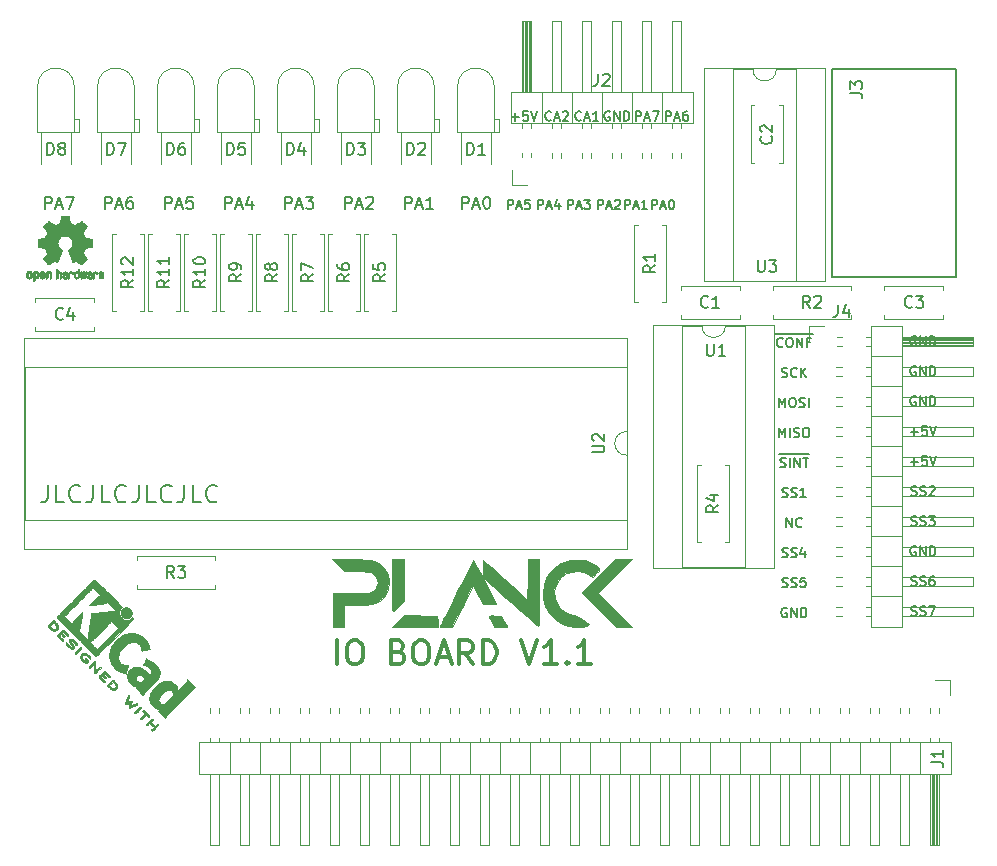
<source format=gbr>
%TF.GenerationSoftware,KiCad,Pcbnew,(5.1.10-1-10_14)*%
%TF.CreationDate,2021-10-31T16:46:36+01:00*%
%TF.ProjectId,io_board,696f5f62-6f61-4726-942e-6b696361645f,rev?*%
%TF.SameCoordinates,Original*%
%TF.FileFunction,Legend,Top*%
%TF.FilePolarity,Positive*%
%FSLAX46Y46*%
G04 Gerber Fmt 4.6, Leading zero omitted, Abs format (unit mm)*
G04 Created by KiCad (PCBNEW (5.1.10-1-10_14)) date 2021-10-31 16:46:36*
%MOMM*%
%LPD*%
G01*
G04 APERTURE LIST*
%ADD10C,0.150000*%
%ADD11C,0.200000*%
%ADD12C,0.300000*%
%ADD13C,0.120000*%
%ADD14C,0.010000*%
G04 APERTURE END LIST*
D10*
X2897333Y47807619D02*
X2897333Y48807619D01*
X3278285Y48807619D01*
X3373523Y48760000D01*
X3421142Y48712380D01*
X3468761Y48617142D01*
X3468761Y48474285D01*
X3421142Y48379047D01*
X3373523Y48331428D01*
X3278285Y48283809D01*
X2897333Y48283809D01*
X3849714Y48093333D02*
X4325904Y48093333D01*
X3754476Y47807619D02*
X4087809Y48807619D01*
X4421142Y47807619D01*
X4659238Y48807619D02*
X5325904Y48807619D01*
X4897333Y47807619D01*
X7977333Y47807619D02*
X7977333Y48807619D01*
X8358285Y48807619D01*
X8453523Y48760000D01*
X8501142Y48712380D01*
X8548761Y48617142D01*
X8548761Y48474285D01*
X8501142Y48379047D01*
X8453523Y48331428D01*
X8358285Y48283809D01*
X7977333Y48283809D01*
X8929714Y48093333D02*
X9405904Y48093333D01*
X8834476Y47807619D02*
X9167809Y48807619D01*
X9501142Y47807619D01*
X10263047Y48807619D02*
X10072571Y48807619D01*
X9977333Y48760000D01*
X9929714Y48712380D01*
X9834476Y48569523D01*
X9786857Y48379047D01*
X9786857Y47998095D01*
X9834476Y47902857D01*
X9882095Y47855238D01*
X9977333Y47807619D01*
X10167809Y47807619D01*
X10263047Y47855238D01*
X10310666Y47902857D01*
X10358285Y47998095D01*
X10358285Y48236190D01*
X10310666Y48331428D01*
X10263047Y48379047D01*
X10167809Y48426666D01*
X9977333Y48426666D01*
X9882095Y48379047D01*
X9834476Y48331428D01*
X9786857Y48236190D01*
X13057333Y47807619D02*
X13057333Y48807619D01*
X13438285Y48807619D01*
X13533523Y48760000D01*
X13581142Y48712380D01*
X13628761Y48617142D01*
X13628761Y48474285D01*
X13581142Y48379047D01*
X13533523Y48331428D01*
X13438285Y48283809D01*
X13057333Y48283809D01*
X14009714Y48093333D02*
X14485904Y48093333D01*
X13914476Y47807619D02*
X14247809Y48807619D01*
X14581142Y47807619D01*
X15390666Y48807619D02*
X14914476Y48807619D01*
X14866857Y48331428D01*
X14914476Y48379047D01*
X15009714Y48426666D01*
X15247809Y48426666D01*
X15343047Y48379047D01*
X15390666Y48331428D01*
X15438285Y48236190D01*
X15438285Y47998095D01*
X15390666Y47902857D01*
X15343047Y47855238D01*
X15247809Y47807619D01*
X15009714Y47807619D01*
X14914476Y47855238D01*
X14866857Y47902857D01*
X18137333Y47807619D02*
X18137333Y48807619D01*
X18518285Y48807619D01*
X18613523Y48760000D01*
X18661142Y48712380D01*
X18708761Y48617142D01*
X18708761Y48474285D01*
X18661142Y48379047D01*
X18613523Y48331428D01*
X18518285Y48283809D01*
X18137333Y48283809D01*
X19089714Y48093333D02*
X19565904Y48093333D01*
X18994476Y47807619D02*
X19327809Y48807619D01*
X19661142Y47807619D01*
X20423047Y48474285D02*
X20423047Y47807619D01*
X20184952Y48855238D02*
X19946857Y48140952D01*
X20565904Y48140952D01*
X23217333Y47807619D02*
X23217333Y48807619D01*
X23598285Y48807619D01*
X23693523Y48760000D01*
X23741142Y48712380D01*
X23788761Y48617142D01*
X23788761Y48474285D01*
X23741142Y48379047D01*
X23693523Y48331428D01*
X23598285Y48283809D01*
X23217333Y48283809D01*
X24169714Y48093333D02*
X24645904Y48093333D01*
X24074476Y47807619D02*
X24407809Y48807619D01*
X24741142Y47807619D01*
X24979238Y48807619D02*
X25598285Y48807619D01*
X25264952Y48426666D01*
X25407809Y48426666D01*
X25503047Y48379047D01*
X25550666Y48331428D01*
X25598285Y48236190D01*
X25598285Y47998095D01*
X25550666Y47902857D01*
X25503047Y47855238D01*
X25407809Y47807619D01*
X25122095Y47807619D01*
X25026857Y47855238D01*
X24979238Y47902857D01*
X28297333Y47807619D02*
X28297333Y48807619D01*
X28678285Y48807619D01*
X28773523Y48760000D01*
X28821142Y48712380D01*
X28868761Y48617142D01*
X28868761Y48474285D01*
X28821142Y48379047D01*
X28773523Y48331428D01*
X28678285Y48283809D01*
X28297333Y48283809D01*
X29249714Y48093333D02*
X29725904Y48093333D01*
X29154476Y47807619D02*
X29487809Y48807619D01*
X29821142Y47807619D01*
X30106857Y48712380D02*
X30154476Y48760000D01*
X30249714Y48807619D01*
X30487809Y48807619D01*
X30583047Y48760000D01*
X30630666Y48712380D01*
X30678285Y48617142D01*
X30678285Y48521904D01*
X30630666Y48379047D01*
X30059238Y47807619D01*
X30678285Y47807619D01*
X33377333Y47807619D02*
X33377333Y48807619D01*
X33758285Y48807619D01*
X33853523Y48760000D01*
X33901142Y48712380D01*
X33948761Y48617142D01*
X33948761Y48474285D01*
X33901142Y48379047D01*
X33853523Y48331428D01*
X33758285Y48283809D01*
X33377333Y48283809D01*
X34329714Y48093333D02*
X34805904Y48093333D01*
X34234476Y47807619D02*
X34567809Y48807619D01*
X34901142Y47807619D01*
X35758285Y47807619D02*
X35186857Y47807619D01*
X35472571Y47807619D02*
X35472571Y48807619D01*
X35377333Y48664761D01*
X35282095Y48569523D01*
X35186857Y48521904D01*
X38203333Y47807619D02*
X38203333Y48807619D01*
X38584285Y48807619D01*
X38679523Y48760000D01*
X38727142Y48712380D01*
X38774761Y48617142D01*
X38774761Y48474285D01*
X38727142Y48379047D01*
X38679523Y48331428D01*
X38584285Y48283809D01*
X38203333Y48283809D01*
X39155714Y48093333D02*
X39631904Y48093333D01*
X39060476Y47807619D02*
X39393809Y48807619D01*
X39727142Y47807619D01*
X40250952Y48807619D02*
X40346190Y48807619D01*
X40441428Y48760000D01*
X40489047Y48712380D01*
X40536666Y48617142D01*
X40584285Y48426666D01*
X40584285Y48188571D01*
X40536666Y47998095D01*
X40489047Y47902857D01*
X40441428Y47855238D01*
X40346190Y47807619D01*
X40250952Y47807619D01*
X40155714Y47855238D01*
X40108095Y47902857D01*
X40060476Y47998095D01*
X40012857Y48188571D01*
X40012857Y48426666D01*
X40060476Y48617142D01*
X40108095Y48712380D01*
X40155714Y48760000D01*
X40250952Y48807619D01*
D11*
X3104428Y24443428D02*
X3104428Y23372000D01*
X3033000Y23157714D01*
X2890142Y23014857D01*
X2675857Y22943428D01*
X2533000Y22943428D01*
X4533000Y22943428D02*
X3818714Y22943428D01*
X3818714Y24443428D01*
X5890142Y23086285D02*
X5818714Y23014857D01*
X5604428Y22943428D01*
X5461571Y22943428D01*
X5247285Y23014857D01*
X5104428Y23157714D01*
X5033000Y23300571D01*
X4961571Y23586285D01*
X4961571Y23800571D01*
X5033000Y24086285D01*
X5104428Y24229142D01*
X5247285Y24372000D01*
X5461571Y24443428D01*
X5604428Y24443428D01*
X5818714Y24372000D01*
X5890142Y24300571D01*
X6961571Y24443428D02*
X6961571Y23372000D01*
X6890142Y23157714D01*
X6747285Y23014857D01*
X6533000Y22943428D01*
X6390142Y22943428D01*
X8390142Y22943428D02*
X7675857Y22943428D01*
X7675857Y24443428D01*
X9747285Y23086285D02*
X9675857Y23014857D01*
X9461571Y22943428D01*
X9318714Y22943428D01*
X9104428Y23014857D01*
X8961571Y23157714D01*
X8890142Y23300571D01*
X8818714Y23586285D01*
X8818714Y23800571D01*
X8890142Y24086285D01*
X8961571Y24229142D01*
X9104428Y24372000D01*
X9318714Y24443428D01*
X9461571Y24443428D01*
X9675857Y24372000D01*
X9747285Y24300571D01*
X10818714Y24443428D02*
X10818714Y23372000D01*
X10747285Y23157714D01*
X10604428Y23014857D01*
X10390142Y22943428D01*
X10247285Y22943428D01*
X12247285Y22943428D02*
X11533000Y22943428D01*
X11533000Y24443428D01*
X13604428Y23086285D02*
X13533000Y23014857D01*
X13318714Y22943428D01*
X13175857Y22943428D01*
X12961571Y23014857D01*
X12818714Y23157714D01*
X12747285Y23300571D01*
X12675857Y23586285D01*
X12675857Y23800571D01*
X12747285Y24086285D01*
X12818714Y24229142D01*
X12961571Y24372000D01*
X13175857Y24443428D01*
X13318714Y24443428D01*
X13533000Y24372000D01*
X13604428Y24300571D01*
X14675857Y24443428D02*
X14675857Y23372000D01*
X14604428Y23157714D01*
X14461571Y23014857D01*
X14247285Y22943428D01*
X14104428Y22943428D01*
X16104428Y22943428D02*
X15390142Y22943428D01*
X15390142Y24443428D01*
X17461571Y23086285D02*
X17390142Y23014857D01*
X17175857Y22943428D01*
X17033000Y22943428D01*
X16818714Y23014857D01*
X16675857Y23157714D01*
X16604428Y23300571D01*
X16533000Y23586285D01*
X16533000Y23800571D01*
X16604428Y24086285D01*
X16675857Y24229142D01*
X16818714Y24372000D01*
X17033000Y24443428D01*
X17175857Y24443428D01*
X17390142Y24372000D01*
X17461571Y24300571D01*
D10*
X65303523Y18345190D02*
X65417809Y18307095D01*
X65608285Y18307095D01*
X65684476Y18345190D01*
X65722571Y18383285D01*
X65760666Y18459476D01*
X65760666Y18535666D01*
X65722571Y18611857D01*
X65684476Y18649952D01*
X65608285Y18688047D01*
X65455904Y18726142D01*
X65379714Y18764238D01*
X65341619Y18802333D01*
X65303523Y18878523D01*
X65303523Y18954714D01*
X65341619Y19030904D01*
X65379714Y19069000D01*
X65455904Y19107095D01*
X65646380Y19107095D01*
X65760666Y19069000D01*
X66065428Y18345190D02*
X66179714Y18307095D01*
X66370190Y18307095D01*
X66446380Y18345190D01*
X66484476Y18383285D01*
X66522571Y18459476D01*
X66522571Y18535666D01*
X66484476Y18611857D01*
X66446380Y18649952D01*
X66370190Y18688047D01*
X66217809Y18726142D01*
X66141619Y18764238D01*
X66103523Y18802333D01*
X66065428Y18878523D01*
X66065428Y18954714D01*
X66103523Y19030904D01*
X66141619Y19069000D01*
X66217809Y19107095D01*
X66408285Y19107095D01*
X66522571Y19069000D01*
X67208285Y18840428D02*
X67208285Y18307095D01*
X67017809Y19145190D02*
X66827333Y18573761D01*
X67322571Y18573761D01*
X65303523Y15805190D02*
X65417809Y15767095D01*
X65608285Y15767095D01*
X65684476Y15805190D01*
X65722571Y15843285D01*
X65760666Y15919476D01*
X65760666Y15995666D01*
X65722571Y16071857D01*
X65684476Y16109952D01*
X65608285Y16148047D01*
X65455904Y16186142D01*
X65379714Y16224238D01*
X65341619Y16262333D01*
X65303523Y16338523D01*
X65303523Y16414714D01*
X65341619Y16490904D01*
X65379714Y16529000D01*
X65455904Y16567095D01*
X65646380Y16567095D01*
X65760666Y16529000D01*
X66065428Y15805190D02*
X66179714Y15767095D01*
X66370190Y15767095D01*
X66446380Y15805190D01*
X66484476Y15843285D01*
X66522571Y15919476D01*
X66522571Y15995666D01*
X66484476Y16071857D01*
X66446380Y16109952D01*
X66370190Y16148047D01*
X66217809Y16186142D01*
X66141619Y16224238D01*
X66103523Y16262333D01*
X66065428Y16338523D01*
X66065428Y16414714D01*
X66103523Y16490904D01*
X66141619Y16529000D01*
X66217809Y16567095D01*
X66408285Y16567095D01*
X66522571Y16529000D01*
X67246380Y16567095D02*
X66865428Y16567095D01*
X66827333Y16186142D01*
X66865428Y16224238D01*
X66941619Y16262333D01*
X67132095Y16262333D01*
X67208285Y16224238D01*
X67246380Y16186142D01*
X67284476Y16109952D01*
X67284476Y15919476D01*
X67246380Y15843285D01*
X67208285Y15805190D01*
X67132095Y15767095D01*
X66941619Y15767095D01*
X66865428Y15805190D01*
X66827333Y15843285D01*
X65684476Y13989000D02*
X65608285Y14027095D01*
X65494000Y14027095D01*
X65379714Y13989000D01*
X65303523Y13912809D01*
X65265428Y13836619D01*
X65227333Y13684238D01*
X65227333Y13569952D01*
X65265428Y13417571D01*
X65303523Y13341380D01*
X65379714Y13265190D01*
X65494000Y13227095D01*
X65570190Y13227095D01*
X65684476Y13265190D01*
X65722571Y13303285D01*
X65722571Y13569952D01*
X65570190Y13569952D01*
X66065428Y13227095D02*
X66065428Y14027095D01*
X66522571Y13227095D01*
X66522571Y14027095D01*
X66903523Y13227095D02*
X66903523Y14027095D01*
X67094000Y14027095D01*
X67208285Y13989000D01*
X67284476Y13912809D01*
X67322571Y13836619D01*
X67360666Y13684238D01*
X67360666Y13569952D01*
X67322571Y13417571D01*
X67284476Y13341380D01*
X67208285Y13265190D01*
X67094000Y13227095D01*
X66903523Y13227095D01*
X76225523Y13392190D02*
X76339809Y13354095D01*
X76530285Y13354095D01*
X76606476Y13392190D01*
X76644571Y13430285D01*
X76682666Y13506476D01*
X76682666Y13582666D01*
X76644571Y13658857D01*
X76606476Y13696952D01*
X76530285Y13735047D01*
X76377904Y13773142D01*
X76301714Y13811238D01*
X76263619Y13849333D01*
X76225523Y13925523D01*
X76225523Y14001714D01*
X76263619Y14077904D01*
X76301714Y14116000D01*
X76377904Y14154095D01*
X76568380Y14154095D01*
X76682666Y14116000D01*
X76987428Y13392190D02*
X77101714Y13354095D01*
X77292190Y13354095D01*
X77368380Y13392190D01*
X77406476Y13430285D01*
X77444571Y13506476D01*
X77444571Y13582666D01*
X77406476Y13658857D01*
X77368380Y13696952D01*
X77292190Y13735047D01*
X77139809Y13773142D01*
X77063619Y13811238D01*
X77025523Y13849333D01*
X76987428Y13925523D01*
X76987428Y14001714D01*
X77025523Y14077904D01*
X77063619Y14116000D01*
X77139809Y14154095D01*
X77330285Y14154095D01*
X77444571Y14116000D01*
X77711238Y14154095D02*
X78244571Y14154095D01*
X77901714Y13354095D01*
X76225523Y15932190D02*
X76339809Y15894095D01*
X76530285Y15894095D01*
X76606476Y15932190D01*
X76644571Y15970285D01*
X76682666Y16046476D01*
X76682666Y16122666D01*
X76644571Y16198857D01*
X76606476Y16236952D01*
X76530285Y16275047D01*
X76377904Y16313142D01*
X76301714Y16351238D01*
X76263619Y16389333D01*
X76225523Y16465523D01*
X76225523Y16541714D01*
X76263619Y16617904D01*
X76301714Y16656000D01*
X76377904Y16694095D01*
X76568380Y16694095D01*
X76682666Y16656000D01*
X76987428Y15932190D02*
X77101714Y15894095D01*
X77292190Y15894095D01*
X77368380Y15932190D01*
X77406476Y15970285D01*
X77444571Y16046476D01*
X77444571Y16122666D01*
X77406476Y16198857D01*
X77368380Y16236952D01*
X77292190Y16275047D01*
X77139809Y16313142D01*
X77063619Y16351238D01*
X77025523Y16389333D01*
X76987428Y16465523D01*
X76987428Y16541714D01*
X77025523Y16617904D01*
X77063619Y16656000D01*
X77139809Y16694095D01*
X77330285Y16694095D01*
X77444571Y16656000D01*
X78130285Y16694095D02*
X77977904Y16694095D01*
X77901714Y16656000D01*
X77863619Y16617904D01*
X77787428Y16503619D01*
X77749333Y16351238D01*
X77749333Y16046476D01*
X77787428Y15970285D01*
X77825523Y15932190D01*
X77901714Y15894095D01*
X78054095Y15894095D01*
X78130285Y15932190D01*
X78168380Y15970285D01*
X78206476Y16046476D01*
X78206476Y16236952D01*
X78168380Y16313142D01*
X78130285Y16351238D01*
X78054095Y16389333D01*
X77901714Y16389333D01*
X77825523Y16351238D01*
X77787428Y16313142D01*
X77749333Y16236952D01*
X76606476Y19196000D02*
X76530285Y19234095D01*
X76416000Y19234095D01*
X76301714Y19196000D01*
X76225523Y19119809D01*
X76187428Y19043619D01*
X76149333Y18891238D01*
X76149333Y18776952D01*
X76187428Y18624571D01*
X76225523Y18548380D01*
X76301714Y18472190D01*
X76416000Y18434095D01*
X76492190Y18434095D01*
X76606476Y18472190D01*
X76644571Y18510285D01*
X76644571Y18776952D01*
X76492190Y18776952D01*
X76987428Y18434095D02*
X76987428Y19234095D01*
X77444571Y18434095D01*
X77444571Y19234095D01*
X77825523Y18434095D02*
X77825523Y19234095D01*
X78016000Y19234095D01*
X78130285Y19196000D01*
X78206476Y19119809D01*
X78244571Y19043619D01*
X78282666Y18891238D01*
X78282666Y18776952D01*
X78244571Y18624571D01*
X78206476Y18548380D01*
X78130285Y18472190D01*
X78016000Y18434095D01*
X77825523Y18434095D01*
X65265428Y33585190D02*
X65379714Y33547095D01*
X65570190Y33547095D01*
X65646380Y33585190D01*
X65684476Y33623285D01*
X65722571Y33699476D01*
X65722571Y33775666D01*
X65684476Y33851857D01*
X65646380Y33889952D01*
X65570190Y33928047D01*
X65417809Y33966142D01*
X65341619Y34004238D01*
X65303523Y34042333D01*
X65265428Y34118523D01*
X65265428Y34194714D01*
X65303523Y34270904D01*
X65341619Y34309000D01*
X65417809Y34347095D01*
X65608285Y34347095D01*
X65722571Y34309000D01*
X66522571Y33623285D02*
X66484476Y33585190D01*
X66370190Y33547095D01*
X66294000Y33547095D01*
X66179714Y33585190D01*
X66103523Y33661380D01*
X66065428Y33737571D01*
X66027333Y33889952D01*
X66027333Y34004238D01*
X66065428Y34156619D01*
X66103523Y34232809D01*
X66179714Y34309000D01*
X66294000Y34347095D01*
X66370190Y34347095D01*
X66484476Y34309000D01*
X66522571Y34270904D01*
X66865428Y33547095D02*
X66865428Y34347095D01*
X67322571Y33547095D02*
X66979714Y34004238D01*
X67322571Y34347095D02*
X66865428Y33889952D01*
X65303523Y23425190D02*
X65417809Y23387095D01*
X65608285Y23387095D01*
X65684476Y23425190D01*
X65722571Y23463285D01*
X65760666Y23539476D01*
X65760666Y23615666D01*
X65722571Y23691857D01*
X65684476Y23729952D01*
X65608285Y23768047D01*
X65455904Y23806142D01*
X65379714Y23844238D01*
X65341619Y23882333D01*
X65303523Y23958523D01*
X65303523Y24034714D01*
X65341619Y24110904D01*
X65379714Y24149000D01*
X65455904Y24187095D01*
X65646380Y24187095D01*
X65760666Y24149000D01*
X66065428Y23425190D02*
X66179714Y23387095D01*
X66370190Y23387095D01*
X66446380Y23425190D01*
X66484476Y23463285D01*
X66522571Y23539476D01*
X66522571Y23615666D01*
X66484476Y23691857D01*
X66446380Y23729952D01*
X66370190Y23768047D01*
X66217809Y23806142D01*
X66141619Y23844238D01*
X66103523Y23882333D01*
X66065428Y23958523D01*
X66065428Y24034714D01*
X66103523Y24110904D01*
X66141619Y24149000D01*
X66217809Y24187095D01*
X66408285Y24187095D01*
X66522571Y24149000D01*
X67284476Y23387095D02*
X66827333Y23387095D01*
X67055904Y23387095D02*
X67055904Y24187095D01*
X66979714Y24072809D01*
X66903523Y23996619D01*
X66827333Y23958523D01*
X64998761Y27060000D02*
X65760666Y27060000D01*
X65151142Y25965190D02*
X65265428Y25927095D01*
X65455904Y25927095D01*
X65532095Y25965190D01*
X65570190Y26003285D01*
X65608285Y26079476D01*
X65608285Y26155666D01*
X65570190Y26231857D01*
X65532095Y26269952D01*
X65455904Y26308047D01*
X65303523Y26346142D01*
X65227333Y26384238D01*
X65189238Y26422333D01*
X65151142Y26498523D01*
X65151142Y26574714D01*
X65189238Y26650904D01*
X65227333Y26689000D01*
X65303523Y26727095D01*
X65494000Y26727095D01*
X65608285Y26689000D01*
X65760666Y27060000D02*
X66141619Y27060000D01*
X65951142Y25927095D02*
X65951142Y26727095D01*
X66141619Y27060000D02*
X66979714Y27060000D01*
X66332095Y25927095D02*
X66332095Y26727095D01*
X66789238Y25927095D01*
X66789238Y26727095D01*
X66979714Y27060000D02*
X67589238Y27060000D01*
X67055904Y26727095D02*
X67513047Y26727095D01*
X67284476Y25927095D02*
X67284476Y26727095D01*
X65036857Y31007095D02*
X65036857Y31807095D01*
X65303523Y31235666D01*
X65570190Y31807095D01*
X65570190Y31007095D01*
X66103523Y31807095D02*
X66255904Y31807095D01*
X66332095Y31769000D01*
X66408285Y31692809D01*
X66446380Y31540428D01*
X66446380Y31273761D01*
X66408285Y31121380D01*
X66332095Y31045190D01*
X66255904Y31007095D01*
X66103523Y31007095D01*
X66027333Y31045190D01*
X65951142Y31121380D01*
X65913047Y31273761D01*
X65913047Y31540428D01*
X65951142Y31692809D01*
X66027333Y31769000D01*
X66103523Y31807095D01*
X66751142Y31045190D02*
X66865428Y31007095D01*
X67055904Y31007095D01*
X67132095Y31045190D01*
X67170190Y31083285D01*
X67208285Y31159476D01*
X67208285Y31235666D01*
X67170190Y31311857D01*
X67132095Y31349952D01*
X67055904Y31388047D01*
X66903523Y31426142D01*
X66827333Y31464238D01*
X66789238Y31502333D01*
X66751142Y31578523D01*
X66751142Y31654714D01*
X66789238Y31730904D01*
X66827333Y31769000D01*
X66903523Y31807095D01*
X67094000Y31807095D01*
X67208285Y31769000D01*
X67551142Y31007095D02*
X67551142Y31807095D01*
X65665428Y20847095D02*
X65665428Y21647095D01*
X66122571Y20847095D01*
X66122571Y21647095D01*
X66960666Y20923285D02*
X66922571Y20885190D01*
X66808285Y20847095D01*
X66732095Y20847095D01*
X66617809Y20885190D01*
X66541619Y20961380D01*
X66503523Y21037571D01*
X66465428Y21189952D01*
X66465428Y21304238D01*
X66503523Y21456619D01*
X66541619Y21532809D01*
X66617809Y21609000D01*
X66732095Y21647095D01*
X66808285Y21647095D01*
X66922571Y21609000D01*
X66960666Y21570904D01*
X65036857Y28467095D02*
X65036857Y29267095D01*
X65303523Y28695666D01*
X65570190Y29267095D01*
X65570190Y28467095D01*
X65951142Y28467095D02*
X65951142Y29267095D01*
X66294000Y28505190D02*
X66408285Y28467095D01*
X66598761Y28467095D01*
X66674952Y28505190D01*
X66713047Y28543285D01*
X66751142Y28619476D01*
X66751142Y28695666D01*
X66713047Y28771857D01*
X66674952Y28809952D01*
X66598761Y28848047D01*
X66446380Y28886142D01*
X66370190Y28924238D01*
X66332095Y28962333D01*
X66294000Y29038523D01*
X66294000Y29114714D01*
X66332095Y29190904D01*
X66370190Y29229000D01*
X66446380Y29267095D01*
X66636857Y29267095D01*
X66751142Y29229000D01*
X67246380Y29267095D02*
X67398761Y29267095D01*
X67474952Y29229000D01*
X67551142Y29152809D01*
X67589238Y29000428D01*
X67589238Y28733761D01*
X67551142Y28581380D01*
X67474952Y28505190D01*
X67398761Y28467095D01*
X67246380Y28467095D01*
X67170190Y28505190D01*
X67094000Y28581380D01*
X67055904Y28733761D01*
X67055904Y29000428D01*
X67094000Y29152809D01*
X67170190Y29229000D01*
X67246380Y29267095D01*
X76225523Y21012190D02*
X76339809Y20974095D01*
X76530285Y20974095D01*
X76606476Y21012190D01*
X76644571Y21050285D01*
X76682666Y21126476D01*
X76682666Y21202666D01*
X76644571Y21278857D01*
X76606476Y21316952D01*
X76530285Y21355047D01*
X76377904Y21393142D01*
X76301714Y21431238D01*
X76263619Y21469333D01*
X76225523Y21545523D01*
X76225523Y21621714D01*
X76263619Y21697904D01*
X76301714Y21736000D01*
X76377904Y21774095D01*
X76568380Y21774095D01*
X76682666Y21736000D01*
X76987428Y21012190D02*
X77101714Y20974095D01*
X77292190Y20974095D01*
X77368380Y21012190D01*
X77406476Y21050285D01*
X77444571Y21126476D01*
X77444571Y21202666D01*
X77406476Y21278857D01*
X77368380Y21316952D01*
X77292190Y21355047D01*
X77139809Y21393142D01*
X77063619Y21431238D01*
X77025523Y21469333D01*
X76987428Y21545523D01*
X76987428Y21621714D01*
X77025523Y21697904D01*
X77063619Y21736000D01*
X77139809Y21774095D01*
X77330285Y21774095D01*
X77444571Y21736000D01*
X77711238Y21774095D02*
X78206476Y21774095D01*
X77939809Y21469333D01*
X78054095Y21469333D01*
X78130285Y21431238D01*
X78168380Y21393142D01*
X78206476Y21316952D01*
X78206476Y21126476D01*
X78168380Y21050285D01*
X78130285Y21012190D01*
X78054095Y20974095D01*
X77825523Y20974095D01*
X77749333Y21012190D01*
X77711238Y21050285D01*
X76225523Y23552190D02*
X76339809Y23514095D01*
X76530285Y23514095D01*
X76606476Y23552190D01*
X76644571Y23590285D01*
X76682666Y23666476D01*
X76682666Y23742666D01*
X76644571Y23818857D01*
X76606476Y23856952D01*
X76530285Y23895047D01*
X76377904Y23933142D01*
X76301714Y23971238D01*
X76263619Y24009333D01*
X76225523Y24085523D01*
X76225523Y24161714D01*
X76263619Y24237904D01*
X76301714Y24276000D01*
X76377904Y24314095D01*
X76568380Y24314095D01*
X76682666Y24276000D01*
X76987428Y23552190D02*
X77101714Y23514095D01*
X77292190Y23514095D01*
X77368380Y23552190D01*
X77406476Y23590285D01*
X77444571Y23666476D01*
X77444571Y23742666D01*
X77406476Y23818857D01*
X77368380Y23856952D01*
X77292190Y23895047D01*
X77139809Y23933142D01*
X77063619Y23971238D01*
X77025523Y24009333D01*
X76987428Y24085523D01*
X76987428Y24161714D01*
X77025523Y24237904D01*
X77063619Y24276000D01*
X77139809Y24314095D01*
X77330285Y24314095D01*
X77444571Y24276000D01*
X77749333Y24237904D02*
X77787428Y24276000D01*
X77863619Y24314095D01*
X78054095Y24314095D01*
X78130285Y24276000D01*
X78168380Y24237904D01*
X78206476Y24161714D01*
X78206476Y24085523D01*
X78168380Y23971238D01*
X77711238Y23514095D01*
X78206476Y23514095D01*
X76187428Y28898857D02*
X76796952Y28898857D01*
X76492190Y28594095D02*
X76492190Y29203619D01*
X77558857Y29394095D02*
X77177904Y29394095D01*
X77139809Y29013142D01*
X77177904Y29051238D01*
X77254095Y29089333D01*
X77444571Y29089333D01*
X77520761Y29051238D01*
X77558857Y29013142D01*
X77596952Y28936952D01*
X77596952Y28746476D01*
X77558857Y28670285D01*
X77520761Y28632190D01*
X77444571Y28594095D01*
X77254095Y28594095D01*
X77177904Y28632190D01*
X77139809Y28670285D01*
X77825523Y29394095D02*
X78092190Y28594095D01*
X78358857Y29394095D01*
X76187428Y26358857D02*
X76796952Y26358857D01*
X76492190Y26054095D02*
X76492190Y26663619D01*
X77558857Y26854095D02*
X77177904Y26854095D01*
X77139809Y26473142D01*
X77177904Y26511238D01*
X77254095Y26549333D01*
X77444571Y26549333D01*
X77520761Y26511238D01*
X77558857Y26473142D01*
X77596952Y26396952D01*
X77596952Y26206476D01*
X77558857Y26130285D01*
X77520761Y26092190D01*
X77444571Y26054095D01*
X77254095Y26054095D01*
X77177904Y26092190D01*
X77139809Y26130285D01*
X77825523Y26854095D02*
X78092190Y26054095D01*
X78358857Y26854095D01*
X76606476Y34436000D02*
X76530285Y34474095D01*
X76416000Y34474095D01*
X76301714Y34436000D01*
X76225523Y34359809D01*
X76187428Y34283619D01*
X76149333Y34131238D01*
X76149333Y34016952D01*
X76187428Y33864571D01*
X76225523Y33788380D01*
X76301714Y33712190D01*
X76416000Y33674095D01*
X76492190Y33674095D01*
X76606476Y33712190D01*
X76644571Y33750285D01*
X76644571Y34016952D01*
X76492190Y34016952D01*
X76987428Y33674095D02*
X76987428Y34474095D01*
X77444571Y33674095D01*
X77444571Y34474095D01*
X77825523Y33674095D02*
X77825523Y34474095D01*
X78016000Y34474095D01*
X78130285Y34436000D01*
X78206476Y34359809D01*
X78244571Y34283619D01*
X78282666Y34131238D01*
X78282666Y34016952D01*
X78244571Y33864571D01*
X78206476Y33788380D01*
X78130285Y33712190D01*
X78016000Y33674095D01*
X77825523Y33674095D01*
X76606476Y31896000D02*
X76530285Y31934095D01*
X76416000Y31934095D01*
X76301714Y31896000D01*
X76225523Y31819809D01*
X76187428Y31743619D01*
X76149333Y31591238D01*
X76149333Y31476952D01*
X76187428Y31324571D01*
X76225523Y31248380D01*
X76301714Y31172190D01*
X76416000Y31134095D01*
X76492190Y31134095D01*
X76606476Y31172190D01*
X76644571Y31210285D01*
X76644571Y31476952D01*
X76492190Y31476952D01*
X76987428Y31134095D02*
X76987428Y31934095D01*
X77444571Y31134095D01*
X77444571Y31934095D01*
X77825523Y31134095D02*
X77825523Y31934095D01*
X78016000Y31934095D01*
X78130285Y31896000D01*
X78206476Y31819809D01*
X78244571Y31743619D01*
X78282666Y31591238D01*
X78282666Y31476952D01*
X78244571Y31324571D01*
X78206476Y31248380D01*
X78130285Y31172190D01*
X78016000Y31134095D01*
X77825523Y31134095D01*
X76606476Y36976000D02*
X76530285Y37014095D01*
X76416000Y37014095D01*
X76301714Y36976000D01*
X76225523Y36899809D01*
X76187428Y36823619D01*
X76149333Y36671238D01*
X76149333Y36556952D01*
X76187428Y36404571D01*
X76225523Y36328380D01*
X76301714Y36252190D01*
X76416000Y36214095D01*
X76492190Y36214095D01*
X76606476Y36252190D01*
X76644571Y36290285D01*
X76644571Y36556952D01*
X76492190Y36556952D01*
X76987428Y36214095D02*
X76987428Y37014095D01*
X77444571Y36214095D01*
X77444571Y37014095D01*
X77825523Y36214095D02*
X77825523Y37014095D01*
X78016000Y37014095D01*
X78130285Y36976000D01*
X78206476Y36899809D01*
X78244571Y36823619D01*
X78282666Y36671238D01*
X78282666Y36556952D01*
X78244571Y36404571D01*
X78206476Y36328380D01*
X78130285Y36252190D01*
X78016000Y36214095D01*
X77825523Y36214095D01*
X64713047Y37220000D02*
X65513047Y37220000D01*
X65360666Y36163285D02*
X65322571Y36125190D01*
X65208285Y36087095D01*
X65132095Y36087095D01*
X65017809Y36125190D01*
X64941619Y36201380D01*
X64903523Y36277571D01*
X64865428Y36429952D01*
X64865428Y36544238D01*
X64903523Y36696619D01*
X64941619Y36772809D01*
X65017809Y36849000D01*
X65132095Y36887095D01*
X65208285Y36887095D01*
X65322571Y36849000D01*
X65360666Y36810904D01*
X65513047Y37220000D02*
X66351142Y37220000D01*
X65855904Y36887095D02*
X66008285Y36887095D01*
X66084476Y36849000D01*
X66160666Y36772809D01*
X66198761Y36620428D01*
X66198761Y36353761D01*
X66160666Y36201380D01*
X66084476Y36125190D01*
X66008285Y36087095D01*
X65855904Y36087095D01*
X65779714Y36125190D01*
X65703523Y36201380D01*
X65665428Y36353761D01*
X65665428Y36620428D01*
X65703523Y36772809D01*
X65779714Y36849000D01*
X65855904Y36887095D01*
X66351142Y37220000D02*
X67189238Y37220000D01*
X66541619Y36087095D02*
X66541619Y36887095D01*
X66998761Y36087095D01*
X66998761Y36887095D01*
X67189238Y37220000D02*
X67874952Y37220000D01*
X67646380Y36506142D02*
X67379714Y36506142D01*
X67379714Y36087095D02*
X67379714Y36887095D01*
X67760666Y36887095D01*
X42405428Y55568857D02*
X43014952Y55568857D01*
X42710190Y55264095D02*
X42710190Y55873619D01*
X43776857Y56064095D02*
X43395904Y56064095D01*
X43357809Y55683142D01*
X43395904Y55721238D01*
X43472095Y55759333D01*
X43662571Y55759333D01*
X43738761Y55721238D01*
X43776857Y55683142D01*
X43814952Y55606952D01*
X43814952Y55416476D01*
X43776857Y55340285D01*
X43738761Y55302190D01*
X43662571Y55264095D01*
X43472095Y55264095D01*
X43395904Y55302190D01*
X43357809Y55340285D01*
X44043523Y56064095D02*
X44310190Y55264095D01*
X44576857Y56064095D01*
X52914666Y55264095D02*
X52914666Y56064095D01*
X53219428Y56064095D01*
X53295619Y56026000D01*
X53333714Y55987904D01*
X53371809Y55911714D01*
X53371809Y55797428D01*
X53333714Y55721238D01*
X53295619Y55683142D01*
X53219428Y55645047D01*
X52914666Y55645047D01*
X53676571Y55492666D02*
X54057523Y55492666D01*
X53600380Y55264095D02*
X53867047Y56064095D01*
X54133714Y55264095D01*
X54324190Y56064095D02*
X54857523Y56064095D01*
X54514666Y55264095D01*
X55454666Y55264095D02*
X55454666Y56064095D01*
X55759428Y56064095D01*
X55835619Y56026000D01*
X55873714Y55987904D01*
X55911809Y55911714D01*
X55911809Y55797428D01*
X55873714Y55721238D01*
X55835619Y55683142D01*
X55759428Y55645047D01*
X55454666Y55645047D01*
X56216571Y55492666D02*
X56597523Y55492666D01*
X56140380Y55264095D02*
X56407047Y56064095D01*
X56673714Y55264095D01*
X57283238Y56064095D02*
X57130857Y56064095D01*
X57054666Y56026000D01*
X57016571Y55987904D01*
X56940380Y55873619D01*
X56902285Y55721238D01*
X56902285Y55416476D01*
X56940380Y55340285D01*
X56978476Y55302190D01*
X57054666Y55264095D01*
X57207047Y55264095D01*
X57283238Y55302190D01*
X57321333Y55340285D01*
X57359428Y55416476D01*
X57359428Y55606952D01*
X57321333Y55683142D01*
X57283238Y55721238D01*
X57207047Y55759333D01*
X57054666Y55759333D01*
X56978476Y55721238D01*
X56940380Y55683142D01*
X56902285Y55606952D01*
X45751809Y55340285D02*
X45713714Y55302190D01*
X45599428Y55264095D01*
X45523238Y55264095D01*
X45408952Y55302190D01*
X45332761Y55378380D01*
X45294666Y55454571D01*
X45256571Y55606952D01*
X45256571Y55721238D01*
X45294666Y55873619D01*
X45332761Y55949809D01*
X45408952Y56026000D01*
X45523238Y56064095D01*
X45599428Y56064095D01*
X45713714Y56026000D01*
X45751809Y55987904D01*
X46056571Y55492666D02*
X46437523Y55492666D01*
X45980380Y55264095D02*
X46247047Y56064095D01*
X46513714Y55264095D01*
X46742285Y55987904D02*
X46780380Y56026000D01*
X46856571Y56064095D01*
X47047047Y56064095D01*
X47123238Y56026000D01*
X47161333Y55987904D01*
X47199428Y55911714D01*
X47199428Y55835523D01*
X47161333Y55721238D01*
X46704190Y55264095D01*
X47199428Y55264095D01*
X48291809Y55340285D02*
X48253714Y55302190D01*
X48139428Y55264095D01*
X48063238Y55264095D01*
X47948952Y55302190D01*
X47872761Y55378380D01*
X47834666Y55454571D01*
X47796571Y55606952D01*
X47796571Y55721238D01*
X47834666Y55873619D01*
X47872761Y55949809D01*
X47948952Y56026000D01*
X48063238Y56064095D01*
X48139428Y56064095D01*
X48253714Y56026000D01*
X48291809Y55987904D01*
X48596571Y55492666D02*
X48977523Y55492666D01*
X48520380Y55264095D02*
X48787047Y56064095D01*
X49053714Y55264095D01*
X49739428Y55264095D02*
X49282285Y55264095D01*
X49510857Y55264095D02*
X49510857Y56064095D01*
X49434666Y55949809D01*
X49358476Y55873619D01*
X49282285Y55835523D01*
X44596166Y47771095D02*
X44596166Y48571095D01*
X44900928Y48571095D01*
X44977119Y48533000D01*
X45015214Y48494904D01*
X45053309Y48418714D01*
X45053309Y48304428D01*
X45015214Y48228238D01*
X44977119Y48190142D01*
X44900928Y48152047D01*
X44596166Y48152047D01*
X45358071Y47999666D02*
X45739023Y47999666D01*
X45281880Y47771095D02*
X45548547Y48571095D01*
X45815214Y47771095D01*
X46424738Y48304428D02*
X46424738Y47771095D01*
X46234261Y48609190D02*
X46043785Y48037761D01*
X46539023Y48037761D01*
X49676166Y47771095D02*
X49676166Y48571095D01*
X49980928Y48571095D01*
X50057119Y48533000D01*
X50095214Y48494904D01*
X50133309Y48418714D01*
X50133309Y48304428D01*
X50095214Y48228238D01*
X50057119Y48190142D01*
X49980928Y48152047D01*
X49676166Y48152047D01*
X50438071Y47999666D02*
X50819023Y47999666D01*
X50361880Y47771095D02*
X50628547Y48571095D01*
X50895214Y47771095D01*
X51123785Y48494904D02*
X51161880Y48533000D01*
X51238071Y48571095D01*
X51428547Y48571095D01*
X51504738Y48533000D01*
X51542833Y48494904D01*
X51580928Y48418714D01*
X51580928Y48342523D01*
X51542833Y48228238D01*
X51085690Y47771095D01*
X51580928Y47771095D01*
X50698476Y56026000D02*
X50622285Y56064095D01*
X50508000Y56064095D01*
X50393714Y56026000D01*
X50317523Y55949809D01*
X50279428Y55873619D01*
X50241333Y55721238D01*
X50241333Y55606952D01*
X50279428Y55454571D01*
X50317523Y55378380D01*
X50393714Y55302190D01*
X50508000Y55264095D01*
X50584190Y55264095D01*
X50698476Y55302190D01*
X50736571Y55340285D01*
X50736571Y55606952D01*
X50584190Y55606952D01*
X51079428Y55264095D02*
X51079428Y56064095D01*
X51536571Y55264095D01*
X51536571Y56064095D01*
X51917523Y55264095D02*
X51917523Y56064095D01*
X52108000Y56064095D01*
X52222285Y56026000D01*
X52298476Y55949809D01*
X52336571Y55873619D01*
X52374666Y55721238D01*
X52374666Y55606952D01*
X52336571Y55454571D01*
X52298476Y55378380D01*
X52222285Y55302190D01*
X52108000Y55264095D01*
X51917523Y55264095D01*
X42056166Y47771095D02*
X42056166Y48571095D01*
X42360928Y48571095D01*
X42437119Y48533000D01*
X42475214Y48494904D01*
X42513309Y48418714D01*
X42513309Y48304428D01*
X42475214Y48228238D01*
X42437119Y48190142D01*
X42360928Y48152047D01*
X42056166Y48152047D01*
X42818071Y47999666D02*
X43199023Y47999666D01*
X42741880Y47771095D02*
X43008547Y48571095D01*
X43275214Y47771095D01*
X43922833Y48571095D02*
X43541880Y48571095D01*
X43503785Y48190142D01*
X43541880Y48228238D01*
X43618071Y48266333D01*
X43808547Y48266333D01*
X43884738Y48228238D01*
X43922833Y48190142D01*
X43960928Y48113952D01*
X43960928Y47923476D01*
X43922833Y47847285D01*
X43884738Y47809190D01*
X43808547Y47771095D01*
X43618071Y47771095D01*
X43541880Y47809190D01*
X43503785Y47847285D01*
X54248166Y47771095D02*
X54248166Y48571095D01*
X54552928Y48571095D01*
X54629119Y48533000D01*
X54667214Y48494904D01*
X54705309Y48418714D01*
X54705309Y48304428D01*
X54667214Y48228238D01*
X54629119Y48190142D01*
X54552928Y48152047D01*
X54248166Y48152047D01*
X55010071Y47999666D02*
X55391023Y47999666D01*
X54933880Y47771095D02*
X55200547Y48571095D01*
X55467214Y47771095D01*
X55886261Y48571095D02*
X55962452Y48571095D01*
X56038642Y48533000D01*
X56076738Y48494904D01*
X56114833Y48418714D01*
X56152928Y48266333D01*
X56152928Y48075857D01*
X56114833Y47923476D01*
X56076738Y47847285D01*
X56038642Y47809190D01*
X55962452Y47771095D01*
X55886261Y47771095D01*
X55810071Y47809190D01*
X55771976Y47847285D01*
X55733880Y47923476D01*
X55695785Y48075857D01*
X55695785Y48266333D01*
X55733880Y48418714D01*
X55771976Y48494904D01*
X55810071Y48533000D01*
X55886261Y48571095D01*
X47136166Y47771095D02*
X47136166Y48571095D01*
X47440928Y48571095D01*
X47517119Y48533000D01*
X47555214Y48494904D01*
X47593309Y48418714D01*
X47593309Y48304428D01*
X47555214Y48228238D01*
X47517119Y48190142D01*
X47440928Y48152047D01*
X47136166Y48152047D01*
X47898071Y47999666D02*
X48279023Y47999666D01*
X47821880Y47771095D02*
X48088547Y48571095D01*
X48355214Y47771095D01*
X48545690Y48571095D02*
X49040928Y48571095D01*
X48774261Y48266333D01*
X48888547Y48266333D01*
X48964738Y48228238D01*
X49002833Y48190142D01*
X49040928Y48113952D01*
X49040928Y47923476D01*
X49002833Y47847285D01*
X48964738Y47809190D01*
X48888547Y47771095D01*
X48659976Y47771095D01*
X48583785Y47809190D01*
X48545690Y47847285D01*
X51962166Y47771095D02*
X51962166Y48571095D01*
X52266928Y48571095D01*
X52343119Y48533000D01*
X52381214Y48494904D01*
X52419309Y48418714D01*
X52419309Y48304428D01*
X52381214Y48228238D01*
X52343119Y48190142D01*
X52266928Y48152047D01*
X51962166Y48152047D01*
X52724071Y47999666D02*
X53105023Y47999666D01*
X52647880Y47771095D02*
X52914547Y48571095D01*
X53181214Y47771095D01*
X53866928Y47771095D02*
X53409785Y47771095D01*
X53638357Y47771095D02*
X53638357Y48571095D01*
X53562166Y48456809D01*
X53485976Y48380619D01*
X53409785Y48342523D01*
D12*
X27595190Y9255238D02*
X27595190Y11255238D01*
X28928523Y11255238D02*
X29309476Y11255238D01*
X29499952Y11160000D01*
X29690428Y10969523D01*
X29785666Y10588571D01*
X29785666Y9921904D01*
X29690428Y9540952D01*
X29499952Y9350476D01*
X29309476Y9255238D01*
X28928523Y9255238D01*
X28738047Y9350476D01*
X28547571Y9540952D01*
X28452333Y9921904D01*
X28452333Y10588571D01*
X28547571Y10969523D01*
X28738047Y11160000D01*
X28928523Y11255238D01*
X32833285Y10302857D02*
X33119000Y10207619D01*
X33214238Y10112380D01*
X33309476Y9921904D01*
X33309476Y9636190D01*
X33214238Y9445714D01*
X33119000Y9350476D01*
X32928523Y9255238D01*
X32166619Y9255238D01*
X32166619Y11255238D01*
X32833285Y11255238D01*
X33023761Y11160000D01*
X33119000Y11064761D01*
X33214238Y10874285D01*
X33214238Y10683809D01*
X33119000Y10493333D01*
X33023761Y10398095D01*
X32833285Y10302857D01*
X32166619Y10302857D01*
X34547571Y11255238D02*
X34928523Y11255238D01*
X35119000Y11160000D01*
X35309476Y10969523D01*
X35404714Y10588571D01*
X35404714Y9921904D01*
X35309476Y9540952D01*
X35119000Y9350476D01*
X34928523Y9255238D01*
X34547571Y9255238D01*
X34357095Y9350476D01*
X34166619Y9540952D01*
X34071380Y9921904D01*
X34071380Y10588571D01*
X34166619Y10969523D01*
X34357095Y11160000D01*
X34547571Y11255238D01*
X36166619Y9826666D02*
X37119000Y9826666D01*
X35976142Y9255238D02*
X36642809Y11255238D01*
X37309476Y9255238D01*
X39119000Y9255238D02*
X38452333Y10207619D01*
X37976142Y9255238D02*
X37976142Y11255238D01*
X38738047Y11255238D01*
X38928523Y11160000D01*
X39023761Y11064761D01*
X39119000Y10874285D01*
X39119000Y10588571D01*
X39023761Y10398095D01*
X38928523Y10302857D01*
X38738047Y10207619D01*
X37976142Y10207619D01*
X39976142Y9255238D02*
X39976142Y11255238D01*
X40452333Y11255238D01*
X40738047Y11160000D01*
X40928523Y10969523D01*
X41023761Y10779047D01*
X41119000Y10398095D01*
X41119000Y10112380D01*
X41023761Y9731428D01*
X40928523Y9540952D01*
X40738047Y9350476D01*
X40452333Y9255238D01*
X39976142Y9255238D01*
X43214238Y11255238D02*
X43880904Y9255238D01*
X44547571Y11255238D01*
X46261857Y9255238D02*
X45119000Y9255238D01*
X45690428Y9255238D02*
X45690428Y11255238D01*
X45499952Y10969523D01*
X45309476Y10779047D01*
X45119000Y10683809D01*
X47119000Y9445714D02*
X47214238Y9350476D01*
X47119000Y9255238D01*
X47023761Y9350476D01*
X47119000Y9445714D01*
X47119000Y9255238D01*
X49119000Y9255238D02*
X47976142Y9255238D01*
X48547571Y9255238D02*
X48547571Y11255238D01*
X48357095Y10969523D01*
X48166619Y10779047D01*
X47976142Y10683809D01*
D13*
%TO.C,D6*%
X12410000Y54296000D02*
X12410000Y58156000D01*
X15530000Y54296000D02*
X15530000Y58156000D01*
X12410000Y54296000D02*
X15530000Y54296000D01*
X15930000Y54296000D02*
X15930000Y55416000D01*
X15930000Y55416000D02*
X15530000Y55416000D01*
X15530000Y55416000D02*
X15530000Y54296000D01*
X15530000Y54296000D02*
X15930000Y54296000D01*
X12700000Y51626000D02*
X12700000Y54296000D01*
X12700000Y54296000D02*
X12700000Y54296000D01*
X12700000Y54296000D02*
X12700000Y51626000D01*
X12700000Y51626000D02*
X12700000Y51626000D01*
X15240000Y51626000D02*
X15240000Y54296000D01*
X15240000Y54296000D02*
X15240000Y54296000D01*
X15240000Y54296000D02*
X15240000Y51626000D01*
X15240000Y51626000D02*
X15240000Y51626000D01*
X15530000Y58156000D02*
G75*
G03*
X12410000Y58156000I-1560000J0D01*
G01*
%TO.C,D8*%
X2250000Y54296000D02*
X2250000Y58156000D01*
X5370000Y54296000D02*
X5370000Y58156000D01*
X2250000Y54296000D02*
X5370000Y54296000D01*
X5770000Y54296000D02*
X5770000Y55416000D01*
X5770000Y55416000D02*
X5370000Y55416000D01*
X5370000Y55416000D02*
X5370000Y54296000D01*
X5370000Y54296000D02*
X5770000Y54296000D01*
X2540000Y51626000D02*
X2540000Y54296000D01*
X2540000Y54296000D02*
X2540000Y54296000D01*
X2540000Y54296000D02*
X2540000Y51626000D01*
X2540000Y51626000D02*
X2540000Y51626000D01*
X5080000Y51626000D02*
X5080000Y54296000D01*
X5080000Y54296000D02*
X5080000Y54296000D01*
X5080000Y54296000D02*
X5080000Y51626000D01*
X5080000Y51626000D02*
X5080000Y51626000D01*
X5370000Y58156000D02*
G75*
G03*
X2250000Y58156000I-1560000J0D01*
G01*
%TO.C,D7*%
X7330000Y54296000D02*
X7330000Y58156000D01*
X10450000Y54296000D02*
X10450000Y58156000D01*
X7330000Y54296000D02*
X10450000Y54296000D01*
X10850000Y54296000D02*
X10850000Y55416000D01*
X10850000Y55416000D02*
X10450000Y55416000D01*
X10450000Y55416000D02*
X10450000Y54296000D01*
X10450000Y54296000D02*
X10850000Y54296000D01*
X7620000Y51626000D02*
X7620000Y54296000D01*
X7620000Y54296000D02*
X7620000Y54296000D01*
X7620000Y54296000D02*
X7620000Y51626000D01*
X7620000Y51626000D02*
X7620000Y51626000D01*
X10160000Y51626000D02*
X10160000Y54296000D01*
X10160000Y54296000D02*
X10160000Y54296000D01*
X10160000Y54296000D02*
X10160000Y51626000D01*
X10160000Y51626000D02*
X10160000Y51626000D01*
X10450000Y58156000D02*
G75*
G03*
X7330000Y58156000I-1560000J0D01*
G01*
%TO.C,D5*%
X17490000Y54296000D02*
X17490000Y58156000D01*
X20610000Y54296000D02*
X20610000Y58156000D01*
X17490000Y54296000D02*
X20610000Y54296000D01*
X21010000Y54296000D02*
X21010000Y55416000D01*
X21010000Y55416000D02*
X20610000Y55416000D01*
X20610000Y55416000D02*
X20610000Y54296000D01*
X20610000Y54296000D02*
X21010000Y54296000D01*
X17780000Y51626000D02*
X17780000Y54296000D01*
X17780000Y54296000D02*
X17780000Y54296000D01*
X17780000Y54296000D02*
X17780000Y51626000D01*
X17780000Y51626000D02*
X17780000Y51626000D01*
X20320000Y51626000D02*
X20320000Y54296000D01*
X20320000Y54296000D02*
X20320000Y54296000D01*
X20320000Y54296000D02*
X20320000Y51626000D01*
X20320000Y51626000D02*
X20320000Y51626000D01*
X20610000Y58156000D02*
G75*
G03*
X17490000Y58156000I-1560000J0D01*
G01*
%TO.C,D4*%
X22570000Y54296000D02*
X22570000Y58156000D01*
X25690000Y54296000D02*
X25690000Y58156000D01*
X22570000Y54296000D02*
X25690000Y54296000D01*
X26090000Y54296000D02*
X26090000Y55416000D01*
X26090000Y55416000D02*
X25690000Y55416000D01*
X25690000Y55416000D02*
X25690000Y54296000D01*
X25690000Y54296000D02*
X26090000Y54296000D01*
X22860000Y51626000D02*
X22860000Y54296000D01*
X22860000Y54296000D02*
X22860000Y54296000D01*
X22860000Y54296000D02*
X22860000Y51626000D01*
X22860000Y51626000D02*
X22860000Y51626000D01*
X25400000Y51626000D02*
X25400000Y54296000D01*
X25400000Y54296000D02*
X25400000Y54296000D01*
X25400000Y54296000D02*
X25400000Y51626000D01*
X25400000Y51626000D02*
X25400000Y51626000D01*
X25690000Y58156000D02*
G75*
G03*
X22570000Y58156000I-1560000J0D01*
G01*
%TO.C,D3*%
X27650000Y54296000D02*
X27650000Y58156000D01*
X30770000Y54296000D02*
X30770000Y58156000D01*
X27650000Y54296000D02*
X30770000Y54296000D01*
X31170000Y54296000D02*
X31170000Y55416000D01*
X31170000Y55416000D02*
X30770000Y55416000D01*
X30770000Y55416000D02*
X30770000Y54296000D01*
X30770000Y54296000D02*
X31170000Y54296000D01*
X27940000Y51626000D02*
X27940000Y54296000D01*
X27940000Y54296000D02*
X27940000Y54296000D01*
X27940000Y54296000D02*
X27940000Y51626000D01*
X27940000Y51626000D02*
X27940000Y51626000D01*
X30480000Y51626000D02*
X30480000Y54296000D01*
X30480000Y54296000D02*
X30480000Y54296000D01*
X30480000Y54296000D02*
X30480000Y51626000D01*
X30480000Y51626000D02*
X30480000Y51626000D01*
X30770000Y58156000D02*
G75*
G03*
X27650000Y58156000I-1560000J0D01*
G01*
%TO.C,D2*%
X32730000Y54296000D02*
X32730000Y58156000D01*
X35850000Y54296000D02*
X35850000Y58156000D01*
X32730000Y54296000D02*
X35850000Y54296000D01*
X36250000Y54296000D02*
X36250000Y55416000D01*
X36250000Y55416000D02*
X35850000Y55416000D01*
X35850000Y55416000D02*
X35850000Y54296000D01*
X35850000Y54296000D02*
X36250000Y54296000D01*
X33020000Y51626000D02*
X33020000Y54296000D01*
X33020000Y54296000D02*
X33020000Y54296000D01*
X33020000Y54296000D02*
X33020000Y51626000D01*
X33020000Y51626000D02*
X33020000Y51626000D01*
X35560000Y51626000D02*
X35560000Y54296000D01*
X35560000Y54296000D02*
X35560000Y54296000D01*
X35560000Y54296000D02*
X35560000Y51626000D01*
X35560000Y51626000D02*
X35560000Y51626000D01*
X35850000Y58156000D02*
G75*
G03*
X32730000Y58156000I-1560000J0D01*
G01*
%TO.C,D1*%
X37810000Y54296000D02*
X37810000Y58156000D01*
X40930000Y54296000D02*
X40930000Y58156000D01*
X37810000Y54296000D02*
X40930000Y54296000D01*
X41330000Y54296000D02*
X41330000Y55416000D01*
X41330000Y55416000D02*
X40930000Y55416000D01*
X40930000Y55416000D02*
X40930000Y54296000D01*
X40930000Y54296000D02*
X41330000Y54296000D01*
X38100000Y51626000D02*
X38100000Y54296000D01*
X38100000Y54296000D02*
X38100000Y54296000D01*
X38100000Y54296000D02*
X38100000Y51626000D01*
X38100000Y51626000D02*
X38100000Y51626000D01*
X40640000Y51626000D02*
X40640000Y54296000D01*
X40640000Y54296000D02*
X40640000Y54296000D01*
X40640000Y54296000D02*
X40640000Y51626000D01*
X40640000Y51626000D02*
X40640000Y51626000D01*
X40930000Y58156000D02*
G75*
G03*
X37810000Y58156000I-1560000J0D01*
G01*
D14*
%TO.C,G\u002A\u002A\u002A*%
G36*
X29440031Y18112625D02*
G01*
X29983236Y18090957D01*
X30407373Y18048342D01*
X30737419Y17979464D01*
X30998348Y17879003D01*
X31215138Y17741641D01*
X31412764Y17562061D01*
X31424648Y17549734D01*
X31735883Y17174330D01*
X31918089Y16810227D01*
X31996179Y16398187D01*
X32004000Y16172165D01*
X31944111Y15637411D01*
X31752939Y15187919D01*
X31413226Y14786482D01*
X31324632Y14707567D01*
X31071452Y14521191D01*
X30792828Y14387241D01*
X30456363Y14298295D01*
X30029661Y14246925D01*
X29480328Y14225708D01*
X29214841Y14224000D01*
X28194000Y14224000D01*
X28194000Y12361333D01*
X27262667Y12361333D01*
X27262667Y15240000D01*
X28790871Y15240000D01*
X29414967Y15244073D01*
X29893416Y15259979D01*
X30249787Y15293248D01*
X30507647Y15349409D01*
X30690566Y15433992D01*
X30822112Y15552527D01*
X30925854Y15710544D01*
X30944233Y15745228D01*
X31059648Y16087542D01*
X31023556Y16411345D01*
X30902978Y16660277D01*
X30779940Y16829491D01*
X30630570Y16949947D01*
X30425552Y17029565D01*
X30135572Y17076264D01*
X29731313Y17097962D01*
X29265338Y17102667D01*
X28231032Y17102667D01*
X27728333Y17610667D01*
X27225635Y18118666D01*
X28752783Y18118666D01*
X29440031Y18112625D01*
G37*
X29440031Y18112625D02*
X29983236Y18090957D01*
X30407373Y18048342D01*
X30737419Y17979464D01*
X30998348Y17879003D01*
X31215138Y17741641D01*
X31412764Y17562061D01*
X31424648Y17549734D01*
X31735883Y17174330D01*
X31918089Y16810227D01*
X31996179Y16398187D01*
X32004000Y16172165D01*
X31944111Y15637411D01*
X31752939Y15187919D01*
X31413226Y14786482D01*
X31324632Y14707567D01*
X31071452Y14521191D01*
X30792828Y14387241D01*
X30456363Y14298295D01*
X30029661Y14246925D01*
X29480328Y14225708D01*
X29214841Y14224000D01*
X28194000Y14224000D01*
X28194000Y12361333D01*
X27262667Y12361333D01*
X27262667Y15240000D01*
X28790871Y15240000D01*
X29414967Y15244073D01*
X29893416Y15259979D01*
X30249787Y15293248D01*
X30507647Y15349409D01*
X30690566Y15433992D01*
X30822112Y15552527D01*
X30925854Y15710544D01*
X30944233Y15745228D01*
X31059648Y16087542D01*
X31023556Y16411345D01*
X30902978Y16660277D01*
X30779940Y16829491D01*
X30630570Y16949947D01*
X30425552Y17029565D01*
X30135572Y17076264D01*
X29731313Y17097962D01*
X29265338Y17102667D01*
X28231032Y17102667D01*
X27728333Y17610667D01*
X27225635Y18118666D01*
X28752783Y18118666D01*
X29440031Y18112625D01*
G36*
X36110333Y13335000D02*
G01*
X36135725Y12848166D01*
X36161117Y12361333D01*
X32305634Y12361333D01*
X32810267Y12871288D01*
X33314901Y13381242D01*
X36110333Y13335000D01*
G37*
X36110333Y13335000D02*
X36135725Y12848166D01*
X36161117Y12361333D01*
X32305634Y12361333D01*
X32810267Y12871288D01*
X33314901Y13381242D01*
X36110333Y13335000D01*
G36*
X39205969Y17961550D02*
G01*
X39318180Y17757865D01*
X39484128Y17443444D01*
X39693099Y17038786D01*
X39934375Y16564390D01*
X40132000Y16171333D01*
X41064070Y14308666D01*
X40514192Y14308667D01*
X39964314Y14308667D01*
X39561324Y15109433D01*
X39158333Y15910200D01*
X38242238Y14135766D01*
X37326143Y12361333D01*
X36824071Y12361333D01*
X36557875Y12367893D01*
X36375838Y12384926D01*
X36322000Y12404165D01*
X36358500Y12492129D01*
X36461173Y12709201D01*
X36619779Y13035052D01*
X36824078Y13449357D01*
X37063830Y13931790D01*
X37328795Y14462025D01*
X37608733Y15019734D01*
X37893404Y15584592D01*
X38172568Y16136272D01*
X38435985Y16654448D01*
X38673414Y17118794D01*
X38874616Y17508984D01*
X39029351Y17804691D01*
X39127379Y17985589D01*
X39158214Y18034000D01*
X39205969Y17961550D01*
G37*
X39205969Y17961550D02*
X39318180Y17757865D01*
X39484128Y17443444D01*
X39693099Y17038786D01*
X39934375Y16564390D01*
X40132000Y16171333D01*
X41064070Y14308666D01*
X40514192Y14308667D01*
X39964314Y14308667D01*
X39561324Y15109433D01*
X39158333Y15910200D01*
X38242238Y14135766D01*
X37326143Y12361333D01*
X36824071Y12361333D01*
X36557875Y12367893D01*
X36375838Y12384926D01*
X36322000Y12404165D01*
X36358500Y12492129D01*
X36461173Y12709201D01*
X36619779Y13035052D01*
X36824078Y13449357D01*
X37063830Y13931790D01*
X37328795Y14462025D01*
X37608733Y15019734D01*
X37893404Y15584592D01*
X38172568Y16136272D01*
X38435985Y16654448D01*
X38673414Y17118794D01*
X38874616Y17508984D01*
X39029351Y17804691D01*
X39127379Y17985589D01*
X39158214Y18034000D01*
X39205969Y17961550D01*
G36*
X40999833Y13360207D02*
G01*
X41529000Y13335000D01*
X41759855Y12911666D01*
X41886185Y12670237D01*
X41970869Y12489724D01*
X41992689Y12424833D01*
X41916661Y12392040D01*
X41716303Y12369105D01*
X41461971Y12361333D01*
X40929275Y12361333D01*
X40699971Y12828876D01*
X40579407Y13081392D01*
X40496351Y13268145D01*
X40470667Y13340916D01*
X40547616Y13360287D01*
X40748335Y13366805D01*
X40999833Y13360207D01*
G37*
X40999833Y13360207D02*
X41529000Y13335000D01*
X41759855Y12911666D01*
X41886185Y12670237D01*
X41970869Y12489724D01*
X41992689Y12424833D01*
X41916661Y12392040D01*
X41716303Y12369105D01*
X41461971Y12361333D01*
X40929275Y12361333D01*
X40699971Y12828876D01*
X40579407Y13081392D01*
X40496351Y13268145D01*
X40470667Y13340916D01*
X40547616Y13360287D01*
X40748335Y13366805D01*
X40999833Y13360207D01*
G36*
X48277240Y18069095D02*
G01*
X48566791Y18039814D01*
X48807957Y17977142D01*
X49061045Y17869729D01*
X49114397Y17843846D01*
X49395240Y17690661D01*
X49631444Y17535184D01*
X49743306Y17439521D01*
X49826395Y17334654D01*
X49834750Y17244728D01*
X49753220Y17124199D01*
X49576258Y16937353D01*
X49253699Y16607022D01*
X48944487Y16811648D01*
X48487993Y17022111D01*
X47964480Y17114008D01*
X47505245Y17087845D01*
X47008526Y16923447D01*
X46601726Y16638550D01*
X46293389Y16261155D01*
X46092058Y15819261D01*
X46006273Y15340866D01*
X46044578Y14853971D01*
X46215515Y14386574D01*
X46527627Y13966675D01*
X46547124Y13947398D01*
X46887560Y13675825D01*
X47257683Y13477894D01*
X47601008Y13382032D01*
X47679878Y13377333D01*
X47824913Y13335514D01*
X48051290Y13227287D01*
X48316517Y13078501D01*
X48578105Y12915003D01*
X48793564Y12762639D01*
X48920403Y12647257D01*
X48937333Y12612404D01*
X48861742Y12557570D01*
X48668859Y12494077D01*
X48409519Y12433443D01*
X48134558Y12387183D01*
X47894811Y12366814D01*
X47853666Y12366905D01*
X47642220Y12391891D01*
X47348872Y12449850D01*
X47159333Y12496254D01*
X46525475Y12746778D01*
X45983478Y13125946D01*
X45549558Y13612916D01*
X45239931Y14186848D01*
X45070810Y14826900D01*
X45043494Y15215657D01*
X45116668Y15927903D01*
X45337473Y16557367D01*
X45704771Y17102147D01*
X46217425Y17560344D01*
X46581828Y17786169D01*
X46855625Y17927335D01*
X47078325Y18013465D01*
X47310035Y18058004D01*
X47610866Y18074399D01*
X47879000Y18076333D01*
X48277240Y18069095D01*
G37*
X48277240Y18069095D02*
X48566791Y18039814D01*
X48807957Y17977142D01*
X49061045Y17869729D01*
X49114397Y17843846D01*
X49395240Y17690661D01*
X49631444Y17535184D01*
X49743306Y17439521D01*
X49826395Y17334654D01*
X49834750Y17244728D01*
X49753220Y17124199D01*
X49576258Y16937353D01*
X49253699Y16607022D01*
X48944487Y16811648D01*
X48487993Y17022111D01*
X47964480Y17114008D01*
X47505245Y17087845D01*
X47008526Y16923447D01*
X46601726Y16638550D01*
X46293389Y16261155D01*
X46092058Y15819261D01*
X46006273Y15340866D01*
X46044578Y14853971D01*
X46215515Y14386574D01*
X46527627Y13966675D01*
X46547124Y13947398D01*
X46887560Y13675825D01*
X47257683Y13477894D01*
X47601008Y13382032D01*
X47679878Y13377333D01*
X47824913Y13335514D01*
X48051290Y13227287D01*
X48316517Y13078501D01*
X48578105Y12915003D01*
X48793564Y12762639D01*
X48920403Y12647257D01*
X48937333Y12612404D01*
X48861742Y12557570D01*
X48668859Y12494077D01*
X48409519Y12433443D01*
X48134558Y12387183D01*
X47894811Y12366814D01*
X47853666Y12366905D01*
X47642220Y12391891D01*
X47348872Y12449850D01*
X47159333Y12496254D01*
X46525475Y12746778D01*
X45983478Y13125946D01*
X45549558Y13612916D01*
X45239931Y14186848D01*
X45070810Y14826900D01*
X45043494Y15215657D01*
X45116668Y15927903D01*
X45337473Y16557367D01*
X45704771Y17102147D01*
X46217425Y17560344D01*
X46581828Y17786169D01*
X46855625Y17927335D01*
X47078325Y18013465D01*
X47310035Y18058004D01*
X47610866Y18074399D01*
X47879000Y18076333D01*
X48277240Y18069095D01*
G36*
X49743535Y15240000D02*
G01*
X51181000Y13800666D01*
X52618465Y12361333D01*
X51263852Y12361333D01*
X49804233Y13822741D01*
X48344615Y15284150D01*
X51182815Y18118666D01*
X52618465Y18118666D01*
X49743535Y15240000D01*
G37*
X49743535Y15240000D02*
X51181000Y13800666D01*
X52618465Y12361333D01*
X51263852Y12361333D01*
X49804233Y13822741D01*
X48344615Y15284150D01*
X51182815Y18118666D01*
X52618465Y18118666D01*
X49743535Y15240000D01*
G36*
X44704000Y15282333D02*
G01*
X44702830Y14608506D01*
X44699510Y13991892D01*
X44694319Y13452075D01*
X44687540Y13008641D01*
X44679454Y12681173D01*
X44670342Y12489255D01*
X44663254Y12446000D01*
X44593222Y12500628D01*
X44411604Y12656181D01*
X44132551Y12900164D01*
X43770212Y13220080D01*
X43338738Y13603434D01*
X42852278Y14037728D01*
X42324982Y14510468D01*
X42292588Y14539574D01*
X39962667Y16633147D01*
X39962667Y17333574D01*
X39967706Y17653999D01*
X39981128Y17897395D01*
X40000391Y18024357D01*
X40007865Y18034000D01*
X40079801Y17979475D01*
X40261154Y17825301D01*
X40535902Y17585581D01*
X40888026Y17274417D01*
X41301505Y16905910D01*
X41760317Y16494163D01*
X41891698Y16375776D01*
X43730333Y14717553D01*
X43753253Y16418110D01*
X43776173Y18118666D01*
X44704000Y18118666D01*
X44704000Y15282333D01*
G37*
X44704000Y15282333D02*
X44702830Y14608506D01*
X44699510Y13991892D01*
X44694319Y13452075D01*
X44687540Y13008641D01*
X44679454Y12681173D01*
X44670342Y12489255D01*
X44663254Y12446000D01*
X44593222Y12500628D01*
X44411604Y12656181D01*
X44132551Y12900164D01*
X43770212Y13220080D01*
X43338738Y13603434D01*
X42852278Y14037728D01*
X42324982Y14510468D01*
X42292588Y14539574D01*
X39962667Y16633147D01*
X39962667Y17333574D01*
X39967706Y17653999D01*
X39981128Y17897395D01*
X40000391Y18024357D01*
X40007865Y18034000D01*
X40079801Y17979475D01*
X40261154Y17825301D01*
X40535902Y17585581D01*
X40888026Y17274417D01*
X41301505Y16905910D01*
X41760317Y16494163D01*
X41891698Y16375776D01*
X43730333Y14717553D01*
X43753253Y16418110D01*
X43776173Y18118666D01*
X44704000Y18118666D01*
X44704000Y15282333D01*
G36*
X33274000Y14599215D02*
G01*
X32826837Y14157608D01*
X32602977Y13944069D01*
X32424070Y13787293D01*
X32324527Y13717194D01*
X32318837Y13716000D01*
X32302517Y13796960D01*
X32287850Y14025021D01*
X32275452Y14377952D01*
X32265937Y14833525D01*
X32259919Y15369509D01*
X32258000Y15917333D01*
X32258000Y18118666D01*
X33274000Y18118666D01*
X33274000Y14599215D01*
G37*
X33274000Y14599215D02*
X32826837Y14157608D01*
X32602977Y13944069D01*
X32424070Y13787293D01*
X32324527Y13717194D01*
X32318837Y13716000D01*
X32302517Y13796960D01*
X32287850Y14025021D01*
X32275452Y14377952D01*
X32265937Y14833525D01*
X32259919Y15369509D01*
X32258000Y15917333D01*
X32258000Y18118666D01*
X33274000Y18118666D01*
X33274000Y14599215D01*
D13*
%TO.C,R12*%
X8536000Y39148000D02*
X8866000Y39148000D01*
X8536000Y45688000D02*
X8536000Y39148000D01*
X8866000Y45688000D02*
X8536000Y45688000D01*
X11276000Y39148000D02*
X10946000Y39148000D01*
X11276000Y45688000D02*
X11276000Y39148000D01*
X10946000Y45688000D02*
X11276000Y45688000D01*
%TO.C,R11*%
X11584000Y39148000D02*
X11914000Y39148000D01*
X11584000Y45688000D02*
X11584000Y39148000D01*
X11914000Y45688000D02*
X11584000Y45688000D01*
X14324000Y39148000D02*
X13994000Y39148000D01*
X14324000Y45688000D02*
X14324000Y39148000D01*
X13994000Y45688000D02*
X14324000Y45688000D01*
%TO.C,R10*%
X14632000Y39148000D02*
X14962000Y39148000D01*
X14632000Y45688000D02*
X14632000Y39148000D01*
X14962000Y45688000D02*
X14632000Y45688000D01*
X17372000Y39148000D02*
X17042000Y39148000D01*
X17372000Y45688000D02*
X17372000Y39148000D01*
X17042000Y45688000D02*
X17372000Y45688000D01*
%TO.C,R9*%
X17680000Y39148000D02*
X18010000Y39148000D01*
X17680000Y45688000D02*
X17680000Y39148000D01*
X18010000Y45688000D02*
X17680000Y45688000D01*
X20420000Y39148000D02*
X20090000Y39148000D01*
X20420000Y45688000D02*
X20420000Y39148000D01*
X20090000Y45688000D02*
X20420000Y45688000D01*
%TO.C,R8*%
X20728000Y39148000D02*
X21058000Y39148000D01*
X20728000Y45688000D02*
X20728000Y39148000D01*
X21058000Y45688000D02*
X20728000Y45688000D01*
X23468000Y39148000D02*
X23138000Y39148000D01*
X23468000Y45688000D02*
X23468000Y39148000D01*
X23138000Y45688000D02*
X23468000Y45688000D01*
%TO.C,R7*%
X23776000Y39148000D02*
X24106000Y39148000D01*
X23776000Y45688000D02*
X23776000Y39148000D01*
X24106000Y45688000D02*
X23776000Y45688000D01*
X26516000Y39148000D02*
X26186000Y39148000D01*
X26516000Y45688000D02*
X26516000Y39148000D01*
X26186000Y45688000D02*
X26516000Y45688000D01*
%TO.C,R6*%
X26824000Y39148000D02*
X27154000Y39148000D01*
X26824000Y45688000D02*
X26824000Y39148000D01*
X27154000Y45688000D02*
X26824000Y45688000D01*
X29564000Y39148000D02*
X29234000Y39148000D01*
X29564000Y45688000D02*
X29564000Y39148000D01*
X29234000Y45688000D02*
X29564000Y45688000D01*
%TO.C,R5*%
X29872000Y39148000D02*
X30202000Y39148000D01*
X29872000Y45688000D02*
X29872000Y39148000D01*
X30202000Y45688000D02*
X29872000Y45688000D01*
X32612000Y39148000D02*
X32282000Y39148000D01*
X32612000Y45688000D02*
X32612000Y39148000D01*
X32282000Y45688000D02*
X32612000Y45688000D01*
%TO.C,R4*%
X60806000Y26130000D02*
X60476000Y26130000D01*
X60806000Y19590000D02*
X60806000Y26130000D01*
X60476000Y19590000D02*
X60806000Y19590000D01*
X58066000Y26130000D02*
X58396000Y26130000D01*
X58066000Y19590000D02*
X58066000Y26130000D01*
X58396000Y19590000D02*
X58066000Y19590000D01*
%TO.C,R3*%
X10700000Y18388000D02*
X10700000Y18058000D01*
X17240000Y18388000D02*
X10700000Y18388000D01*
X17240000Y18058000D02*
X17240000Y18388000D01*
X10700000Y15648000D02*
X10700000Y15978000D01*
X17240000Y15648000D02*
X10700000Y15648000D01*
X17240000Y15978000D02*
X17240000Y15648000D01*
%TO.C,R2*%
X64548000Y41248000D02*
X64548000Y40918000D01*
X71088000Y41248000D02*
X64548000Y41248000D01*
X71088000Y40918000D02*
X71088000Y41248000D01*
X64548000Y38508000D02*
X64548000Y38838000D01*
X71088000Y38508000D02*
X64548000Y38508000D01*
X71088000Y38838000D02*
X71088000Y38508000D01*
%TO.C,R1*%
X55472000Y46450000D02*
X55142000Y46450000D01*
X55472000Y39910000D02*
X55472000Y46450000D01*
X55142000Y39910000D02*
X55472000Y39910000D01*
X52732000Y46450000D02*
X53062000Y46450000D01*
X52732000Y39910000D02*
X52732000Y46450000D01*
X53062000Y39910000D02*
X52732000Y39910000D01*
D14*
%TO.C,REF\u002A\u002A*%
G36*
X9344088Y14018926D02*
G01*
X9271203Y13930677D01*
X9217459Y13832219D01*
X9183450Y13726222D01*
X9169769Y13615354D01*
X9177012Y13502284D01*
X9204673Y13392785D01*
X9251799Y13289626D01*
X9314340Y13200826D01*
X9389851Y13126925D01*
X9475892Y13068468D01*
X9570018Y13025994D01*
X9669789Y13000047D01*
X9772760Y12991166D01*
X9876492Y12999894D01*
X9978539Y13026774D01*
X10076461Y13072344D01*
X10167814Y13137149D01*
X10204466Y13171061D01*
X10266648Y13233243D01*
X10303368Y13196524D01*
X10327030Y13168840D01*
X10337705Y13141476D01*
X10340087Y13105524D01*
X10340087Y13051244D01*
X8790412Y11501569D01*
X8605047Y11316216D01*
X8434964Y11146178D01*
X8279492Y10990797D01*
X8137959Y10849411D01*
X8009694Y10721360D01*
X7894026Y10605985D01*
X7790283Y10502626D01*
X7697792Y10410622D01*
X7615884Y10329313D01*
X7543885Y10258040D01*
X7481125Y10196142D01*
X7426932Y10142960D01*
X7380634Y10097833D01*
X7341560Y10060101D01*
X7309039Y10029105D01*
X7282398Y10004184D01*
X7260967Y9984679D01*
X7244072Y9969928D01*
X7231045Y9959273D01*
X7221212Y9952053D01*
X7213901Y9947608D01*
X7208443Y9945279D01*
X7206369Y9944736D01*
X7198467Y9942722D01*
X7191409Y9940662D01*
X7184526Y9939195D01*
X7177149Y9938956D01*
X7168606Y9940580D01*
X7158232Y9944704D01*
X7145352Y9951964D01*
X7129301Y9962995D01*
X7109407Y9978435D01*
X7085003Y9998920D01*
X7055417Y10025085D01*
X7019981Y10057565D01*
X6978025Y10096998D01*
X6928879Y10144019D01*
X6871875Y10199266D01*
X6806342Y10263372D01*
X6731613Y10336975D01*
X6647015Y10420712D01*
X6551882Y10515216D01*
X6445542Y10621126D01*
X6327327Y10739076D01*
X6196567Y10869703D01*
X6052592Y11013644D01*
X5894735Y11171534D01*
X5722323Y11344009D01*
X5534688Y11531705D01*
X5507551Y11558850D01*
X5318799Y11747662D01*
X5145382Y11921180D01*
X4986654Y12080057D01*
X4841969Y12224949D01*
X4710685Y12356512D01*
X4592153Y12475401D01*
X4485731Y12582271D01*
X4390772Y12677777D01*
X4306633Y12762575D01*
X4232666Y12837320D01*
X4168229Y12902668D01*
X4112674Y12959272D01*
X4065359Y13007789D01*
X4025637Y13048874D01*
X3992863Y13083184D01*
X3966393Y13111371D01*
X3945580Y13134093D01*
X3929781Y13152002D01*
X3918350Y13165757D01*
X3910642Y13176011D01*
X3906013Y13183421D01*
X3904111Y13187682D01*
X3900652Y13196191D01*
X3897023Y13203548D01*
X3893863Y13210436D01*
X3891813Y13217538D01*
X3891512Y13225533D01*
X3893602Y13235104D01*
X3898722Y13246934D01*
X3907512Y13261703D01*
X3920612Y13280095D01*
X3938663Y13302789D01*
X3962303Y13330469D01*
X3992175Y13363815D01*
X4028917Y13403512D01*
X4073170Y13450238D01*
X4125574Y13504677D01*
X4186767Y13567509D01*
X4257393Y13639418D01*
X4338090Y13721085D01*
X4429498Y13813192D01*
X4532257Y13916420D01*
X4647008Y14031451D01*
X4774390Y14158966D01*
X4915044Y14299649D01*
X5069608Y14454181D01*
X5238725Y14623242D01*
X5423033Y14807517D01*
X5452839Y14837323D01*
X5638725Y15023229D01*
X5809304Y15193843D01*
X5965261Y15349814D01*
X6107278Y15491790D01*
X6236040Y15620419D01*
X6352231Y15736347D01*
X6456535Y15840223D01*
X6549635Y15932694D01*
X6627774Y16010012D01*
X6841912Y15795874D01*
X6829146Y15726837D01*
X6825896Y15707788D01*
X6823144Y15690795D01*
X6820092Y15674976D01*
X6815943Y15659455D01*
X6809896Y15643351D01*
X6801154Y15625786D01*
X6788917Y15605881D01*
X6772386Y15582756D01*
X6750764Y15555532D01*
X6723251Y15523329D01*
X6689047Y15485271D01*
X6647356Y15440475D01*
X6597377Y15388065D01*
X6538313Y15327161D01*
X6469364Y15256884D01*
X6389732Y15176354D01*
X6298617Y15084693D01*
X6195222Y14981022D01*
X6078747Y14864460D01*
X5948394Y14734130D01*
X5803364Y14589152D01*
X5716652Y14502453D01*
X5563263Y14349030D01*
X5425005Y14210724D01*
X5301001Y14086736D01*
X5190369Y13976267D01*
X5092231Y13878514D01*
X5005706Y13792679D01*
X4929915Y13717961D01*
X4863979Y13653560D01*
X4807017Y13598676D01*
X4758151Y13552509D01*
X4716500Y13514258D01*
X4681185Y13483125D01*
X4651326Y13458307D01*
X4626044Y13439006D01*
X4604459Y13424423D01*
X4585691Y13413754D01*
X4568861Y13406201D01*
X4553090Y13400966D01*
X4537496Y13397246D01*
X4521201Y13394241D01*
X4503326Y13391152D01*
X4492733Y13389173D01*
X4424575Y13375848D01*
X4800447Y12999976D01*
X4887622Y12912850D01*
X4960204Y12840481D01*
X5019533Y12781628D01*
X5066949Y12735050D01*
X5103792Y12699506D01*
X5131401Y12673758D01*
X5151118Y12656561D01*
X5164280Y12646677D01*
X5172228Y12642865D01*
X5176303Y12643885D01*
X5177843Y12648495D01*
X5178008Y12650352D01*
X5186438Y12694350D01*
X5205462Y12749998D01*
X5232609Y12810535D01*
X5245439Y12835058D01*
X5254861Y12851009D01*
X5266995Y12868660D01*
X5283256Y12889545D01*
X5305062Y12915195D01*
X5333830Y12947143D01*
X5370977Y12986923D01*
X5417917Y13036068D01*
X5476068Y13096108D01*
X5546846Y13168580D01*
X5631668Y13255012D01*
X5663009Y13286886D01*
X5750785Y13376101D01*
X5824048Y13450435D01*
X5884104Y13511118D01*
X5932263Y13559371D01*
X5969833Y13596426D01*
X5998123Y13623504D01*
X6018443Y13641833D01*
X6032100Y13652640D01*
X6040403Y13657150D01*
X6044661Y13656589D01*
X6046183Y13652183D01*
X6046294Y13645969D01*
X6044470Y13629500D01*
X6039509Y13593344D01*
X6031814Y13540110D01*
X6021790Y13472411D01*
X6009839Y13392855D01*
X5996366Y13304053D01*
X5981774Y13208617D01*
X5966464Y13109158D01*
X5950843Y13008285D01*
X5935312Y12908608D01*
X5920276Y12812740D01*
X5906138Y12723291D01*
X5893300Y12642871D01*
X5882168Y12574090D01*
X5873144Y12519561D01*
X5866632Y12481892D01*
X5865172Y12473972D01*
X5855286Y12431670D01*
X5840308Y12378780D01*
X5823239Y12325792D01*
X5820793Y12318791D01*
X5802043Y12269383D01*
X5784382Y12233923D01*
X5763101Y12204538D01*
X5734165Y12174021D01*
X5679835Y12120588D01*
X6496146Y11304276D01*
X6497962Y11435017D01*
X6500151Y11503388D01*
X6504531Y11578883D01*
X6510346Y11649816D01*
X6513830Y11682186D01*
X6520270Y11731671D01*
X6529573Y11797621D01*
X6541417Y11878053D01*
X6555476Y11970988D01*
X6571427Y12074445D01*
X6588946Y12186444D01*
X6607708Y12305005D01*
X6627389Y12428147D01*
X6647665Y12553890D01*
X6668213Y12680253D01*
X6688708Y12805257D01*
X6708826Y12926919D01*
X6728241Y13043262D01*
X6746632Y13152304D01*
X6763673Y13252064D01*
X6779041Y13340562D01*
X6792410Y13415819D01*
X6803459Y13475853D01*
X6811860Y13518684D01*
X6817292Y13542332D01*
X6818951Y13546477D01*
X6832587Y13548857D01*
X6866511Y13553372D01*
X6918554Y13559782D01*
X6986551Y13567849D01*
X7068336Y13577335D01*
X7161740Y13587999D01*
X7264601Y13599605D01*
X7374749Y13611914D01*
X7490020Y13624685D01*
X7608245Y13637683D01*
X7703059Y13648027D01*
X8417948Y12933138D01*
X8412964Y12919797D01*
X8407365Y12893932D01*
X8407056Y12892143D01*
X8399020Y12857537D01*
X8386869Y12817601D01*
X8383873Y12809091D01*
X8380413Y12800631D01*
X8375468Y12791265D01*
X8368074Y12779990D01*
X8357266Y12765797D01*
X8342083Y12747682D01*
X8321559Y12724635D01*
X8294730Y12695653D01*
X8260634Y12659729D01*
X8218306Y12615855D01*
X8166783Y12563026D01*
X8105100Y12500234D01*
X8032294Y12426475D01*
X7947402Y12340741D01*
X7849458Y12242027D01*
X7737501Y12129326D01*
X7611407Y12002477D01*
X7480890Y11871198D01*
X7365275Y11754969D01*
X7263526Y11652848D01*
X7174607Y11563893D01*
X7097481Y11487164D01*
X7031112Y11421720D01*
X6974462Y11366619D01*
X6926495Y11320921D01*
X6886175Y11283682D01*
X6852465Y11253963D01*
X6824330Y11230823D01*
X6800732Y11213320D01*
X6780633Y11200513D01*
X6762999Y11191461D01*
X6746792Y11185221D01*
X6730977Y11180855D01*
X6714515Y11177420D01*
X6699689Y11174615D01*
X6668980Y11168139D01*
X6649371Y11162879D01*
X6646253Y11161443D01*
X6653204Y11152969D01*
X6674553Y11130204D01*
X6708698Y11094787D01*
X6754034Y11048355D01*
X6808959Y10992543D01*
X6871870Y10928990D01*
X6941161Y10859334D01*
X6989853Y10810570D01*
X7064249Y10736484D01*
X7133174Y10668454D01*
X7195047Y10607993D01*
X7248290Y10556620D01*
X7291324Y10515850D01*
X7322570Y10487199D01*
X7340450Y10472184D01*
X7344095Y10470339D01*
X7349189Y10486319D01*
X7349212Y10497653D01*
X7352008Y10519077D01*
X7361209Y10552658D01*
X7370146Y10578455D01*
X7392966Y10638947D01*
X8222962Y11473292D01*
X9052958Y12307637D01*
X8737830Y12622765D01*
X8668547Y12691816D01*
X8604298Y12755402D01*
X8546808Y12811851D01*
X8497805Y12859483D01*
X8459015Y12896628D01*
X8432164Y12921607D01*
X8418980Y12932746D01*
X8417948Y12933138D01*
X7703059Y13648027D01*
X7727261Y13650667D01*
X7844899Y13663398D01*
X7958993Y13675639D01*
X8067379Y13687151D01*
X8167887Y13697696D01*
X8258353Y13707033D01*
X8336610Y13714926D01*
X8400492Y13721135D01*
X8427244Y13723613D01*
X8559441Y13733774D01*
X8672476Y13738482D01*
X8769092Y13737780D01*
X8852024Y13731709D01*
X8863867Y13730285D01*
X8913446Y13723987D01*
X8113348Y14524439D01*
X8083163Y14486774D01*
X8040279Y14448562D01*
X7976776Y14415509D01*
X7892119Y14387383D01*
X7808970Y14368309D01*
X7781490Y14363765D01*
X7735097Y14357045D01*
X7672489Y14348483D01*
X7596363Y14338410D01*
X7509416Y14327157D01*
X7414343Y14315056D01*
X7313842Y14302440D01*
X7210608Y14289640D01*
X7107341Y14276987D01*
X7006735Y14264814D01*
X6911487Y14253452D01*
X6824296Y14243233D01*
X6747855Y14234489D01*
X6684864Y14227551D01*
X6638018Y14222751D01*
X6610013Y14220421D01*
X6605518Y14220252D01*
X6609158Y14227936D01*
X6629014Y14250922D01*
X6664889Y14289009D01*
X6716589Y14341996D01*
X6783916Y14409681D01*
X6866673Y14491863D01*
X6952161Y14576065D01*
X7046513Y14668547D01*
X7126603Y14746481D01*
X7194163Y14811247D01*
X7250931Y14864231D01*
X7298638Y14906813D01*
X7339023Y14940380D01*
X7373817Y14966311D01*
X7404756Y14985990D01*
X7433575Y15000801D01*
X7462008Y15012128D01*
X7491790Y15021351D01*
X7519877Y15028674D01*
X7591363Y15046424D01*
X6841912Y15795874D01*
X6627774Y16010012D01*
X6632217Y16014409D01*
X6704963Y16086015D01*
X6768558Y16148160D01*
X6823685Y16201491D01*
X6871029Y16246657D01*
X6911273Y16284305D01*
X6945102Y16315083D01*
X6973199Y16339639D01*
X6996248Y16358621D01*
X7014934Y16372676D01*
X7029939Y16382452D01*
X7041949Y16388598D01*
X7051647Y16391760D01*
X7059715Y16392586D01*
X7066842Y16391725D01*
X7073707Y16389824D01*
X7080996Y16387531D01*
X7087759Y16385815D01*
X7093281Y16383936D01*
X7100709Y16379801D01*
X7110825Y16372646D01*
X7124413Y16361704D01*
X7142255Y16346210D01*
X7165133Y16325400D01*
X7193831Y16298507D01*
X7229131Y16264768D01*
X7271816Y16223417D01*
X7322669Y16173686D01*
X7382472Y16114814D01*
X7452008Y16046033D01*
X7532061Y15966578D01*
X7623411Y15875686D01*
X7726843Y15772589D01*
X7843139Y15656522D01*
X7973081Y15526721D01*
X8117453Y15382420D01*
X8266764Y15233128D01*
X9412526Y14087365D01*
X9344088Y14018926D01*
G37*
X9344088Y14018926D02*
X9271203Y13930677D01*
X9217459Y13832219D01*
X9183450Y13726222D01*
X9169769Y13615354D01*
X9177012Y13502284D01*
X9204673Y13392785D01*
X9251799Y13289626D01*
X9314340Y13200826D01*
X9389851Y13126925D01*
X9475892Y13068468D01*
X9570018Y13025994D01*
X9669789Y13000047D01*
X9772760Y12991166D01*
X9876492Y12999894D01*
X9978539Y13026774D01*
X10076461Y13072344D01*
X10167814Y13137149D01*
X10204466Y13171061D01*
X10266648Y13233243D01*
X10303368Y13196524D01*
X10327030Y13168840D01*
X10337705Y13141476D01*
X10340087Y13105524D01*
X10340087Y13051244D01*
X8790412Y11501569D01*
X8605047Y11316216D01*
X8434964Y11146178D01*
X8279492Y10990797D01*
X8137959Y10849411D01*
X8009694Y10721360D01*
X7894026Y10605985D01*
X7790283Y10502626D01*
X7697792Y10410622D01*
X7615884Y10329313D01*
X7543885Y10258040D01*
X7481125Y10196142D01*
X7426932Y10142960D01*
X7380634Y10097833D01*
X7341560Y10060101D01*
X7309039Y10029105D01*
X7282398Y10004184D01*
X7260967Y9984679D01*
X7244072Y9969928D01*
X7231045Y9959273D01*
X7221212Y9952053D01*
X7213901Y9947608D01*
X7208443Y9945279D01*
X7206369Y9944736D01*
X7198467Y9942722D01*
X7191409Y9940662D01*
X7184526Y9939195D01*
X7177149Y9938956D01*
X7168606Y9940580D01*
X7158232Y9944704D01*
X7145352Y9951964D01*
X7129301Y9962995D01*
X7109407Y9978435D01*
X7085003Y9998920D01*
X7055417Y10025085D01*
X7019981Y10057565D01*
X6978025Y10096998D01*
X6928879Y10144019D01*
X6871875Y10199266D01*
X6806342Y10263372D01*
X6731613Y10336975D01*
X6647015Y10420712D01*
X6551882Y10515216D01*
X6445542Y10621126D01*
X6327327Y10739076D01*
X6196567Y10869703D01*
X6052592Y11013644D01*
X5894735Y11171534D01*
X5722323Y11344009D01*
X5534688Y11531705D01*
X5507551Y11558850D01*
X5318799Y11747662D01*
X5145382Y11921180D01*
X4986654Y12080057D01*
X4841969Y12224949D01*
X4710685Y12356512D01*
X4592153Y12475401D01*
X4485731Y12582271D01*
X4390772Y12677777D01*
X4306633Y12762575D01*
X4232666Y12837320D01*
X4168229Y12902668D01*
X4112674Y12959272D01*
X4065359Y13007789D01*
X4025637Y13048874D01*
X3992863Y13083184D01*
X3966393Y13111371D01*
X3945580Y13134093D01*
X3929781Y13152002D01*
X3918350Y13165757D01*
X3910642Y13176011D01*
X3906013Y13183421D01*
X3904111Y13187682D01*
X3900652Y13196191D01*
X3897023Y13203548D01*
X3893863Y13210436D01*
X3891813Y13217538D01*
X3891512Y13225533D01*
X3893602Y13235104D01*
X3898722Y13246934D01*
X3907512Y13261703D01*
X3920612Y13280095D01*
X3938663Y13302789D01*
X3962303Y13330469D01*
X3992175Y13363815D01*
X4028917Y13403512D01*
X4073170Y13450238D01*
X4125574Y13504677D01*
X4186767Y13567509D01*
X4257393Y13639418D01*
X4338090Y13721085D01*
X4429498Y13813192D01*
X4532257Y13916420D01*
X4647008Y14031451D01*
X4774390Y14158966D01*
X4915044Y14299649D01*
X5069608Y14454181D01*
X5238725Y14623242D01*
X5423033Y14807517D01*
X5452839Y14837323D01*
X5638725Y15023229D01*
X5809304Y15193843D01*
X5965261Y15349814D01*
X6107278Y15491790D01*
X6236040Y15620419D01*
X6352231Y15736347D01*
X6456535Y15840223D01*
X6549635Y15932694D01*
X6627774Y16010012D01*
X6841912Y15795874D01*
X6829146Y15726837D01*
X6825896Y15707788D01*
X6823144Y15690795D01*
X6820092Y15674976D01*
X6815943Y15659455D01*
X6809896Y15643351D01*
X6801154Y15625786D01*
X6788917Y15605881D01*
X6772386Y15582756D01*
X6750764Y15555532D01*
X6723251Y15523329D01*
X6689047Y15485271D01*
X6647356Y15440475D01*
X6597377Y15388065D01*
X6538313Y15327161D01*
X6469364Y15256884D01*
X6389732Y15176354D01*
X6298617Y15084693D01*
X6195222Y14981022D01*
X6078747Y14864460D01*
X5948394Y14734130D01*
X5803364Y14589152D01*
X5716652Y14502453D01*
X5563263Y14349030D01*
X5425005Y14210724D01*
X5301001Y14086736D01*
X5190369Y13976267D01*
X5092231Y13878514D01*
X5005706Y13792679D01*
X4929915Y13717961D01*
X4863979Y13653560D01*
X4807017Y13598676D01*
X4758151Y13552509D01*
X4716500Y13514258D01*
X4681185Y13483125D01*
X4651326Y13458307D01*
X4626044Y13439006D01*
X4604459Y13424423D01*
X4585691Y13413754D01*
X4568861Y13406201D01*
X4553090Y13400966D01*
X4537496Y13397246D01*
X4521201Y13394241D01*
X4503326Y13391152D01*
X4492733Y13389173D01*
X4424575Y13375848D01*
X4800447Y12999976D01*
X4887622Y12912850D01*
X4960204Y12840481D01*
X5019533Y12781628D01*
X5066949Y12735050D01*
X5103792Y12699506D01*
X5131401Y12673758D01*
X5151118Y12656561D01*
X5164280Y12646677D01*
X5172228Y12642865D01*
X5176303Y12643885D01*
X5177843Y12648495D01*
X5178008Y12650352D01*
X5186438Y12694350D01*
X5205462Y12749998D01*
X5232609Y12810535D01*
X5245439Y12835058D01*
X5254861Y12851009D01*
X5266995Y12868660D01*
X5283256Y12889545D01*
X5305062Y12915195D01*
X5333830Y12947143D01*
X5370977Y12986923D01*
X5417917Y13036068D01*
X5476068Y13096108D01*
X5546846Y13168580D01*
X5631668Y13255012D01*
X5663009Y13286886D01*
X5750785Y13376101D01*
X5824048Y13450435D01*
X5884104Y13511118D01*
X5932263Y13559371D01*
X5969833Y13596426D01*
X5998123Y13623504D01*
X6018443Y13641833D01*
X6032100Y13652640D01*
X6040403Y13657150D01*
X6044661Y13656589D01*
X6046183Y13652183D01*
X6046294Y13645969D01*
X6044470Y13629500D01*
X6039509Y13593344D01*
X6031814Y13540110D01*
X6021790Y13472411D01*
X6009839Y13392855D01*
X5996366Y13304053D01*
X5981774Y13208617D01*
X5966464Y13109158D01*
X5950843Y13008285D01*
X5935312Y12908608D01*
X5920276Y12812740D01*
X5906138Y12723291D01*
X5893300Y12642871D01*
X5882168Y12574090D01*
X5873144Y12519561D01*
X5866632Y12481892D01*
X5865172Y12473972D01*
X5855286Y12431670D01*
X5840308Y12378780D01*
X5823239Y12325792D01*
X5820793Y12318791D01*
X5802043Y12269383D01*
X5784382Y12233923D01*
X5763101Y12204538D01*
X5734165Y12174021D01*
X5679835Y12120588D01*
X6496146Y11304276D01*
X6497962Y11435017D01*
X6500151Y11503388D01*
X6504531Y11578883D01*
X6510346Y11649816D01*
X6513830Y11682186D01*
X6520270Y11731671D01*
X6529573Y11797621D01*
X6541417Y11878053D01*
X6555476Y11970988D01*
X6571427Y12074445D01*
X6588946Y12186444D01*
X6607708Y12305005D01*
X6627389Y12428147D01*
X6647665Y12553890D01*
X6668213Y12680253D01*
X6688708Y12805257D01*
X6708826Y12926919D01*
X6728241Y13043262D01*
X6746632Y13152304D01*
X6763673Y13252064D01*
X6779041Y13340562D01*
X6792410Y13415819D01*
X6803459Y13475853D01*
X6811860Y13518684D01*
X6817292Y13542332D01*
X6818951Y13546477D01*
X6832587Y13548857D01*
X6866511Y13553372D01*
X6918554Y13559782D01*
X6986551Y13567849D01*
X7068336Y13577335D01*
X7161740Y13587999D01*
X7264601Y13599605D01*
X7374749Y13611914D01*
X7490020Y13624685D01*
X7608245Y13637683D01*
X7703059Y13648027D01*
X8417948Y12933138D01*
X8412964Y12919797D01*
X8407365Y12893932D01*
X8407056Y12892143D01*
X8399020Y12857537D01*
X8386869Y12817601D01*
X8383873Y12809091D01*
X8380413Y12800631D01*
X8375468Y12791265D01*
X8368074Y12779990D01*
X8357266Y12765797D01*
X8342083Y12747682D01*
X8321559Y12724635D01*
X8294730Y12695653D01*
X8260634Y12659729D01*
X8218306Y12615855D01*
X8166783Y12563026D01*
X8105100Y12500234D01*
X8032294Y12426475D01*
X7947402Y12340741D01*
X7849458Y12242027D01*
X7737501Y12129326D01*
X7611407Y12002477D01*
X7480890Y11871198D01*
X7365275Y11754969D01*
X7263526Y11652848D01*
X7174607Y11563893D01*
X7097481Y11487164D01*
X7031112Y11421720D01*
X6974462Y11366619D01*
X6926495Y11320921D01*
X6886175Y11283682D01*
X6852465Y11253963D01*
X6824330Y11230823D01*
X6800732Y11213320D01*
X6780633Y11200513D01*
X6762999Y11191461D01*
X6746792Y11185221D01*
X6730977Y11180855D01*
X6714515Y11177420D01*
X6699689Y11174615D01*
X6668980Y11168139D01*
X6649371Y11162879D01*
X6646253Y11161443D01*
X6653204Y11152969D01*
X6674553Y11130204D01*
X6708698Y11094787D01*
X6754034Y11048355D01*
X6808959Y10992543D01*
X6871870Y10928990D01*
X6941161Y10859334D01*
X6989853Y10810570D01*
X7064249Y10736484D01*
X7133174Y10668454D01*
X7195047Y10607993D01*
X7248290Y10556620D01*
X7291324Y10515850D01*
X7322570Y10487199D01*
X7340450Y10472184D01*
X7344095Y10470339D01*
X7349189Y10486319D01*
X7349212Y10497653D01*
X7352008Y10519077D01*
X7361209Y10552658D01*
X7370146Y10578455D01*
X7392966Y10638947D01*
X8222962Y11473292D01*
X9052958Y12307637D01*
X8737830Y12622765D01*
X8668547Y12691816D01*
X8604298Y12755402D01*
X8546808Y12811851D01*
X8497805Y12859483D01*
X8459015Y12896628D01*
X8432164Y12921607D01*
X8418980Y12932746D01*
X8417948Y12933138D01*
X7703059Y13648027D01*
X7727261Y13650667D01*
X7844899Y13663398D01*
X7958993Y13675639D01*
X8067379Y13687151D01*
X8167887Y13697696D01*
X8258353Y13707033D01*
X8336610Y13714926D01*
X8400492Y13721135D01*
X8427244Y13723613D01*
X8559441Y13733774D01*
X8672476Y13738482D01*
X8769092Y13737780D01*
X8852024Y13731709D01*
X8863867Y13730285D01*
X8913446Y13723987D01*
X8113348Y14524439D01*
X8083163Y14486774D01*
X8040279Y14448562D01*
X7976776Y14415509D01*
X7892119Y14387383D01*
X7808970Y14368309D01*
X7781490Y14363765D01*
X7735097Y14357045D01*
X7672489Y14348483D01*
X7596363Y14338410D01*
X7509416Y14327157D01*
X7414343Y14315056D01*
X7313842Y14302440D01*
X7210608Y14289640D01*
X7107341Y14276987D01*
X7006735Y14264814D01*
X6911487Y14253452D01*
X6824296Y14243233D01*
X6747855Y14234489D01*
X6684864Y14227551D01*
X6638018Y14222751D01*
X6610013Y14220421D01*
X6605518Y14220252D01*
X6609158Y14227936D01*
X6629014Y14250922D01*
X6664889Y14289009D01*
X6716589Y14341996D01*
X6783916Y14409681D01*
X6866673Y14491863D01*
X6952161Y14576065D01*
X7046513Y14668547D01*
X7126603Y14746481D01*
X7194163Y14811247D01*
X7250931Y14864231D01*
X7298638Y14906813D01*
X7339023Y14940380D01*
X7373817Y14966311D01*
X7404756Y14985990D01*
X7433575Y15000801D01*
X7462008Y15012128D01*
X7491790Y15021351D01*
X7519877Y15028674D01*
X7591363Y15046424D01*
X6841912Y15795874D01*
X6627774Y16010012D01*
X6632217Y16014409D01*
X6704963Y16086015D01*
X6768558Y16148160D01*
X6823685Y16201491D01*
X6871029Y16246657D01*
X6911273Y16284305D01*
X6945102Y16315083D01*
X6973199Y16339639D01*
X6996248Y16358621D01*
X7014934Y16372676D01*
X7029939Y16382452D01*
X7041949Y16388598D01*
X7051647Y16391760D01*
X7059715Y16392586D01*
X7066842Y16391725D01*
X7073707Y16389824D01*
X7080996Y16387531D01*
X7087759Y16385815D01*
X7093281Y16383936D01*
X7100709Y16379801D01*
X7110825Y16372646D01*
X7124413Y16361704D01*
X7142255Y16346210D01*
X7165133Y16325400D01*
X7193831Y16298507D01*
X7229131Y16264768D01*
X7271816Y16223417D01*
X7322669Y16173686D01*
X7382472Y16114814D01*
X7452008Y16046033D01*
X7532061Y15966578D01*
X7623411Y15875686D01*
X7726843Y15772589D01*
X7843139Y15656522D01*
X7973081Y15526721D01*
X8117453Y15382420D01*
X8266764Y15233128D01*
X9412526Y14087365D01*
X9344088Y14018926D01*
G36*
X11334460Y11377991D02*
G01*
X11432725Y11249782D01*
X11520265Y11105476D01*
X11598258Y10943331D01*
X11667883Y10761609D01*
X11671929Y10749721D01*
X11692908Y10689107D01*
X11712332Y10635633D01*
X11728732Y10593145D01*
X11740635Y10565492D01*
X11745602Y10556923D01*
X11755649Y10539793D01*
X11755935Y10533559D01*
X11744950Y10529790D01*
X11715019Y10522544D01*
X11669398Y10512461D01*
X11611338Y10500186D01*
X11544096Y10486359D01*
X11470923Y10471623D01*
X11395075Y10456620D01*
X11319805Y10441993D01*
X11248365Y10428382D01*
X11184011Y10416432D01*
X11129997Y10406782D01*
X11089575Y10400077D01*
X11065999Y10396958D01*
X11063047Y10396813D01*
X11059180Y10407255D01*
X11055528Y10435197D01*
X11052665Y10475568D01*
X11051769Y10496936D01*
X11036773Y10618397D01*
X11000520Y10733056D01*
X10943666Y10839549D01*
X10866867Y10936515D01*
X10816965Y10984761D01*
X10719173Y11058284D01*
X10616572Y11110140D01*
X10508747Y11140375D01*
X10395281Y11149032D01*
X10275758Y11136159D01*
X10149762Y11101800D01*
X10062075Y11067028D01*
X9935113Y11002084D01*
X9807972Y10920650D01*
X9683285Y10825479D01*
X9563679Y10719317D01*
X9451786Y10604912D01*
X9350237Y10485012D01*
X9261660Y10362365D01*
X9188688Y10239721D01*
X9133951Y10119825D01*
X9121242Y10084091D01*
X9088829Y9955162D01*
X9077491Y9830039D01*
X9086951Y9710110D01*
X9116928Y9596770D01*
X9167143Y9491408D01*
X9237315Y9395417D01*
X9265688Y9365146D01*
X9359365Y9286913D01*
X9467731Y9224956D01*
X9589228Y9179876D01*
X9722295Y9152272D01*
X9842315Y9143022D01*
X9906705Y9141609D01*
X9824684Y8803236D01*
X9804132Y8718907D01*
X9785058Y8641513D01*
X9768161Y8573822D01*
X9754139Y8518603D01*
X9743691Y8478621D01*
X9737517Y8456645D01*
X9736355Y8453430D01*
X9723720Y8452433D01*
X9693414Y8458301D01*
X9648882Y8469904D01*
X9593567Y8486115D01*
X9530914Y8505802D01*
X9464367Y8527837D01*
X9397370Y8551090D01*
X9333368Y8574431D01*
X9275805Y8596731D01*
X9228124Y8616862D01*
X9205581Y8627485D01*
X9084255Y8695332D01*
X8969070Y8775158D01*
X8855431Y8870406D01*
X8764132Y8958413D01*
X8716855Y9007238D01*
X8671951Y9055109D01*
X8633351Y9097727D01*
X8604985Y9130800D01*
X8596202Y9141964D01*
X8518294Y9260651D01*
X8450123Y9392630D01*
X8394428Y9531364D01*
X8353946Y9670319D01*
X8336391Y9762373D01*
X8322810Y9928974D01*
X8328655Y10102124D01*
X8353261Y10278060D01*
X8395967Y10453023D01*
X8456111Y10623252D01*
X8508043Y10737203D01*
X8602357Y10902578D01*
X8716235Y11063831D01*
X8846693Y11217992D01*
X8990748Y11362093D01*
X9145415Y11493164D01*
X9307710Y11608236D01*
X9474650Y11704342D01*
X9485543Y11709837D01*
X9644597Y11779960D01*
X9803459Y11830285D01*
X9966929Y11861930D01*
X10139809Y11876015D01*
X10202831Y11877003D01*
X10386738Y11868376D01*
X10558211Y11841920D01*
X10719558Y11796905D01*
X10873087Y11732601D01*
X11021107Y11648279D01*
X11101043Y11593078D01*
X11224292Y11491843D01*
X11334460Y11377991D01*
G37*
X11334460Y11377991D02*
X11432725Y11249782D01*
X11520265Y11105476D01*
X11598258Y10943331D01*
X11667883Y10761609D01*
X11671929Y10749721D01*
X11692908Y10689107D01*
X11712332Y10635633D01*
X11728732Y10593145D01*
X11740635Y10565492D01*
X11745602Y10556923D01*
X11755649Y10539793D01*
X11755935Y10533559D01*
X11744950Y10529790D01*
X11715019Y10522544D01*
X11669398Y10512461D01*
X11611338Y10500186D01*
X11544096Y10486359D01*
X11470923Y10471623D01*
X11395075Y10456620D01*
X11319805Y10441993D01*
X11248365Y10428382D01*
X11184011Y10416432D01*
X11129997Y10406782D01*
X11089575Y10400077D01*
X11065999Y10396958D01*
X11063047Y10396813D01*
X11059180Y10407255D01*
X11055528Y10435197D01*
X11052665Y10475568D01*
X11051769Y10496936D01*
X11036773Y10618397D01*
X11000520Y10733056D01*
X10943666Y10839549D01*
X10866867Y10936515D01*
X10816965Y10984761D01*
X10719173Y11058284D01*
X10616572Y11110140D01*
X10508747Y11140375D01*
X10395281Y11149032D01*
X10275758Y11136159D01*
X10149762Y11101800D01*
X10062075Y11067028D01*
X9935113Y11002084D01*
X9807972Y10920650D01*
X9683285Y10825479D01*
X9563679Y10719317D01*
X9451786Y10604912D01*
X9350237Y10485012D01*
X9261660Y10362365D01*
X9188688Y10239721D01*
X9133951Y10119825D01*
X9121242Y10084091D01*
X9088829Y9955162D01*
X9077491Y9830039D01*
X9086951Y9710110D01*
X9116928Y9596770D01*
X9167143Y9491408D01*
X9237315Y9395417D01*
X9265688Y9365146D01*
X9359365Y9286913D01*
X9467731Y9224956D01*
X9589228Y9179876D01*
X9722295Y9152272D01*
X9842315Y9143022D01*
X9906705Y9141609D01*
X9824684Y8803236D01*
X9804132Y8718907D01*
X9785058Y8641513D01*
X9768161Y8573822D01*
X9754139Y8518603D01*
X9743691Y8478621D01*
X9737517Y8456645D01*
X9736355Y8453430D01*
X9723720Y8452433D01*
X9693414Y8458301D01*
X9648882Y8469904D01*
X9593567Y8486115D01*
X9530914Y8505802D01*
X9464367Y8527837D01*
X9397370Y8551090D01*
X9333368Y8574431D01*
X9275805Y8596731D01*
X9228124Y8616862D01*
X9205581Y8627485D01*
X9084255Y8695332D01*
X8969070Y8775158D01*
X8855431Y8870406D01*
X8764132Y8958413D01*
X8716855Y9007238D01*
X8671951Y9055109D01*
X8633351Y9097727D01*
X8604985Y9130800D01*
X8596202Y9141964D01*
X8518294Y9260651D01*
X8450123Y9392630D01*
X8394428Y9531364D01*
X8353946Y9670319D01*
X8336391Y9762373D01*
X8322810Y9928974D01*
X8328655Y10102124D01*
X8353261Y10278060D01*
X8395967Y10453023D01*
X8456111Y10623252D01*
X8508043Y10737203D01*
X8602357Y10902578D01*
X8716235Y11063831D01*
X8846693Y11217992D01*
X8990748Y11362093D01*
X9145415Y11493164D01*
X9307710Y11608236D01*
X9474650Y11704342D01*
X9485543Y11709837D01*
X9644597Y11779960D01*
X9803459Y11830285D01*
X9966929Y11861930D01*
X10139809Y11876015D01*
X10202831Y11877003D01*
X10386738Y11868376D01*
X10558211Y11841920D01*
X10719558Y11796905D01*
X10873087Y11732601D01*
X11021107Y11648279D01*
X11101043Y11593078D01*
X11224292Y11491843D01*
X11334460Y11377991D01*
G36*
X12343971Y9070966D02*
G01*
X12437241Y8949391D01*
X12509103Y8829962D01*
X12559987Y8711871D01*
X12590319Y8594310D01*
X12600253Y8494488D01*
X12596510Y8393390D01*
X12578103Y8298982D01*
X12543232Y8203435D01*
X12523718Y8162038D01*
X12505248Y8125381D01*
X12487609Y8091900D01*
X12469598Y8060208D01*
X12450012Y8028917D01*
X12427644Y7996640D01*
X12401293Y7961989D01*
X12369752Y7923577D01*
X12331819Y7880017D01*
X12286290Y7829920D01*
X12231960Y7771900D01*
X12167625Y7704570D01*
X12092082Y7626542D01*
X12004125Y7536428D01*
X11902551Y7432842D01*
X11802486Y7331005D01*
X11692981Y7219624D01*
X11598182Y7123121D01*
X11517008Y7040236D01*
X11448377Y6969710D01*
X11391205Y6910284D01*
X11344410Y6860696D01*
X11306910Y6819687D01*
X11277622Y6785997D01*
X11255464Y6758367D01*
X11239352Y6735536D01*
X11228206Y6716246D01*
X11220941Y6699235D01*
X11216476Y6683244D01*
X11213728Y6667013D01*
X11211615Y6649283D01*
X11210813Y6642400D01*
X11205850Y6615064D01*
X11199828Y6599092D01*
X11199519Y6598751D01*
X11190273Y6604888D01*
X11166930Y6625365D01*
X11131278Y6658479D01*
X11085102Y6702521D01*
X11030189Y6755786D01*
X10968325Y6816570D01*
X10901296Y6883166D01*
X10893581Y6890876D01*
X10594551Y7189907D01*
X10660174Y7260143D01*
X10725796Y7330379D01*
X10645839Y7338229D01*
X10529277Y7359312D01*
X10412892Y7398351D01*
X10330378Y7438115D01*
X10271151Y7476569D01*
X10205146Y7528443D01*
X10138145Y7588391D01*
X10075933Y7651073D01*
X10024292Y7711146D01*
X10002714Y7740804D01*
X9930478Y7866585D01*
X9879862Y7994761D01*
X9850935Y8124109D01*
X9843763Y8253407D01*
X9858419Y8381429D01*
X9894970Y8506952D01*
X9952752Y8627490D01*
X9984041Y8676222D01*
X10022641Y8725584D01*
X10072994Y8781070D01*
X10096613Y8805387D01*
X10098911Y8807593D01*
X10636269Y8270236D01*
X10589771Y8210596D01*
X10564569Y8145532D01*
X10559500Y8071917D01*
X10559956Y8065221D01*
X10569479Y8006446D01*
X10590074Y7953914D01*
X10624589Y7902541D01*
X10675869Y7847241D01*
X10688959Y7834724D01*
X10728890Y7798544D01*
X10761026Y7774068D01*
X10792973Y7756495D01*
X10832340Y7741021D01*
X10843527Y7737157D01*
X10911748Y7719605D01*
X10974999Y7716644D01*
X10994781Y7718413D01*
X11066327Y7726786D01*
X11204832Y7865291D01*
X11260065Y7921282D01*
X11299847Y7963455D01*
X11325406Y7993211D01*
X11337966Y8011952D01*
X11339650Y8019414D01*
X11330626Y8032911D01*
X11308593Y8058654D01*
X11276709Y8093130D01*
X11238137Y8132831D01*
X11231863Y8139126D01*
X11142747Y8220812D01*
X11058716Y8281979D01*
X10977928Y8323596D01*
X10898539Y8346632D01*
X10826499Y8352275D01*
X10754068Y8342842D01*
X10692003Y8315743D01*
X10636269Y8270236D01*
X10098911Y8807593D01*
X10164275Y8870315D01*
X10225966Y8920206D01*
X10287815Y8959080D01*
X10355954Y8990962D01*
X10409953Y9011026D01*
X10518788Y9036962D01*
X10636255Y9043983D01*
X10759540Y9032637D01*
X10885829Y9003472D01*
X11012310Y8957034D01*
X11136170Y8893872D01*
X11192460Y8858709D01*
X11304386Y8778044D01*
X11419664Y8683389D01*
X11531272Y8580806D01*
X11619609Y8490161D01*
X11729286Y8370897D01*
X11765744Y8417848D01*
X11822214Y8501601D01*
X11857277Y8580694D01*
X11870762Y8656171D01*
X11862497Y8729080D01*
X11832311Y8800467D01*
X11780034Y8871377D01*
X11705491Y8942859D01*
X11675810Y8966882D01*
X11558176Y9048923D01*
X11432419Y9116649D01*
X11338706Y9156620D01*
X11293073Y9174853D01*
X11254887Y9191020D01*
X11229434Y9202833D01*
X11222551Y9206821D01*
X11222080Y9220131D01*
X11230742Y9252437D01*
X11248658Y9304083D01*
X11275948Y9375411D01*
X11312731Y9466762D01*
X11319231Y9482592D01*
X11349114Y9554982D01*
X11376244Y9620266D01*
X11399423Y9675602D01*
X11417458Y9718145D01*
X11429148Y9745049D01*
X11433201Y9753496D01*
X11443634Y9749788D01*
X11465946Y9734939D01*
X11488539Y9717549D01*
X11513227Y9699589D01*
X11553697Y9672477D01*
X11606296Y9638557D01*
X11667375Y9600168D01*
X11733280Y9559656D01*
X11758441Y9544427D01*
X11850824Y9488231D01*
X11926998Y9440429D01*
X11990472Y9398420D01*
X12044756Y9359599D01*
X12093359Y9321364D01*
X12139790Y9281111D01*
X12187560Y9236238D01*
X12228866Y9195494D01*
X12343971Y9070966D01*
G37*
X12343971Y9070966D02*
X12437241Y8949391D01*
X12509103Y8829962D01*
X12559987Y8711871D01*
X12590319Y8594310D01*
X12600253Y8494488D01*
X12596510Y8393390D01*
X12578103Y8298982D01*
X12543232Y8203435D01*
X12523718Y8162038D01*
X12505248Y8125381D01*
X12487609Y8091900D01*
X12469598Y8060208D01*
X12450012Y8028917D01*
X12427644Y7996640D01*
X12401293Y7961989D01*
X12369752Y7923577D01*
X12331819Y7880017D01*
X12286290Y7829920D01*
X12231960Y7771900D01*
X12167625Y7704570D01*
X12092082Y7626542D01*
X12004125Y7536428D01*
X11902551Y7432842D01*
X11802486Y7331005D01*
X11692981Y7219624D01*
X11598182Y7123121D01*
X11517008Y7040236D01*
X11448377Y6969710D01*
X11391205Y6910284D01*
X11344410Y6860696D01*
X11306910Y6819687D01*
X11277622Y6785997D01*
X11255464Y6758367D01*
X11239352Y6735536D01*
X11228206Y6716246D01*
X11220941Y6699235D01*
X11216476Y6683244D01*
X11213728Y6667013D01*
X11211615Y6649283D01*
X11210813Y6642400D01*
X11205850Y6615064D01*
X11199828Y6599092D01*
X11199519Y6598751D01*
X11190273Y6604888D01*
X11166930Y6625365D01*
X11131278Y6658479D01*
X11085102Y6702521D01*
X11030189Y6755786D01*
X10968325Y6816570D01*
X10901296Y6883166D01*
X10893581Y6890876D01*
X10594551Y7189907D01*
X10660174Y7260143D01*
X10725796Y7330379D01*
X10645839Y7338229D01*
X10529277Y7359312D01*
X10412892Y7398351D01*
X10330378Y7438115D01*
X10271151Y7476569D01*
X10205146Y7528443D01*
X10138145Y7588391D01*
X10075933Y7651073D01*
X10024292Y7711146D01*
X10002714Y7740804D01*
X9930478Y7866585D01*
X9879862Y7994761D01*
X9850935Y8124109D01*
X9843763Y8253407D01*
X9858419Y8381429D01*
X9894970Y8506952D01*
X9952752Y8627490D01*
X9984041Y8676222D01*
X10022641Y8725584D01*
X10072994Y8781070D01*
X10096613Y8805387D01*
X10098911Y8807593D01*
X10636269Y8270236D01*
X10589771Y8210596D01*
X10564569Y8145532D01*
X10559500Y8071917D01*
X10559956Y8065221D01*
X10569479Y8006446D01*
X10590074Y7953914D01*
X10624589Y7902541D01*
X10675869Y7847241D01*
X10688959Y7834724D01*
X10728890Y7798544D01*
X10761026Y7774068D01*
X10792973Y7756495D01*
X10832340Y7741021D01*
X10843527Y7737157D01*
X10911748Y7719605D01*
X10974999Y7716644D01*
X10994781Y7718413D01*
X11066327Y7726786D01*
X11204832Y7865291D01*
X11260065Y7921282D01*
X11299847Y7963455D01*
X11325406Y7993211D01*
X11337966Y8011952D01*
X11339650Y8019414D01*
X11330626Y8032911D01*
X11308593Y8058654D01*
X11276709Y8093130D01*
X11238137Y8132831D01*
X11231863Y8139126D01*
X11142747Y8220812D01*
X11058716Y8281979D01*
X10977928Y8323596D01*
X10898539Y8346632D01*
X10826499Y8352275D01*
X10754068Y8342842D01*
X10692003Y8315743D01*
X10636269Y8270236D01*
X10098911Y8807593D01*
X10164275Y8870315D01*
X10225966Y8920206D01*
X10287815Y8959080D01*
X10355954Y8990962D01*
X10409953Y9011026D01*
X10518788Y9036962D01*
X10636255Y9043983D01*
X10759540Y9032637D01*
X10885829Y9003472D01*
X11012310Y8957034D01*
X11136170Y8893872D01*
X11192460Y8858709D01*
X11304386Y8778044D01*
X11419664Y8683389D01*
X11531272Y8580806D01*
X11619609Y8490161D01*
X11729286Y8370897D01*
X11765744Y8417848D01*
X11822214Y8501601D01*
X11857277Y8580694D01*
X11870762Y8656171D01*
X11862497Y8729080D01*
X11832311Y8800467D01*
X11780034Y8871377D01*
X11705491Y8942859D01*
X11675810Y8966882D01*
X11558176Y9048923D01*
X11432419Y9116649D01*
X11338706Y9156620D01*
X11293073Y9174853D01*
X11254887Y9191020D01*
X11229434Y9202833D01*
X11222551Y9206821D01*
X11222080Y9220131D01*
X11230742Y9252437D01*
X11248658Y9304083D01*
X11275948Y9375411D01*
X11312731Y9466762D01*
X11319231Y9482592D01*
X11349114Y9554982D01*
X11376244Y9620266D01*
X11399423Y9675602D01*
X11417458Y9718145D01*
X11429148Y9745049D01*
X11433201Y9753496D01*
X11443634Y9749788D01*
X11465946Y9734939D01*
X11488539Y9717549D01*
X11513227Y9699589D01*
X11553697Y9672477D01*
X11606296Y9638557D01*
X11667375Y9600168D01*
X11733280Y9559656D01*
X11758441Y9544427D01*
X11850824Y9488231D01*
X11926998Y9440429D01*
X11990472Y9398420D01*
X12044756Y9359599D01*
X12093359Y9321364D01*
X12139790Y9281111D01*
X12187560Y9236238D01*
X12228866Y9195494D01*
X12343971Y9070966D01*
G36*
X14399700Y6158658D02*
G01*
X14233956Y5992887D01*
X14083402Y5842296D01*
X13947290Y5706081D01*
X13824866Y5583434D01*
X13715381Y5473551D01*
X13618083Y5375624D01*
X13532223Y5288849D01*
X13457048Y5212417D01*
X13391808Y5145525D01*
X13335751Y5087364D01*
X13288127Y5037130D01*
X13248185Y4994016D01*
X13215175Y4957216D01*
X13188344Y4925924D01*
X13166942Y4899334D01*
X13150218Y4876640D01*
X13137421Y4857035D01*
X13127800Y4839713D01*
X13120605Y4823870D01*
X13115083Y4808697D01*
X13110485Y4793389D01*
X13106059Y4777140D01*
X13103293Y4767029D01*
X13084590Y4699868D01*
X12477787Y5306671D01*
X12545638Y5374522D01*
X12575783Y5405701D01*
X12597854Y5430533D01*
X12608441Y5445092D01*
X12608727Y5447134D01*
X12595782Y5450343D01*
X12567104Y5453788D01*
X12537353Y5456139D01*
X12469952Y5465932D01*
X12391829Y5486068D01*
X12310825Y5514031D01*
X12234779Y5547310D01*
X12206141Y5562303D01*
X12147407Y5600438D01*
X12081778Y5651980D01*
X12015001Y5711624D01*
X11952821Y5774068D01*
X11900982Y5834011D01*
X11878434Y5864772D01*
X11807698Y5989335D01*
X11758499Y6120167D01*
X11730951Y6256415D01*
X11725165Y6397219D01*
X11741256Y6541726D01*
X11772366Y6667308D01*
X11816128Y6788664D01*
X11870821Y6902756D01*
X11938701Y7013057D01*
X12022022Y7123044D01*
X12123037Y7236191D01*
X12177287Y7291468D01*
X12218915Y7330135D01*
X12805189Y6743860D01*
X12739527Y6677905D01*
X12679580Y6613839D01*
X12629081Y6555331D01*
X12591758Y6506051D01*
X12584858Y6495498D01*
X12531485Y6397150D01*
X12499406Y6306158D01*
X12488715Y6222119D01*
X12499502Y6144633D01*
X12531859Y6073301D01*
X12585877Y6007720D01*
X12661647Y5947492D01*
X12717649Y5913725D01*
X12765260Y5891838D01*
X12821813Y5871840D01*
X12867324Y5859848D01*
X12950002Y5842745D01*
X13763310Y6656053D01*
X13746452Y6734524D01*
X13719863Y6818986D01*
X13679180Y6897360D01*
X13627419Y6965983D01*
X13567600Y7021197D01*
X13502737Y7059340D01*
X13469134Y7070926D01*
X13397771Y7081482D01*
X13323009Y7075956D01*
X13242557Y7053705D01*
X13154125Y7014085D01*
X13055423Y6956453D01*
X13050369Y6953211D01*
X12999156Y6916382D01*
X12938735Y6866768D01*
X12872836Y6808038D01*
X12805189Y6743860D01*
X12218915Y7330135D01*
X12333322Y7436400D01*
X12487316Y7559360D01*
X12639140Y7660294D01*
X12788665Y7739146D01*
X12935763Y7795863D01*
X13080305Y7830389D01*
X13222164Y7842667D01*
X13361209Y7832643D01*
X13415031Y7822592D01*
X13526115Y7790912D01*
X13627161Y7745884D01*
X13722089Y7685124D01*
X13814816Y7606249D01*
X13879488Y7540098D01*
X13963413Y7440665D01*
X14027604Y7345623D01*
X14073653Y7251960D01*
X14103156Y7156665D01*
X14113517Y7097921D01*
X14118787Y7061660D01*
X14123538Y7035736D01*
X14126232Y7026820D01*
X14135032Y7033335D01*
X14157619Y7054097D01*
X14192058Y7087152D01*
X14236412Y7130545D01*
X14288745Y7182322D01*
X14347120Y7240528D01*
X14409600Y7303209D01*
X14474249Y7368410D01*
X14539131Y7434178D01*
X14602307Y7498558D01*
X14661844Y7559593D01*
X14715802Y7615332D01*
X14762247Y7663820D01*
X14799240Y7703102D01*
X14824847Y7731222D01*
X14829437Y7736507D01*
X14873871Y7791657D01*
X14904693Y7838828D01*
X14925469Y7884691D01*
X14939769Y7935917D01*
X14942112Y7947122D01*
X14950779Y7990341D01*
X15590942Y7350178D01*
X14399700Y6158658D01*
G37*
X14399700Y6158658D02*
X14233956Y5992887D01*
X14083402Y5842296D01*
X13947290Y5706081D01*
X13824866Y5583434D01*
X13715381Y5473551D01*
X13618083Y5375624D01*
X13532223Y5288849D01*
X13457048Y5212417D01*
X13391808Y5145525D01*
X13335751Y5087364D01*
X13288127Y5037130D01*
X13248185Y4994016D01*
X13215175Y4957216D01*
X13188344Y4925924D01*
X13166942Y4899334D01*
X13150218Y4876640D01*
X13137421Y4857035D01*
X13127800Y4839713D01*
X13120605Y4823870D01*
X13115083Y4808697D01*
X13110485Y4793389D01*
X13106059Y4777140D01*
X13103293Y4767029D01*
X13084590Y4699868D01*
X12477787Y5306671D01*
X12545638Y5374522D01*
X12575783Y5405701D01*
X12597854Y5430533D01*
X12608441Y5445092D01*
X12608727Y5447134D01*
X12595782Y5450343D01*
X12567104Y5453788D01*
X12537353Y5456139D01*
X12469952Y5465932D01*
X12391829Y5486068D01*
X12310825Y5514031D01*
X12234779Y5547310D01*
X12206141Y5562303D01*
X12147407Y5600438D01*
X12081778Y5651980D01*
X12015001Y5711624D01*
X11952821Y5774068D01*
X11900982Y5834011D01*
X11878434Y5864772D01*
X11807698Y5989335D01*
X11758499Y6120167D01*
X11730951Y6256415D01*
X11725165Y6397219D01*
X11741256Y6541726D01*
X11772366Y6667308D01*
X11816128Y6788664D01*
X11870821Y6902756D01*
X11938701Y7013057D01*
X12022022Y7123044D01*
X12123037Y7236191D01*
X12177287Y7291468D01*
X12218915Y7330135D01*
X12805189Y6743860D01*
X12739527Y6677905D01*
X12679580Y6613839D01*
X12629081Y6555331D01*
X12591758Y6506051D01*
X12584858Y6495498D01*
X12531485Y6397150D01*
X12499406Y6306158D01*
X12488715Y6222119D01*
X12499502Y6144633D01*
X12531859Y6073301D01*
X12585877Y6007720D01*
X12661647Y5947492D01*
X12717649Y5913725D01*
X12765260Y5891838D01*
X12821813Y5871840D01*
X12867324Y5859848D01*
X12950002Y5842745D01*
X13763310Y6656053D01*
X13746452Y6734524D01*
X13719863Y6818986D01*
X13679180Y6897360D01*
X13627419Y6965983D01*
X13567600Y7021197D01*
X13502737Y7059340D01*
X13469134Y7070926D01*
X13397771Y7081482D01*
X13323009Y7075956D01*
X13242557Y7053705D01*
X13154125Y7014085D01*
X13055423Y6956453D01*
X13050369Y6953211D01*
X12999156Y6916382D01*
X12938735Y6866768D01*
X12872836Y6808038D01*
X12805189Y6743860D01*
X12218915Y7330135D01*
X12333322Y7436400D01*
X12487316Y7559360D01*
X12639140Y7660294D01*
X12788665Y7739146D01*
X12935763Y7795863D01*
X13080305Y7830389D01*
X13222164Y7842667D01*
X13361209Y7832643D01*
X13415031Y7822592D01*
X13526115Y7790912D01*
X13627161Y7745884D01*
X13722089Y7685124D01*
X13814816Y7606249D01*
X13879488Y7540098D01*
X13963413Y7440665D01*
X14027604Y7345623D01*
X14073653Y7251960D01*
X14103156Y7156665D01*
X14113517Y7097921D01*
X14118787Y7061660D01*
X14123538Y7035736D01*
X14126232Y7026820D01*
X14135032Y7033335D01*
X14157619Y7054097D01*
X14192058Y7087152D01*
X14236412Y7130545D01*
X14288745Y7182322D01*
X14347120Y7240528D01*
X14409600Y7303209D01*
X14474249Y7368410D01*
X14539131Y7434178D01*
X14602307Y7498558D01*
X14661844Y7559593D01*
X14715802Y7615332D01*
X14762247Y7663820D01*
X14799240Y7703102D01*
X14824847Y7731222D01*
X14829437Y7736507D01*
X14873871Y7791657D01*
X14904693Y7838828D01*
X14925469Y7884691D01*
X14939769Y7935917D01*
X14942112Y7947122D01*
X14950779Y7990341D01*
X15590942Y7350178D01*
X14399700Y6158658D01*
G36*
X10147248Y13869816D02*
G01*
X10198186Y13784600D01*
X10229123Y13693089D01*
X10239753Y13597921D01*
X10229768Y13501733D01*
X10198863Y13407161D01*
X10149332Y13320489D01*
X10084692Y13247575D01*
X10007820Y13191710D01*
X9921867Y13153416D01*
X9829980Y13133213D01*
X9735311Y13131623D01*
X9641007Y13149168D01*
X9550222Y13186369D01*
X9505186Y13213834D01*
X9468403Y13239981D01*
X9442047Y13262134D01*
X9420031Y13286731D01*
X9396268Y13320208D01*
X9377797Y13348543D01*
X9334023Y13436878D01*
X9311008Y13532194D01*
X9308987Y13632061D01*
X9328196Y13734051D01*
X9337594Y13763175D01*
X9351686Y13800514D01*
X9365992Y13829398D01*
X9384777Y13856054D01*
X9412308Y13886709D01*
X9444698Y13919493D01*
X9507237Y13976252D01*
X9565710Y14015754D01*
X9626391Y14040811D01*
X9695549Y14054234D01*
X9754106Y14058277D01*
X9851482Y14053982D01*
X9936705Y14033008D01*
X10014454Y13993729D01*
X10076615Y13946099D01*
X10147248Y13869816D01*
G37*
X10147248Y13869816D02*
X10198186Y13784600D01*
X10229123Y13693089D01*
X10239753Y13597921D01*
X10229768Y13501733D01*
X10198863Y13407161D01*
X10149332Y13320489D01*
X10084692Y13247575D01*
X10007820Y13191710D01*
X9921867Y13153416D01*
X9829980Y13133213D01*
X9735311Y13131623D01*
X9641007Y13149168D01*
X9550222Y13186369D01*
X9505186Y13213834D01*
X9468403Y13239981D01*
X9442047Y13262134D01*
X9420031Y13286731D01*
X9396268Y13320208D01*
X9377797Y13348543D01*
X9334023Y13436878D01*
X9311008Y13532194D01*
X9308987Y13632061D01*
X9328196Y13734051D01*
X9337594Y13763175D01*
X9351686Y13800514D01*
X9365992Y13829398D01*
X9384777Y13856054D01*
X9412308Y13886709D01*
X9444698Y13919493D01*
X9507237Y13976252D01*
X9565710Y14015754D01*
X9626391Y14040811D01*
X9695549Y14054234D01*
X9754106Y14058277D01*
X9851482Y14053982D01*
X9936705Y14033008D01*
X10014454Y13993729D01*
X10076615Y13946099D01*
X10147248Y13869816D01*
G36*
X3719065Y12883991D02*
G01*
X3746700Y12855789D01*
X3826530Y12772011D01*
X3889178Y12697637D01*
X3936349Y12629703D01*
X3969749Y12565245D01*
X3991086Y12501300D01*
X4002063Y12434903D01*
X4003844Y12409049D01*
X3998601Y12357962D01*
X3981051Y12299074D01*
X3954619Y12240780D01*
X3922725Y12191475D01*
X3908627Y12175568D01*
X3861371Y12139650D01*
X3800754Y12109413D01*
X3735765Y12088406D01*
X3675395Y12080174D01*
X3667023Y12080270D01*
X3602065Y12087048D01*
X3540080Y12103617D01*
X3478208Y12131648D01*
X3413588Y12172808D01*
X3343361Y12228769D01*
X3264668Y12301199D01*
X3229792Y12335543D01*
X3185999Y12379762D01*
X3155937Y12411595D01*
X3137082Y12434322D01*
X3126903Y12451223D01*
X3122874Y12465575D01*
X3122355Y12474911D01*
X3123057Y12484919D01*
X3126315Y12495478D01*
X3133859Y12508558D01*
X3147417Y12526133D01*
X3168719Y12550174D01*
X3199495Y12582652D01*
X3241473Y12625541D01*
X3296383Y12680812D01*
X3349856Y12734340D01*
X3421038Y12805873D01*
X3478078Y12862838D01*
X3506055Y12889457D01*
X3609285Y12786226D01*
X3297970Y12474911D01*
X3363885Y12409116D01*
X3404649Y12370626D01*
X3449079Y12332050D01*
X3487802Y12301518D01*
X3489024Y12300633D01*
X3558520Y12258199D01*
X3623003Y12235864D01*
X3686011Y12232832D01*
X3739459Y12244320D01*
X3788403Y12267409D01*
X3821218Y12302230D01*
X3842467Y12353484D01*
X3850622Y12420330D01*
X3837745Y12488784D01*
X3803463Y12560217D01*
X3774710Y12602116D01*
X3739228Y12646830D01*
X3700069Y12692671D01*
X3665312Y12730207D01*
X3663177Y12732355D01*
X3609285Y12786226D01*
X3506055Y12889457D01*
X3523427Y12905985D01*
X3559530Y12936061D01*
X3588837Y12953816D01*
X3613792Y12959999D01*
X3636846Y12955359D01*
X3660444Y12940645D01*
X3687035Y12916606D01*
X3719065Y12883991D01*
G37*
X3719065Y12883991D02*
X3746700Y12855789D01*
X3826530Y12772011D01*
X3889178Y12697637D01*
X3936349Y12629703D01*
X3969749Y12565245D01*
X3991086Y12501300D01*
X4002063Y12434903D01*
X4003844Y12409049D01*
X3998601Y12357962D01*
X3981051Y12299074D01*
X3954619Y12240780D01*
X3922725Y12191475D01*
X3908627Y12175568D01*
X3861371Y12139650D01*
X3800754Y12109413D01*
X3735765Y12088406D01*
X3675395Y12080174D01*
X3667023Y12080270D01*
X3602065Y12087048D01*
X3540080Y12103617D01*
X3478208Y12131648D01*
X3413588Y12172808D01*
X3343361Y12228769D01*
X3264668Y12301199D01*
X3229792Y12335543D01*
X3185999Y12379762D01*
X3155937Y12411595D01*
X3137082Y12434322D01*
X3126903Y12451223D01*
X3122874Y12465575D01*
X3122355Y12474911D01*
X3123057Y12484919D01*
X3126315Y12495478D01*
X3133859Y12508558D01*
X3147417Y12526133D01*
X3168719Y12550174D01*
X3199495Y12582652D01*
X3241473Y12625541D01*
X3296383Y12680812D01*
X3349856Y12734340D01*
X3421038Y12805873D01*
X3478078Y12862838D01*
X3506055Y12889457D01*
X3609285Y12786226D01*
X3297970Y12474911D01*
X3363885Y12409116D01*
X3404649Y12370626D01*
X3449079Y12332050D01*
X3487802Y12301518D01*
X3489024Y12300633D01*
X3558520Y12258199D01*
X3623003Y12235864D01*
X3686011Y12232832D01*
X3739459Y12244320D01*
X3788403Y12267409D01*
X3821218Y12302230D01*
X3842467Y12353484D01*
X3850622Y12420330D01*
X3837745Y12488784D01*
X3803463Y12560217D01*
X3774710Y12602116D01*
X3739228Y12646830D01*
X3700069Y12692671D01*
X3665312Y12730207D01*
X3663177Y12732355D01*
X3609285Y12786226D01*
X3506055Y12889457D01*
X3523427Y12905985D01*
X3559530Y12936061D01*
X3588837Y12953816D01*
X3613792Y12959999D01*
X3636846Y12955359D01*
X3660444Y12940645D01*
X3687035Y12916606D01*
X3719065Y12883991D01*
G36*
X4715023Y11887920D02*
G01*
X4763839Y11838578D01*
X4800270Y11800920D01*
X4826143Y11772841D01*
X4843276Y11752232D01*
X4853496Y11736987D01*
X4858623Y11724996D01*
X4860482Y11714156D01*
X4860714Y11709790D01*
X4852735Y11673846D01*
X4830020Y11646094D01*
X4798418Y11632890D01*
X4789637Y11632616D01*
X4778368Y11635105D01*
X4763904Y11642797D01*
X4744027Y11657577D01*
X4716518Y11681338D01*
X4679158Y11715967D01*
X4629728Y11763355D01*
X4584848Y11806992D01*
X4407530Y11979999D01*
X4359237Y11936493D01*
X4310944Y11892989D01*
X4429842Y11774091D01*
X4481014Y11722027D01*
X4516941Y11682375D01*
X4538955Y11652221D01*
X4548392Y11628649D01*
X4546583Y11608747D01*
X4534863Y11589600D01*
X4521104Y11574713D01*
X4501777Y11558891D01*
X4482213Y11552556D01*
X4459701Y11557063D01*
X4431530Y11573773D01*
X4394990Y11604041D01*
X4347368Y11649226D01*
X4321938Y11674450D01*
X4207969Y11788420D01*
X4096215Y11676666D01*
X4271829Y11501051D01*
X4329314Y11443407D01*
X4372703Y11399297D01*
X4403968Y11366393D01*
X4425078Y11342370D01*
X4438003Y11324897D01*
X4444714Y11311644D01*
X4447180Y11300287D01*
X4447442Y11293508D01*
X4440503Y11262415D01*
X4427486Y11241622D01*
X4401287Y11226526D01*
X4375600Y11221666D01*
X4365237Y11222414D01*
X4354332Y11225852D01*
X4340821Y11233774D01*
X4322639Y11247974D01*
X4297723Y11270247D01*
X4264007Y11302385D01*
X4219427Y11346183D01*
X4161919Y11403434D01*
X4132136Y11433200D01*
X4068428Y11497021D01*
X4018960Y11547008D01*
X3981936Y11585228D01*
X3955565Y11613744D01*
X3938050Y11634620D01*
X3927598Y11649923D01*
X3922417Y11661715D01*
X3920711Y11672062D01*
X3920600Y11676666D01*
X3921306Y11686704D01*
X3924579Y11697290D01*
X3932153Y11710407D01*
X3945764Y11728032D01*
X3967146Y11752145D01*
X3998034Y11784726D01*
X4040162Y11827753D01*
X4095265Y11883208D01*
X4146709Y11934704D01*
X4212647Y12000594D01*
X4264627Y12052242D01*
X4304655Y12091372D01*
X4334737Y12119706D01*
X4356882Y12138968D01*
X4373094Y12150882D01*
X4385379Y12157171D01*
X4395745Y12159559D01*
X4406198Y12159767D01*
X4408649Y12159694D01*
X4420034Y12158830D01*
X4431225Y12155790D01*
X4444345Y12148747D01*
X4461520Y12135882D01*
X4484877Y12115372D01*
X4516540Y12085393D01*
X4558635Y12044126D01*
X4613286Y11989746D01*
X4652000Y11951055D01*
X4715023Y11887920D01*
G37*
X4715023Y11887920D02*
X4763839Y11838578D01*
X4800270Y11800920D01*
X4826143Y11772841D01*
X4843276Y11752232D01*
X4853496Y11736987D01*
X4858623Y11724996D01*
X4860482Y11714156D01*
X4860714Y11709790D01*
X4852735Y11673846D01*
X4830020Y11646094D01*
X4798418Y11632890D01*
X4789637Y11632616D01*
X4778368Y11635105D01*
X4763904Y11642797D01*
X4744027Y11657577D01*
X4716518Y11681338D01*
X4679158Y11715967D01*
X4629728Y11763355D01*
X4584848Y11806992D01*
X4407530Y11979999D01*
X4359237Y11936493D01*
X4310944Y11892989D01*
X4429842Y11774091D01*
X4481014Y11722027D01*
X4516941Y11682375D01*
X4538955Y11652221D01*
X4548392Y11628649D01*
X4546583Y11608747D01*
X4534863Y11589600D01*
X4521104Y11574713D01*
X4501777Y11558891D01*
X4482213Y11552556D01*
X4459701Y11557063D01*
X4431530Y11573773D01*
X4394990Y11604041D01*
X4347368Y11649226D01*
X4321938Y11674450D01*
X4207969Y11788420D01*
X4096215Y11676666D01*
X4271829Y11501051D01*
X4329314Y11443407D01*
X4372703Y11399297D01*
X4403968Y11366393D01*
X4425078Y11342370D01*
X4438003Y11324897D01*
X4444714Y11311644D01*
X4447180Y11300287D01*
X4447442Y11293508D01*
X4440503Y11262415D01*
X4427486Y11241622D01*
X4401287Y11226526D01*
X4375600Y11221666D01*
X4365237Y11222414D01*
X4354332Y11225852D01*
X4340821Y11233774D01*
X4322639Y11247974D01*
X4297723Y11270247D01*
X4264007Y11302385D01*
X4219427Y11346183D01*
X4161919Y11403434D01*
X4132136Y11433200D01*
X4068428Y11497021D01*
X4018960Y11547008D01*
X3981936Y11585228D01*
X3955565Y11613744D01*
X3938050Y11634620D01*
X3927598Y11649923D01*
X3922417Y11661715D01*
X3920711Y11672062D01*
X3920600Y11676666D01*
X3921306Y11686704D01*
X3924579Y11697290D01*
X3932153Y11710407D01*
X3945764Y11728032D01*
X3967146Y11752145D01*
X3998034Y11784726D01*
X4040162Y11827753D01*
X4095265Y11883208D01*
X4146709Y11934704D01*
X4212647Y12000594D01*
X4264627Y12052242D01*
X4304655Y12091372D01*
X4334737Y12119706D01*
X4356882Y12138968D01*
X4373094Y12150882D01*
X4385379Y12157171D01*
X4395745Y12159559D01*
X4406198Y12159767D01*
X4408649Y12159694D01*
X4420034Y12158830D01*
X4431225Y12155790D01*
X4444345Y12148747D01*
X4461520Y12135882D01*
X4484877Y12115372D01*
X4516540Y12085393D01*
X4558635Y12044126D01*
X4613286Y11989746D01*
X4652000Y11951055D01*
X4715023Y11887920D01*
G36*
X5436191Y11165048D02*
G01*
X5485395Y11108447D01*
X5528821Y11053469D01*
X5563825Y11003191D01*
X5587767Y10960690D01*
X5598002Y10929044D01*
X5598066Y10922679D01*
X5584790Y10887050D01*
X5556298Y10865336D01*
X5517484Y10861195D01*
X5516041Y10861406D01*
X5499227Y10864985D01*
X5485102Y10872150D01*
X5469832Y10886575D01*
X5449581Y10911935D01*
X5420513Y10951902D01*
X5418195Y10955138D01*
X5373079Y11012891D01*
X5320704Y11071500D01*
X5265077Y11127186D01*
X5210210Y11176170D01*
X5160111Y11214672D01*
X5118790Y11238913D01*
X5115778Y11240208D01*
X5078672Y11250665D01*
X5056832Y11245535D01*
X5050112Y11225734D01*
X5058363Y11192171D01*
X5081440Y11145759D01*
X5119196Y11087414D01*
X5146280Y11050416D01*
X5203347Y10974281D01*
X5247603Y10912595D01*
X5280548Y10862347D01*
X5303685Y10820525D01*
X5318516Y10784119D01*
X5326541Y10750118D01*
X5329263Y10715511D01*
X5328607Y10684856D01*
X5324589Y10645249D01*
X5314589Y10617736D01*
X5294218Y10591888D01*
X5285855Y10583325D01*
X5255713Y10557298D01*
X5226600Y10544626D01*
X5193827Y10540308D01*
X5136563Y10540876D01*
X5082700Y10551502D01*
X5029137Y10573877D01*
X4972772Y10609690D01*
X4910506Y10660634D01*
X4839237Y10728400D01*
X4827788Y10739907D01*
X4782391Y10787226D01*
X4738601Y10835383D01*
X4701116Y10879054D01*
X4674632Y10912915D01*
X4672616Y10915778D01*
X4649724Y10952882D01*
X4633256Y10987304D01*
X4627059Y11009914D01*
X4635304Y11044969D01*
X4659582Y11071113D01*
X4693605Y11082026D01*
X4698731Y11081981D01*
X4716967Y11078842D01*
X4733584Y11068731D01*
X4753715Y11047492D01*
X4775949Y11019505D01*
X4801437Y10988876D01*
X4838602Y10947375D01*
X4882947Y10899883D01*
X4929977Y10851282D01*
X4942501Y10838655D01*
X4990687Y10790855D01*
X5026744Y10756662D01*
X5054083Y10733310D01*
X5076118Y10718030D01*
X5096264Y10708057D01*
X5109551Y10703241D01*
X5141201Y10695115D01*
X5164533Y10693088D01*
X5169407Y10694255D01*
X5177966Y10710633D01*
X5171452Y10741290D01*
X5150603Y10784389D01*
X5116160Y10838094D01*
X5105321Y10853224D01*
X5048149Y10931702D01*
X5002924Y10994736D01*
X4968202Y11045064D01*
X4942542Y11085419D01*
X4924501Y11118541D01*
X4912638Y11147163D01*
X4905511Y11174024D01*
X4901676Y11201859D01*
X4899691Y11233405D01*
X4899232Y11244229D01*
X4898791Y11283348D01*
X4903644Y11309141D01*
X4917083Y11330771D01*
X4938517Y11353530D01*
X4989140Y11389567D01*
X5047751Y11404587D01*
X5114105Y11398594D01*
X5187959Y11371598D01*
X5234447Y11346126D01*
X5280336Y11313810D01*
X5331020Y11270806D01*
X5383852Y11220193D01*
X5436191Y11165048D01*
G37*
X5436191Y11165048D02*
X5485395Y11108447D01*
X5528821Y11053469D01*
X5563825Y11003191D01*
X5587767Y10960690D01*
X5598002Y10929044D01*
X5598066Y10922679D01*
X5584790Y10887050D01*
X5556298Y10865336D01*
X5517484Y10861195D01*
X5516041Y10861406D01*
X5499227Y10864985D01*
X5485102Y10872150D01*
X5469832Y10886575D01*
X5449581Y10911935D01*
X5420513Y10951902D01*
X5418195Y10955138D01*
X5373079Y11012891D01*
X5320704Y11071500D01*
X5265077Y11127186D01*
X5210210Y11176170D01*
X5160111Y11214672D01*
X5118790Y11238913D01*
X5115778Y11240208D01*
X5078672Y11250665D01*
X5056832Y11245535D01*
X5050112Y11225734D01*
X5058363Y11192171D01*
X5081440Y11145759D01*
X5119196Y11087414D01*
X5146280Y11050416D01*
X5203347Y10974281D01*
X5247603Y10912595D01*
X5280548Y10862347D01*
X5303685Y10820525D01*
X5318516Y10784119D01*
X5326541Y10750118D01*
X5329263Y10715511D01*
X5328607Y10684856D01*
X5324589Y10645249D01*
X5314589Y10617736D01*
X5294218Y10591888D01*
X5285855Y10583325D01*
X5255713Y10557298D01*
X5226600Y10544626D01*
X5193827Y10540308D01*
X5136563Y10540876D01*
X5082700Y10551502D01*
X5029137Y10573877D01*
X4972772Y10609690D01*
X4910506Y10660634D01*
X4839237Y10728400D01*
X4827788Y10739907D01*
X4782391Y10787226D01*
X4738601Y10835383D01*
X4701116Y10879054D01*
X4674632Y10912915D01*
X4672616Y10915778D01*
X4649724Y10952882D01*
X4633256Y10987304D01*
X4627059Y11009914D01*
X4635304Y11044969D01*
X4659582Y11071113D01*
X4693605Y11082026D01*
X4698731Y11081981D01*
X4716967Y11078842D01*
X4733584Y11068731D01*
X4753715Y11047492D01*
X4775949Y11019505D01*
X4801437Y10988876D01*
X4838602Y10947375D01*
X4882947Y10899883D01*
X4929977Y10851282D01*
X4942501Y10838655D01*
X4990687Y10790855D01*
X5026744Y10756662D01*
X5054083Y10733310D01*
X5076118Y10718030D01*
X5096264Y10708057D01*
X5109551Y10703241D01*
X5141201Y10695115D01*
X5164533Y10693088D01*
X5169407Y10694255D01*
X5177966Y10710633D01*
X5171452Y10741290D01*
X5150603Y10784389D01*
X5116160Y10838094D01*
X5105321Y10853224D01*
X5048149Y10931702D01*
X5002924Y10994736D01*
X4968202Y11045064D01*
X4942542Y11085419D01*
X4924501Y11118541D01*
X4912638Y11147163D01*
X4905511Y11174024D01*
X4901676Y11201859D01*
X4899691Y11233405D01*
X4899232Y11244229D01*
X4898791Y11283348D01*
X4903644Y11309141D01*
X4917083Y11330771D01*
X4938517Y11353530D01*
X4989140Y11389567D01*
X5047751Y11404587D01*
X5114105Y11398594D01*
X5187959Y11371598D01*
X5234447Y11346126D01*
X5280336Y11313810D01*
X5331020Y11270806D01*
X5383852Y11220193D01*
X5436191Y11165048D01*
G36*
X5964108Y10607017D02*
G01*
X5963406Y10597009D01*
X5960149Y10586450D01*
X5952605Y10573370D01*
X5939047Y10555795D01*
X5917744Y10531754D01*
X5886969Y10499275D01*
X5844991Y10456387D01*
X5790081Y10401116D01*
X5736608Y10347588D01*
X5670200Y10281277D01*
X5617725Y10229260D01*
X5577214Y10189807D01*
X5546693Y10161190D01*
X5524191Y10141678D01*
X5507737Y10129543D01*
X5495358Y10123055D01*
X5485081Y10120485D01*
X5477179Y10120087D01*
X5439925Y10129509D01*
X5416309Y10155623D01*
X5409238Y10193049D01*
X5410052Y10204086D01*
X5412932Y10214956D01*
X5419641Y10227697D01*
X5431943Y10244347D01*
X5451599Y10266943D01*
X5480373Y10297524D01*
X5520029Y10338129D01*
X5572329Y10390794D01*
X5631718Y10450241D01*
X5853079Y10671602D01*
X5892266Y10671602D01*
X5932901Y10663937D01*
X5956922Y10641103D01*
X5964108Y10607017D01*
G37*
X5964108Y10607017D02*
X5963406Y10597009D01*
X5960149Y10586450D01*
X5952605Y10573370D01*
X5939047Y10555795D01*
X5917744Y10531754D01*
X5886969Y10499275D01*
X5844991Y10456387D01*
X5790081Y10401116D01*
X5736608Y10347588D01*
X5670200Y10281277D01*
X5617725Y10229260D01*
X5577214Y10189807D01*
X5546693Y10161190D01*
X5524191Y10141678D01*
X5507737Y10129543D01*
X5495358Y10123055D01*
X5485081Y10120485D01*
X5477179Y10120087D01*
X5439925Y10129509D01*
X5416309Y10155623D01*
X5409238Y10193049D01*
X5410052Y10204086D01*
X5412932Y10214956D01*
X5419641Y10227697D01*
X5431943Y10244347D01*
X5451599Y10266943D01*
X5480373Y10297524D01*
X5520029Y10338129D01*
X5572329Y10390794D01*
X5631718Y10450241D01*
X5853079Y10671602D01*
X5892266Y10671602D01*
X5932901Y10663937D01*
X5956922Y10641103D01*
X5964108Y10607017D01*
G36*
X6664700Y9930531D02*
G01*
X6705019Y9873954D01*
X6729591Y9824107D01*
X6737159Y9783260D01*
X6734263Y9767170D01*
X6718892Y9738384D01*
X6694404Y9722925D01*
X6661213Y9718234D01*
X6630209Y9731516D01*
X6598798Y9764365D01*
X6578750Y9794016D01*
X6532676Y9858382D01*
X6477113Y9915683D01*
X6406524Y9971425D01*
X6385931Y9985726D01*
X6310638Y10027900D01*
X6240056Y10049216D01*
X6175110Y10049590D01*
X6116721Y10028938D01*
X6092388Y10012409D01*
X6053489Y9968402D01*
X6033305Y9915235D01*
X6031046Y9855128D01*
X6045927Y9790296D01*
X6077159Y9722959D01*
X6123954Y9655333D01*
X6185524Y9589635D01*
X6261080Y9528083D01*
X6265611Y9524873D01*
X6297956Y9502685D01*
X6317981Y9492472D01*
X6331813Y9493198D01*
X6345581Y9503826D01*
X6352076Y9510250D01*
X6379195Y9537369D01*
X6330776Y9585788D01*
X6290947Y9631475D01*
X6271102Y9669988D01*
X6270683Y9703524D01*
X6289132Y9734280D01*
X6292269Y9737567D01*
X6316898Y9754996D01*
X6344259Y9757666D01*
X6377173Y9744626D01*
X6418460Y9714926D01*
X6454969Y9682676D01*
X6506160Y9633929D01*
X6540541Y9595819D01*
X6558380Y9564219D01*
X6559947Y9535000D01*
X6545513Y9504034D01*
X6515346Y9467192D01*
X6471949Y9422579D01*
X6421834Y9374457D01*
X6385425Y9344043D01*
X6362576Y9331217D01*
X6360207Y9330792D01*
X6310400Y9336023D01*
X6252403Y9358718D01*
X6189150Y9396699D01*
X6123577Y9447782D01*
X6058616Y9509791D01*
X5997205Y9580543D01*
X5964076Y9625144D01*
X5920371Y9703359D01*
X5891922Y9788224D01*
X5881096Y9872271D01*
X5881203Y9886798D01*
X5888539Y9940986D01*
X5905528Y10000248D01*
X5929119Y10056596D01*
X5956266Y10102045D01*
X5969104Y10117089D01*
X6002879Y10141473D01*
X6051540Y10165173D01*
X6107492Y10185387D01*
X6163146Y10199311D01*
X6204817Y10204113D01*
X6282483Y10195577D01*
X6365711Y10167371D01*
X6451881Y10120871D01*
X6538376Y10057449D01*
X6609891Y9991573D01*
X6664700Y9930531D01*
G37*
X6664700Y9930531D02*
X6705019Y9873954D01*
X6729591Y9824107D01*
X6737159Y9783260D01*
X6734263Y9767170D01*
X6718892Y9738384D01*
X6694404Y9722925D01*
X6661213Y9718234D01*
X6630209Y9731516D01*
X6598798Y9764365D01*
X6578750Y9794016D01*
X6532676Y9858382D01*
X6477113Y9915683D01*
X6406524Y9971425D01*
X6385931Y9985726D01*
X6310638Y10027900D01*
X6240056Y10049216D01*
X6175110Y10049590D01*
X6116721Y10028938D01*
X6092388Y10012409D01*
X6053489Y9968402D01*
X6033305Y9915235D01*
X6031046Y9855128D01*
X6045927Y9790296D01*
X6077159Y9722959D01*
X6123954Y9655333D01*
X6185524Y9589635D01*
X6261080Y9528083D01*
X6265611Y9524873D01*
X6297956Y9502685D01*
X6317981Y9492472D01*
X6331813Y9493198D01*
X6345581Y9503826D01*
X6352076Y9510250D01*
X6379195Y9537369D01*
X6330776Y9585788D01*
X6290947Y9631475D01*
X6271102Y9669988D01*
X6270683Y9703524D01*
X6289132Y9734280D01*
X6292269Y9737567D01*
X6316898Y9754996D01*
X6344259Y9757666D01*
X6377173Y9744626D01*
X6418460Y9714926D01*
X6454969Y9682676D01*
X6506160Y9633929D01*
X6540541Y9595819D01*
X6558380Y9564219D01*
X6559947Y9535000D01*
X6545513Y9504034D01*
X6515346Y9467192D01*
X6471949Y9422579D01*
X6421834Y9374457D01*
X6385425Y9344043D01*
X6362576Y9331217D01*
X6360207Y9330792D01*
X6310400Y9336023D01*
X6252403Y9358718D01*
X6189150Y9396699D01*
X6123577Y9447782D01*
X6058616Y9509791D01*
X5997205Y9580543D01*
X5964076Y9625144D01*
X5920371Y9703359D01*
X5891922Y9788224D01*
X5881096Y9872271D01*
X5881203Y9886798D01*
X5888539Y9940986D01*
X5905528Y10000248D01*
X5929119Y10056596D01*
X5956266Y10102045D01*
X5969104Y10117089D01*
X6002879Y10141473D01*
X6051540Y10165173D01*
X6107492Y10185387D01*
X6163146Y10199311D01*
X6204817Y10204113D01*
X6282483Y10195577D01*
X6365711Y10167371D01*
X6451881Y10120871D01*
X6538376Y10057449D01*
X6609891Y9991573D01*
X6664700Y9930531D01*
G36*
X7125110Y9471749D02*
G01*
X7131998Y9445309D01*
X7137800Y9407535D01*
X7142891Y9356543D01*
X7147648Y9290451D01*
X7152448Y9207375D01*
X7157665Y9105436D01*
X7163396Y8988501D01*
X7175296Y8744961D01*
X7334743Y8896427D01*
X7389697Y8948498D01*
X7430937Y8986959D01*
X7461072Y9013800D01*
X7482709Y9031013D01*
X7498454Y9040591D01*
X7510914Y9044524D01*
X7522695Y9044805D01*
X7528279Y9044291D01*
X7566098Y9033276D01*
X7587373Y9008082D01*
X7594354Y8978202D01*
X7597950Y8944107D01*
X7377589Y8719059D01*
X7312739Y8652912D01*
X7261617Y8601129D01*
X7222187Y8561905D01*
X7192418Y8533435D01*
X7170274Y8513915D01*
X7153725Y8501540D01*
X7140736Y8494507D01*
X7129274Y8491010D01*
X7118860Y8489427D01*
X7098181Y8487857D01*
X7081300Y8489988D01*
X7067692Y8497935D01*
X7056833Y8513807D01*
X7048197Y8539719D01*
X7041260Y8577779D01*
X7035495Y8630103D01*
X7030378Y8698800D01*
X7025383Y8785983D01*
X7020393Y8885410D01*
X7002964Y9243156D01*
X6844024Y9092198D01*
X6789166Y9040228D01*
X6748014Y9001864D01*
X6717957Y8975112D01*
X6696381Y8957979D01*
X6680672Y8948469D01*
X6668219Y8944586D01*
X6656408Y8944337D01*
X6650992Y8944838D01*
X6611344Y8957489D01*
X6588671Y8984233D01*
X6584404Y9022998D01*
X6586421Y9034859D01*
X6590688Y9046800D01*
X6599016Y9060898D01*
X6613214Y9079234D01*
X6635091Y9103887D01*
X6666454Y9136935D01*
X6709117Y9180458D01*
X6764885Y9236536D01*
X6806256Y9277939D01*
X6871043Y9342622D01*
X6922002Y9393090D01*
X6961214Y9431154D01*
X6990758Y9458621D01*
X7012712Y9477303D01*
X7029157Y9489008D01*
X7042171Y9495546D01*
X7053834Y9498726D01*
X7061198Y9499792D01*
X7079163Y9501796D01*
X7094161Y9501876D01*
X7106568Y9498149D01*
X7116758Y9488734D01*
X7125110Y9471749D01*
G37*
X7125110Y9471749D02*
X7131998Y9445309D01*
X7137800Y9407535D01*
X7142891Y9356543D01*
X7147648Y9290451D01*
X7152448Y9207375D01*
X7157665Y9105436D01*
X7163396Y8988501D01*
X7175296Y8744961D01*
X7334743Y8896427D01*
X7389697Y8948498D01*
X7430937Y8986959D01*
X7461072Y9013800D01*
X7482709Y9031013D01*
X7498454Y9040591D01*
X7510914Y9044524D01*
X7522695Y9044805D01*
X7528279Y9044291D01*
X7566098Y9033276D01*
X7587373Y9008082D01*
X7594354Y8978202D01*
X7597950Y8944107D01*
X7377589Y8719059D01*
X7312739Y8652912D01*
X7261617Y8601129D01*
X7222187Y8561905D01*
X7192418Y8533435D01*
X7170274Y8513915D01*
X7153725Y8501540D01*
X7140736Y8494507D01*
X7129274Y8491010D01*
X7118860Y8489427D01*
X7098181Y8487857D01*
X7081300Y8489988D01*
X7067692Y8497935D01*
X7056833Y8513807D01*
X7048197Y8539719D01*
X7041260Y8577779D01*
X7035495Y8630103D01*
X7030378Y8698800D01*
X7025383Y8785983D01*
X7020393Y8885410D01*
X7002964Y9243156D01*
X6844024Y9092198D01*
X6789166Y9040228D01*
X6748014Y9001864D01*
X6717957Y8975112D01*
X6696381Y8957979D01*
X6680672Y8948469D01*
X6668219Y8944586D01*
X6656408Y8944337D01*
X6650992Y8944838D01*
X6611344Y8957489D01*
X6588671Y8984233D01*
X6584404Y9022998D01*
X6586421Y9034859D01*
X6590688Y9046800D01*
X6599016Y9060898D01*
X6613214Y9079234D01*
X6635091Y9103887D01*
X6666454Y9136935D01*
X6709117Y9180458D01*
X6764885Y9236536D01*
X6806256Y9277939D01*
X6871043Y9342622D01*
X6922002Y9393090D01*
X6961214Y9431154D01*
X6990758Y9458621D01*
X7012712Y9477303D01*
X7029157Y9489008D01*
X7042171Y9495546D01*
X7053834Y9498726D01*
X7061198Y9499792D01*
X7079163Y9501796D01*
X7094161Y9501876D01*
X7106568Y9498149D01*
X7116758Y9488734D01*
X7125110Y9471749D01*
G36*
X8210268Y8392514D02*
G01*
X8263615Y8337874D01*
X8303481Y8294986D01*
X8331181Y8261821D01*
X8348036Y8236351D01*
X8355363Y8216547D01*
X8354480Y8200379D01*
X8346705Y8185820D01*
X8333357Y8170840D01*
X8331689Y8169163D01*
X8314959Y8153851D01*
X8299229Y8144817D01*
X8282164Y8143397D01*
X8261429Y8150925D01*
X8234689Y8168736D01*
X8199610Y8198165D01*
X8153858Y8240545D01*
X8095097Y8297213D01*
X8077176Y8314670D01*
X7903843Y8483685D01*
X7855550Y8440181D01*
X7807257Y8396675D01*
X7926155Y8277777D01*
X7972434Y8231156D01*
X8004877Y8197264D01*
X8025847Y8173105D01*
X8037710Y8155682D01*
X8042827Y8142001D01*
X8043566Y8129063D01*
X8043561Y8128970D01*
X8032191Y8092796D01*
X8006049Y8067551D01*
X7971130Y8058665D01*
X7966303Y8058989D01*
X7951358Y8062330D01*
X7934793Y8070821D01*
X7913513Y8086952D01*
X7884420Y8113209D01*
X7844422Y8152081D01*
X7819143Y8177245D01*
X7704281Y8292107D01*
X7592527Y8180353D01*
X7766904Y8005976D01*
X7824376Y7948304D01*
X7867684Y7904171D01*
X7898778Y7871304D01*
X7919603Y7847425D01*
X7932110Y7830257D01*
X7938245Y7817524D01*
X7939956Y7806948D01*
X7939894Y7803791D01*
X7929017Y7770054D01*
X7904477Y7743841D01*
X7873097Y7731215D01*
X7858616Y7731573D01*
X7847011Y7735403D01*
X7832045Y7744354D01*
X7811721Y7760212D01*
X7784042Y7784763D01*
X7747012Y7819793D01*
X7698633Y7867089D01*
X7636909Y7928437D01*
X7622992Y7942344D01*
X7560466Y8004952D01*
X7512125Y8053745D01*
X7476160Y8090842D01*
X7450761Y8118362D01*
X7434118Y8138425D01*
X7424421Y8153149D01*
X7419862Y8164655D01*
X7418629Y8175061D01*
X7418730Y8181547D01*
X7419757Y8192185D01*
X7423230Y8203166D01*
X7430911Y8216513D01*
X7444567Y8234249D01*
X7465966Y8258401D01*
X7496869Y8290992D01*
X7539047Y8334046D01*
X7594261Y8389588D01*
X7640851Y8436219D01*
X7706214Y8501482D01*
X7757725Y8552516D01*
X7797443Y8591117D01*
X7827425Y8619079D01*
X7849727Y8638195D01*
X7866407Y8650259D01*
X7879522Y8657066D01*
X7891129Y8660408D01*
X7899355Y8661635D01*
X7936932Y8666123D01*
X8142120Y8460935D01*
X8210268Y8392514D01*
G37*
X8210268Y8392514D02*
X8263615Y8337874D01*
X8303481Y8294986D01*
X8331181Y8261821D01*
X8348036Y8236351D01*
X8355363Y8216547D01*
X8354480Y8200379D01*
X8346705Y8185820D01*
X8333357Y8170840D01*
X8331689Y8169163D01*
X8314959Y8153851D01*
X8299229Y8144817D01*
X8282164Y8143397D01*
X8261429Y8150925D01*
X8234689Y8168736D01*
X8199610Y8198165D01*
X8153858Y8240545D01*
X8095097Y8297213D01*
X8077176Y8314670D01*
X7903843Y8483685D01*
X7855550Y8440181D01*
X7807257Y8396675D01*
X7926155Y8277777D01*
X7972434Y8231156D01*
X8004877Y8197264D01*
X8025847Y8173105D01*
X8037710Y8155682D01*
X8042827Y8142001D01*
X8043566Y8129063D01*
X8043561Y8128970D01*
X8032191Y8092796D01*
X8006049Y8067551D01*
X7971130Y8058665D01*
X7966303Y8058989D01*
X7951358Y8062330D01*
X7934793Y8070821D01*
X7913513Y8086952D01*
X7884420Y8113209D01*
X7844422Y8152081D01*
X7819143Y8177245D01*
X7704281Y8292107D01*
X7592527Y8180353D01*
X7766904Y8005976D01*
X7824376Y7948304D01*
X7867684Y7904171D01*
X7898778Y7871304D01*
X7919603Y7847425D01*
X7932110Y7830257D01*
X7938245Y7817524D01*
X7939956Y7806948D01*
X7939894Y7803791D01*
X7929017Y7770054D01*
X7904477Y7743841D01*
X7873097Y7731215D01*
X7858616Y7731573D01*
X7847011Y7735403D01*
X7832045Y7744354D01*
X7811721Y7760212D01*
X7784042Y7784763D01*
X7747012Y7819793D01*
X7698633Y7867089D01*
X7636909Y7928437D01*
X7622992Y7942344D01*
X7560466Y8004952D01*
X7512125Y8053745D01*
X7476160Y8090842D01*
X7450761Y8118362D01*
X7434118Y8138425D01*
X7424421Y8153149D01*
X7419862Y8164655D01*
X7418629Y8175061D01*
X7418730Y8181547D01*
X7419757Y8192185D01*
X7423230Y8203166D01*
X7430911Y8216513D01*
X7444567Y8234249D01*
X7465966Y8258401D01*
X7496869Y8290992D01*
X7539047Y8334046D01*
X7594261Y8389588D01*
X7640851Y8436219D01*
X7706214Y8501482D01*
X7757725Y8552516D01*
X7797443Y8591117D01*
X7827425Y8619079D01*
X7849727Y8638195D01*
X7866407Y8650259D01*
X7879522Y8657066D01*
X7891129Y8660408D01*
X7899355Y8661635D01*
X7936932Y8666123D01*
X8142120Y8460935D01*
X8210268Y8392514D01*
G36*
X8767433Y7835327D02*
G01*
X8855552Y7741041D01*
X8923772Y7654118D01*
X8972813Y7572720D01*
X9003394Y7495005D01*
X9016233Y7419137D01*
X9012051Y7343277D01*
X8991566Y7265585D01*
X8990932Y7263825D01*
X8964069Y7202820D01*
X8931242Y7157828D01*
X8887154Y7123600D01*
X8826510Y7094885D01*
X8816683Y7091113D01*
X8756241Y7071967D01*
X8702288Y7064423D01*
X8646201Y7068233D01*
X8579358Y7083149D01*
X8575627Y7084168D01*
X8522946Y7102660D01*
X8469957Y7130116D01*
X8413635Y7168680D01*
X8350954Y7220496D01*
X8278890Y7287708D01*
X8254075Y7312101D01*
X8136493Y7428843D01*
X8140981Y7466420D01*
X8142990Y7478244D01*
X8147238Y7490149D01*
X8155529Y7504206D01*
X8169665Y7522483D01*
X8191450Y7547054D01*
X8208184Y7564696D01*
X8318930Y7453950D01*
X8385315Y7387565D01*
X8425298Y7349854D01*
X8468165Y7312965D01*
X8505110Y7284453D01*
X8507441Y7282833D01*
X8581166Y7240297D01*
X8649686Y7218638D01*
X8715511Y7217517D01*
X8781158Y7236594D01*
X8796434Y7243772D01*
X8817888Y7257288D01*
X8833445Y7276282D01*
X8848067Y7307625D01*
X8854317Y7323955D01*
X8867814Y7370460D01*
X8868978Y7411391D01*
X8861758Y7447927D01*
X8837009Y7510822D01*
X8794741Y7580723D01*
X8737362Y7654014D01*
X8691794Y7703085D01*
X8630246Y7765266D01*
X8318930Y7453950D01*
X8208184Y7564696D01*
X8222688Y7579987D01*
X8265179Y7623353D01*
X8320729Y7679221D01*
X8364274Y7722801D01*
X8583077Y7941605D01*
X8622264Y7941605D01*
X8638901Y7940851D01*
X8653742Y7936887D01*
X8670276Y7927160D01*
X8691989Y7909115D01*
X8722372Y7880198D01*
X8764911Y7837856D01*
X8767433Y7835327D01*
G37*
X8767433Y7835327D02*
X8855552Y7741041D01*
X8923772Y7654118D01*
X8972813Y7572720D01*
X9003394Y7495005D01*
X9016233Y7419137D01*
X9012051Y7343277D01*
X8991566Y7265585D01*
X8990932Y7263825D01*
X8964069Y7202820D01*
X8931242Y7157828D01*
X8887154Y7123600D01*
X8826510Y7094885D01*
X8816683Y7091113D01*
X8756241Y7071967D01*
X8702288Y7064423D01*
X8646201Y7068233D01*
X8579358Y7083149D01*
X8575627Y7084168D01*
X8522946Y7102660D01*
X8469957Y7130116D01*
X8413635Y7168680D01*
X8350954Y7220496D01*
X8278890Y7287708D01*
X8254075Y7312101D01*
X8136493Y7428843D01*
X8140981Y7466420D01*
X8142990Y7478244D01*
X8147238Y7490149D01*
X8155529Y7504206D01*
X8169665Y7522483D01*
X8191450Y7547054D01*
X8208184Y7564696D01*
X8318930Y7453950D01*
X8385315Y7387565D01*
X8425298Y7349854D01*
X8468165Y7312965D01*
X8505110Y7284453D01*
X8507441Y7282833D01*
X8581166Y7240297D01*
X8649686Y7218638D01*
X8715511Y7217517D01*
X8781158Y7236594D01*
X8796434Y7243772D01*
X8817888Y7257288D01*
X8833445Y7276282D01*
X8848067Y7307625D01*
X8854317Y7323955D01*
X8867814Y7370460D01*
X8868978Y7411391D01*
X8861758Y7447927D01*
X8837009Y7510822D01*
X8794741Y7580723D01*
X8737362Y7654014D01*
X8691794Y7703085D01*
X8630246Y7765266D01*
X8318930Y7453950D01*
X8208184Y7564696D01*
X8222688Y7579987D01*
X8265179Y7623353D01*
X8320729Y7679221D01*
X8364274Y7722801D01*
X8583077Y7941605D01*
X8622264Y7941605D01*
X8638901Y7940851D01*
X8653742Y7936887D01*
X8670276Y7927160D01*
X8691989Y7909115D01*
X8722372Y7880198D01*
X8764911Y7837856D01*
X8767433Y7835327D01*
G36*
X10694014Y5906258D02*
G01*
X10702916Y5887456D01*
X10703208Y5886680D01*
X10707664Y5853514D01*
X10703262Y5828383D01*
X10698367Y5819432D01*
X10689068Y5810334D01*
X10673109Y5800081D01*
X10648235Y5787674D01*
X10612192Y5772105D01*
X10562724Y5752369D01*
X10497575Y5727464D01*
X10414489Y5696383D01*
X10368977Y5679495D01*
X10287434Y5649642D01*
X10211952Y5622681D01*
X10145329Y5599563D01*
X10090364Y5581232D01*
X10049854Y5568636D01*
X10026601Y5562721D01*
X10022871Y5562422D01*
X9992034Y5575484D01*
X9968432Y5601466D01*
X9959357Y5632161D01*
X9959425Y5633850D01*
X9963490Y5653734D01*
X9973545Y5690326D01*
X9988226Y5738988D01*
X10006165Y5795080D01*
X10012949Y5815576D01*
X10064854Y5970983D01*
X9895844Y5914790D01*
X9836804Y5896017D01*
X9784383Y5880956D01*
X9742690Y5870661D01*
X9715834Y5866191D01*
X9708719Y5866663D01*
X9674737Y5891650D01*
X9659860Y5925433D01*
X9662806Y5942692D01*
X9672875Y5977530D01*
X9688867Y6026726D01*
X9709583Y6087061D01*
X9733826Y6155316D01*
X9760394Y6228270D01*
X9788089Y6302704D01*
X9815714Y6375398D01*
X9842066Y6443133D01*
X9865949Y6502687D01*
X9886162Y6550844D01*
X9901508Y6584382D01*
X9910786Y6600082D01*
X9911271Y6600502D01*
X9934799Y6608405D01*
X9966420Y6608794D01*
X9968036Y6608572D01*
X9998078Y6600228D01*
X10015724Y6582371D01*
X10020333Y6573672D01*
X10024020Y6561143D01*
X10023935Y6543839D01*
X10019306Y6518920D01*
X10009363Y6483550D01*
X9993334Y6434894D01*
X9970448Y6370115D01*
X9948877Y6310763D01*
X9923709Y6242129D01*
X9901006Y6180477D01*
X9881960Y6129023D01*
X9867762Y6090981D01*
X9859607Y6069567D01*
X9858260Y6066287D01*
X9866389Y6065720D01*
X9892213Y6071557D01*
X9932093Y6082820D01*
X9982387Y6098526D01*
X10002885Y6105259D01*
X10072172Y6127921D01*
X10123632Y6143423D01*
X10160688Y6152238D01*
X10186759Y6154837D01*
X10205270Y6151690D01*
X10219641Y6143269D01*
X10227403Y6136178D01*
X10239343Y6121917D01*
X10246021Y6105637D01*
X10247008Y6083812D01*
X10241873Y6052915D01*
X10230186Y6009425D01*
X10211516Y5949813D01*
X10200544Y5916253D01*
X10183379Y5862448D01*
X10169930Y5817041D01*
X10161270Y5783928D01*
X10158473Y5767001D01*
X10159023Y5765629D01*
X10171347Y5768829D01*
X10201718Y5778768D01*
X10247001Y5794360D01*
X10304065Y5814521D01*
X10369778Y5838163D01*
X10402317Y5850007D01*
X10486508Y5880358D01*
X10552252Y5902750D01*
X10602115Y5917495D01*
X10638660Y5924907D01*
X10664450Y5925296D01*
X10682047Y5918976D01*
X10694014Y5906258D01*
G37*
X10694014Y5906258D02*
X10702916Y5887456D01*
X10703208Y5886680D01*
X10707664Y5853514D01*
X10703262Y5828383D01*
X10698367Y5819432D01*
X10689068Y5810334D01*
X10673109Y5800081D01*
X10648235Y5787674D01*
X10612192Y5772105D01*
X10562724Y5752369D01*
X10497575Y5727464D01*
X10414489Y5696383D01*
X10368977Y5679495D01*
X10287434Y5649642D01*
X10211952Y5622681D01*
X10145329Y5599563D01*
X10090364Y5581232D01*
X10049854Y5568636D01*
X10026601Y5562721D01*
X10022871Y5562422D01*
X9992034Y5575484D01*
X9968432Y5601466D01*
X9959357Y5632161D01*
X9959425Y5633850D01*
X9963490Y5653734D01*
X9973545Y5690326D01*
X9988226Y5738988D01*
X10006165Y5795080D01*
X10012949Y5815576D01*
X10064854Y5970983D01*
X9895844Y5914790D01*
X9836804Y5896017D01*
X9784383Y5880956D01*
X9742690Y5870661D01*
X9715834Y5866191D01*
X9708719Y5866663D01*
X9674737Y5891650D01*
X9659860Y5925433D01*
X9662806Y5942692D01*
X9672875Y5977530D01*
X9688867Y6026726D01*
X9709583Y6087061D01*
X9733826Y6155316D01*
X9760394Y6228270D01*
X9788089Y6302704D01*
X9815714Y6375398D01*
X9842066Y6443133D01*
X9865949Y6502687D01*
X9886162Y6550844D01*
X9901508Y6584382D01*
X9910786Y6600082D01*
X9911271Y6600502D01*
X9934799Y6608405D01*
X9966420Y6608794D01*
X9968036Y6608572D01*
X9998078Y6600228D01*
X10015724Y6582371D01*
X10020333Y6573672D01*
X10024020Y6561143D01*
X10023935Y6543839D01*
X10019306Y6518920D01*
X10009363Y6483550D01*
X9993334Y6434894D01*
X9970448Y6370115D01*
X9948877Y6310763D01*
X9923709Y6242129D01*
X9901006Y6180477D01*
X9881960Y6129023D01*
X9867762Y6090981D01*
X9859607Y6069567D01*
X9858260Y6066287D01*
X9866389Y6065720D01*
X9892213Y6071557D01*
X9932093Y6082820D01*
X9982387Y6098526D01*
X10002885Y6105259D01*
X10072172Y6127921D01*
X10123632Y6143423D01*
X10160688Y6152238D01*
X10186759Y6154837D01*
X10205270Y6151690D01*
X10219641Y6143269D01*
X10227403Y6136178D01*
X10239343Y6121917D01*
X10246021Y6105637D01*
X10247008Y6083812D01*
X10241873Y6052915D01*
X10230186Y6009425D01*
X10211516Y5949813D01*
X10200544Y5916253D01*
X10183379Y5862448D01*
X10169930Y5817041D01*
X10161270Y5783928D01*
X10158473Y5767001D01*
X10159023Y5765629D01*
X10171347Y5768829D01*
X10201718Y5778768D01*
X10247001Y5794360D01*
X10304065Y5814521D01*
X10369778Y5838163D01*
X10402317Y5850007D01*
X10486508Y5880358D01*
X10552252Y5902750D01*
X10602115Y5917495D01*
X10638660Y5924907D01*
X10664450Y5925296D01*
X10682047Y5918976D01*
X10694014Y5906258D01*
G36*
X11004509Y5588915D02*
G01*
X11010833Y5561703D01*
X11014419Y5527599D01*
X10787051Y5300231D01*
X10720483Y5233783D01*
X10667827Y5181642D01*
X10627114Y5142068D01*
X10596373Y5113322D01*
X10573632Y5093664D01*
X10556923Y5081355D01*
X10544273Y5074656D01*
X10533714Y5071826D01*
X10527674Y5071268D01*
X10490953Y5079007D01*
X10466229Y5104913D01*
X10456411Y5139445D01*
X10452825Y5173549D01*
X10910647Y5631371D01*
X10944751Y5627785D01*
X10974039Y5620698D01*
X10993051Y5610003D01*
X11004509Y5588915D01*
G37*
X11004509Y5588915D02*
X11010833Y5561703D01*
X11014419Y5527599D01*
X10787051Y5300231D01*
X10720483Y5233783D01*
X10667827Y5181642D01*
X10627114Y5142068D01*
X10596373Y5113322D01*
X10573632Y5093664D01*
X10556923Y5081355D01*
X10544273Y5074656D01*
X10533714Y5071826D01*
X10527674Y5071268D01*
X10490953Y5079007D01*
X10466229Y5104913D01*
X10456411Y5139445D01*
X10452825Y5173549D01*
X10910647Y5631371D01*
X10944751Y5627785D01*
X10974039Y5620698D01*
X10993051Y5610003D01*
X11004509Y5588915D01*
G36*
X11556876Y5046043D02*
G01*
X11612263Y4990120D01*
X11654901Y4946363D01*
X11686450Y4912923D01*
X11708571Y4887955D01*
X11722925Y4869609D01*
X11731172Y4856041D01*
X11734971Y4845402D01*
X11735837Y4839280D01*
X11730964Y4798140D01*
X11709271Y4772061D01*
X11676365Y4761567D01*
X11660366Y4760224D01*
X11646569Y4762197D01*
X11631459Y4769943D01*
X11611524Y4785918D01*
X11583251Y4812580D01*
X11543128Y4852385D01*
X11535279Y4860233D01*
X11432086Y4963426D01*
X11240507Y4771846D01*
X11180054Y4711529D01*
X11133281Y4665374D01*
X11097990Y4631496D01*
X11071980Y4608009D01*
X11053053Y4593029D01*
X11039007Y4584668D01*
X11027644Y4581043D01*
X11016998Y4580268D01*
X10979679Y4589522D01*
X10956475Y4614938D01*
X10950439Y4652994D01*
X10950804Y4656598D01*
X10953032Y4669372D01*
X10957790Y4682165D01*
X10967043Y4697281D01*
X10982751Y4717022D01*
X11006878Y4743689D01*
X11041386Y4779586D01*
X11088238Y4827014D01*
X11141803Y4880686D01*
X11328315Y5067197D01*
X11229771Y5165741D01*
X11187768Y5208315D01*
X11159607Y5238708D01*
X11142723Y5260249D01*
X11134558Y5276269D01*
X11132549Y5290103D01*
X11132614Y5292092D01*
X11144551Y5327163D01*
X11172145Y5352711D01*
X11208577Y5362547D01*
X11218208Y5361893D01*
X11228396Y5358821D01*
X11241020Y5351670D01*
X11257952Y5338781D01*
X11281071Y5318494D01*
X11312251Y5289146D01*
X11353368Y5249078D01*
X11406298Y5196628D01*
X11472917Y5130137D01*
X11487079Y5115976D01*
X11556876Y5046043D01*
G37*
X11556876Y5046043D02*
X11612263Y4990120D01*
X11654901Y4946363D01*
X11686450Y4912923D01*
X11708571Y4887955D01*
X11722925Y4869609D01*
X11731172Y4856041D01*
X11734971Y4845402D01*
X11735837Y4839280D01*
X11730964Y4798140D01*
X11709271Y4772061D01*
X11676365Y4761567D01*
X11660366Y4760224D01*
X11646569Y4762197D01*
X11631459Y4769943D01*
X11611524Y4785918D01*
X11583251Y4812580D01*
X11543128Y4852385D01*
X11535279Y4860233D01*
X11432086Y4963426D01*
X11240507Y4771846D01*
X11180054Y4711529D01*
X11133281Y4665374D01*
X11097990Y4631496D01*
X11071980Y4608009D01*
X11053053Y4593029D01*
X11039007Y4584668D01*
X11027644Y4581043D01*
X11016998Y4580268D01*
X10979679Y4589522D01*
X10956475Y4614938D01*
X10950439Y4652994D01*
X10950804Y4656598D01*
X10953032Y4669372D01*
X10957790Y4682165D01*
X10967043Y4697281D01*
X10982751Y4717022D01*
X11006878Y4743689D01*
X11041386Y4779586D01*
X11088238Y4827014D01*
X11141803Y4880686D01*
X11328315Y5067197D01*
X11229771Y5165741D01*
X11187768Y5208315D01*
X11159607Y5238708D01*
X11142723Y5260249D01*
X11134558Y5276269D01*
X11132549Y5290103D01*
X11132614Y5292092D01*
X11144551Y5327163D01*
X11172145Y5352711D01*
X11208577Y5362547D01*
X11218208Y5361893D01*
X11228396Y5358821D01*
X11241020Y5351670D01*
X11257952Y5338781D01*
X11281071Y5318494D01*
X11312251Y5289146D01*
X11353368Y5249078D01*
X11406298Y5196628D01*
X11472917Y5130137D01*
X11487079Y5115976D01*
X11556876Y5046043D01*
G36*
X12448105Y4147219D02*
G01*
X12454565Y4109303D01*
X12454565Y4070116D01*
X12235762Y3851313D01*
X12170742Y3786396D01*
X12119559Y3735698D01*
X12080142Y3697417D01*
X12050422Y3669749D01*
X12028328Y3650892D01*
X12011789Y3639042D01*
X11998735Y3632396D01*
X11987096Y3629152D01*
X11979381Y3628020D01*
X11940275Y3632375D01*
X11913437Y3655440D01*
X11901288Y3688901D01*
X11900044Y3702728D01*
X11903362Y3716121D01*
X11913781Y3732616D01*
X11933833Y3755746D01*
X11966054Y3789046D01*
X11991310Y3814405D01*
X12086646Y3909742D01*
X11735419Y4260969D01*
X11648689Y4174239D01*
X11608666Y4134943D01*
X11579957Y4109139D01*
X11558464Y4093824D01*
X11540088Y4085986D01*
X11524381Y4083020D01*
X11485203Y4087545D01*
X11458439Y4110205D01*
X11447096Y4146179D01*
X11447093Y4159094D01*
X11451090Y4172215D01*
X11461413Y4188555D01*
X11480389Y4211130D01*
X11510342Y4242954D01*
X11553600Y4287041D01*
X11563575Y4297113D01*
X11645518Y4379740D01*
X11713155Y4447731D01*
X11768050Y4502509D01*
X11811760Y4545501D01*
X11845850Y4578133D01*
X11871879Y4601827D01*
X11891409Y4618012D01*
X11906002Y4628110D01*
X11917219Y4633547D01*
X11926620Y4635750D01*
X11934980Y4636145D01*
X11971511Y4627616D01*
X11993106Y4602218D01*
X11999566Y4564303D01*
X11998397Y4545177D01*
X11992911Y4528245D01*
X11980141Y4509088D01*
X11957117Y4483287D01*
X11920871Y4446422D01*
X11839191Y4364742D01*
X12190419Y4013514D01*
X12274234Y4097329D01*
X12313206Y4135585D01*
X12340719Y4160218D01*
X12360734Y4174099D01*
X12377212Y4180096D01*
X12389980Y4181145D01*
X12426510Y4172617D01*
X12448105Y4147219D01*
G37*
X12448105Y4147219D02*
X12454565Y4109303D01*
X12454565Y4070116D01*
X12235762Y3851313D01*
X12170742Y3786396D01*
X12119559Y3735698D01*
X12080142Y3697417D01*
X12050422Y3669749D01*
X12028328Y3650892D01*
X12011789Y3639042D01*
X11998735Y3632396D01*
X11987096Y3629152D01*
X11979381Y3628020D01*
X11940275Y3632375D01*
X11913437Y3655440D01*
X11901288Y3688901D01*
X11900044Y3702728D01*
X11903362Y3716121D01*
X11913781Y3732616D01*
X11933833Y3755746D01*
X11966054Y3789046D01*
X11991310Y3814405D01*
X12086646Y3909742D01*
X11735419Y4260969D01*
X11648689Y4174239D01*
X11608666Y4134943D01*
X11579957Y4109139D01*
X11558464Y4093824D01*
X11540088Y4085986D01*
X11524381Y4083020D01*
X11485203Y4087545D01*
X11458439Y4110205D01*
X11447096Y4146179D01*
X11447093Y4159094D01*
X11451090Y4172215D01*
X11461413Y4188555D01*
X11480389Y4211130D01*
X11510342Y4242954D01*
X11553600Y4287041D01*
X11563575Y4297113D01*
X11645518Y4379740D01*
X11713155Y4447731D01*
X11768050Y4502509D01*
X11811760Y4545501D01*
X11845850Y4578133D01*
X11871879Y4601827D01*
X11891409Y4618012D01*
X11906002Y4628110D01*
X11917219Y4633547D01*
X11926620Y4635750D01*
X11934980Y4636145D01*
X11971511Y4627616D01*
X11993106Y4602218D01*
X11999566Y4564303D01*
X11998397Y4545177D01*
X11992911Y4528245D01*
X11980141Y4509088D01*
X11957117Y4483287D01*
X11920871Y4446422D01*
X11839191Y4364742D01*
X12190419Y4013514D01*
X12274234Y4097329D01*
X12313206Y4135585D01*
X12340719Y4160218D01*
X12360734Y4174099D01*
X12377212Y4180096D01*
X12389980Y4181145D01*
X12426510Y4172617D01*
X12448105Y4147219D01*
G36*
X2171744Y42530082D02*
G01*
X2227201Y42502432D01*
X2276148Y42451520D01*
X2289629Y42432662D01*
X2304314Y42407985D01*
X2313842Y42381184D01*
X2319293Y42345413D01*
X2321747Y42293831D01*
X2322286Y42225733D01*
X2319852Y42132412D01*
X2311394Y42062343D01*
X2295174Y42010069D01*
X2269454Y41970131D01*
X2232497Y41937071D01*
X2229782Y41935114D01*
X2193360Y41915092D01*
X2149502Y41905185D01*
X2093724Y41902743D01*
X2003048Y41902743D01*
X2003010Y41814717D01*
X2002166Y41765692D01*
X1997024Y41736935D01*
X1983587Y41719689D01*
X1957858Y41705192D01*
X1951679Y41702231D01*
X1922764Y41688352D01*
X1900376Y41679586D01*
X1883729Y41678829D01*
X1872036Y41688977D01*
X1864510Y41712927D01*
X1860366Y41753574D01*
X1858815Y41813814D01*
X1859071Y41896545D01*
X1860349Y42004661D01*
X1860748Y42037000D01*
X1862185Y42148476D01*
X1863472Y42221397D01*
X2002971Y42221397D01*
X2003755Y42159501D01*
X2007240Y42119003D01*
X2015124Y42092292D01*
X2029105Y42071756D01*
X2038597Y42061740D01*
X2077404Y42032433D01*
X2111763Y42030048D01*
X2147216Y42054250D01*
X2148114Y42055143D01*
X2162539Y42073847D01*
X2171313Y42099268D01*
X2175739Y42138416D01*
X2177118Y42198303D01*
X2177143Y42211570D01*
X2173812Y42294099D01*
X2162969Y42351309D01*
X2143340Y42386234D01*
X2113650Y42401906D01*
X2096491Y42403486D01*
X2055766Y42396074D01*
X2027832Y42371670D01*
X2011017Y42327020D01*
X2003650Y42258870D01*
X2002971Y42221397D01*
X1863472Y42221397D01*
X1863708Y42234755D01*
X1865677Y42299667D01*
X1868450Y42347042D01*
X1872388Y42380710D01*
X1877849Y42404502D01*
X1885192Y42422247D01*
X1894777Y42437776D01*
X1898887Y42443619D01*
X1953405Y42498815D01*
X2022336Y42530110D01*
X2102072Y42538835D01*
X2171744Y42530082D01*
G37*
X2171744Y42530082D02*
X2227201Y42502432D01*
X2276148Y42451520D01*
X2289629Y42432662D01*
X2304314Y42407985D01*
X2313842Y42381184D01*
X2319293Y42345413D01*
X2321747Y42293831D01*
X2322286Y42225733D01*
X2319852Y42132412D01*
X2311394Y42062343D01*
X2295174Y42010069D01*
X2269454Y41970131D01*
X2232497Y41937071D01*
X2229782Y41935114D01*
X2193360Y41915092D01*
X2149502Y41905185D01*
X2093724Y41902743D01*
X2003048Y41902743D01*
X2003010Y41814717D01*
X2002166Y41765692D01*
X1997024Y41736935D01*
X1983587Y41719689D01*
X1957858Y41705192D01*
X1951679Y41702231D01*
X1922764Y41688352D01*
X1900376Y41679586D01*
X1883729Y41678829D01*
X1872036Y41688977D01*
X1864510Y41712927D01*
X1860366Y41753574D01*
X1858815Y41813814D01*
X1859071Y41896545D01*
X1860349Y42004661D01*
X1860748Y42037000D01*
X1862185Y42148476D01*
X1863472Y42221397D01*
X2002971Y42221397D01*
X2003755Y42159501D01*
X2007240Y42119003D01*
X2015124Y42092292D01*
X2029105Y42071756D01*
X2038597Y42061740D01*
X2077404Y42032433D01*
X2111763Y42030048D01*
X2147216Y42054250D01*
X2148114Y42055143D01*
X2162539Y42073847D01*
X2171313Y42099268D01*
X2175739Y42138416D01*
X2177118Y42198303D01*
X2177143Y42211570D01*
X2173812Y42294099D01*
X2162969Y42351309D01*
X2143340Y42386234D01*
X2113650Y42401906D01*
X2096491Y42403486D01*
X2055766Y42396074D01*
X2027832Y42371670D01*
X2011017Y42327020D01*
X2003650Y42258870D01*
X2002971Y42221397D01*
X1863472Y42221397D01*
X1863708Y42234755D01*
X1865677Y42299667D01*
X1868450Y42347042D01*
X1872388Y42380710D01*
X1877849Y42404502D01*
X1885192Y42422247D01*
X1894777Y42437776D01*
X1898887Y42443619D01*
X1953405Y42498815D01*
X2022336Y42530110D01*
X2102072Y42538835D01*
X2171744Y42530082D01*
G36*
X3288093Y42522220D02*
G01*
X3334672Y42495277D01*
X3367057Y42468534D01*
X3390742Y42440516D01*
X3407059Y42406252D01*
X3417339Y42360773D01*
X3422914Y42299108D01*
X3425116Y42216289D01*
X3425371Y42156754D01*
X3425371Y41937609D01*
X3363686Y41909956D01*
X3302000Y41882303D01*
X3294743Y42122330D01*
X3291744Y42211972D01*
X3288598Y42277038D01*
X3284701Y42321974D01*
X3279447Y42351230D01*
X3272231Y42369252D01*
X3262450Y42380489D01*
X3259312Y42382921D01*
X3211761Y42401917D01*
X3163697Y42394400D01*
X3135086Y42374457D01*
X3123447Y42360325D01*
X3115391Y42341780D01*
X3110271Y42313666D01*
X3107441Y42270827D01*
X3106256Y42208105D01*
X3106057Y42142739D01*
X3106018Y42060732D01*
X3104614Y42002684D01*
X3099914Y41963535D01*
X3089987Y41938220D01*
X3072903Y41921677D01*
X3046732Y41908844D01*
X3011775Y41895509D01*
X2973596Y41880993D01*
X2978141Y42138611D01*
X2979971Y42231481D01*
X2982112Y42300111D01*
X2985181Y42349289D01*
X2989794Y42383802D01*
X2996568Y42408438D01*
X3006119Y42427984D01*
X3017634Y42445230D01*
X3073190Y42500320D01*
X3140980Y42532178D01*
X3214713Y42539809D01*
X3288093Y42522220D01*
G37*
X3288093Y42522220D02*
X3334672Y42495277D01*
X3367057Y42468534D01*
X3390742Y42440516D01*
X3407059Y42406252D01*
X3417339Y42360773D01*
X3422914Y42299108D01*
X3425116Y42216289D01*
X3425371Y42156754D01*
X3425371Y41937609D01*
X3363686Y41909956D01*
X3302000Y41882303D01*
X3294743Y42122330D01*
X3291744Y42211972D01*
X3288598Y42277038D01*
X3284701Y42321974D01*
X3279447Y42351230D01*
X3272231Y42369252D01*
X3262450Y42380489D01*
X3259312Y42382921D01*
X3211761Y42401917D01*
X3163697Y42394400D01*
X3135086Y42374457D01*
X3123447Y42360325D01*
X3115391Y42341780D01*
X3110271Y42313666D01*
X3107441Y42270827D01*
X3106256Y42208105D01*
X3106057Y42142739D01*
X3106018Y42060732D01*
X3104614Y42002684D01*
X3099914Y41963535D01*
X3089987Y41938220D01*
X3072903Y41921677D01*
X3046732Y41908844D01*
X3011775Y41895509D01*
X2973596Y41880993D01*
X2978141Y42138611D01*
X2979971Y42231481D01*
X2982112Y42300111D01*
X2985181Y42349289D01*
X2989794Y42383802D01*
X2996568Y42408438D01*
X3006119Y42427984D01*
X3017634Y42445230D01*
X3073190Y42500320D01*
X3140980Y42532178D01*
X3214713Y42539809D01*
X3288093Y42522220D01*
G36*
X1613115Y42528038D02*
G01*
X1681145Y42492267D01*
X1731351Y42434699D01*
X1749185Y42397688D01*
X1763063Y42342118D01*
X1770167Y42271904D01*
X1770840Y42195273D01*
X1765427Y42120448D01*
X1754270Y42055658D01*
X1737714Y42009127D01*
X1732626Y42001113D01*
X1672355Y41941293D01*
X1600769Y41905465D01*
X1523092Y41894980D01*
X1444548Y41911190D01*
X1422689Y41920908D01*
X1380122Y41950857D01*
X1342763Y41990567D01*
X1339232Y41995603D01*
X1324881Y42019876D01*
X1315394Y42045822D01*
X1309790Y42079978D01*
X1307086Y42128881D01*
X1306299Y42199065D01*
X1306286Y42214800D01*
X1306322Y42219808D01*
X1451429Y42219808D01*
X1452273Y42153570D01*
X1455596Y42109614D01*
X1462583Y42081221D01*
X1474416Y42061675D01*
X1480457Y42055143D01*
X1515186Y42030320D01*
X1548903Y42031452D01*
X1582995Y42052984D01*
X1603329Y42075971D01*
X1615371Y42109522D01*
X1622134Y42162431D01*
X1622598Y42168601D01*
X1623752Y42264487D01*
X1611688Y42335701D01*
X1586570Y42381806D01*
X1548560Y42402365D01*
X1534992Y42403486D01*
X1499364Y42397848D01*
X1474994Y42378314D01*
X1460093Y42340958D01*
X1452875Y42281850D01*
X1451429Y42219808D01*
X1306322Y42219808D01*
X1306826Y42289587D01*
X1309096Y42341841D01*
X1314068Y42378051D01*
X1322713Y42404701D01*
X1336005Y42428278D01*
X1338943Y42432662D01*
X1388313Y42491751D01*
X1442109Y42526053D01*
X1507602Y42539669D01*
X1529842Y42540335D01*
X1613115Y42528038D01*
G37*
X1613115Y42528038D02*
X1681145Y42492267D01*
X1731351Y42434699D01*
X1749185Y42397688D01*
X1763063Y42342118D01*
X1770167Y42271904D01*
X1770840Y42195273D01*
X1765427Y42120448D01*
X1754270Y42055658D01*
X1737714Y42009127D01*
X1732626Y42001113D01*
X1672355Y41941293D01*
X1600769Y41905465D01*
X1523092Y41894980D01*
X1444548Y41911190D01*
X1422689Y41920908D01*
X1380122Y41950857D01*
X1342763Y41990567D01*
X1339232Y41995603D01*
X1324881Y42019876D01*
X1315394Y42045822D01*
X1309790Y42079978D01*
X1307086Y42128881D01*
X1306299Y42199065D01*
X1306286Y42214800D01*
X1306322Y42219808D01*
X1451429Y42219808D01*
X1452273Y42153570D01*
X1455596Y42109614D01*
X1462583Y42081221D01*
X1474416Y42061675D01*
X1480457Y42055143D01*
X1515186Y42030320D01*
X1548903Y42031452D01*
X1582995Y42052984D01*
X1603329Y42075971D01*
X1615371Y42109522D01*
X1622134Y42162431D01*
X1622598Y42168601D01*
X1623752Y42264487D01*
X1611688Y42335701D01*
X1586570Y42381806D01*
X1548560Y42402365D01*
X1534992Y42403486D01*
X1499364Y42397848D01*
X1474994Y42378314D01*
X1460093Y42340958D01*
X1452875Y42281850D01*
X1451429Y42219808D01*
X1306322Y42219808D01*
X1306826Y42289587D01*
X1309096Y42341841D01*
X1314068Y42378051D01*
X1322713Y42404701D01*
X1336005Y42428278D01*
X1338943Y42432662D01*
X1388313Y42491751D01*
X1442109Y42526053D01*
X1507602Y42539669D01*
X1529842Y42540335D01*
X1613115Y42528038D01*
G36*
X2740303Y42518761D02*
G01*
X2797527Y42480265D01*
X2841749Y42424665D01*
X2868167Y42353914D01*
X2873510Y42301838D01*
X2872903Y42280107D01*
X2867822Y42263469D01*
X2853855Y42248563D01*
X2826589Y42232027D01*
X2781612Y42210502D01*
X2714511Y42180626D01*
X2714171Y42180476D01*
X2652407Y42152187D01*
X2601759Y42127067D01*
X2567404Y42107821D01*
X2554518Y42097152D01*
X2554514Y42097066D01*
X2565872Y42073834D01*
X2592431Y42048226D01*
X2622923Y42029779D01*
X2638370Y42026114D01*
X2680515Y42038788D01*
X2716808Y42070529D01*
X2734517Y42105428D01*
X2751552Y42131155D01*
X2784922Y42160454D01*
X2824149Y42185765D01*
X2858756Y42199529D01*
X2865993Y42200286D01*
X2874139Y42187840D01*
X2874630Y42156028D01*
X2868643Y42113134D01*
X2857357Y42067442D01*
X2841950Y42027239D01*
X2841171Y42025678D01*
X2794804Y41960938D01*
X2734711Y41916903D01*
X2666465Y41895289D01*
X2595638Y41897815D01*
X2527804Y41926196D01*
X2524788Y41928192D01*
X2471427Y41976552D01*
X2436340Y42039648D01*
X2416922Y42122613D01*
X2414316Y42145922D01*
X2409701Y42255945D01*
X2415233Y42307252D01*
X2554514Y42307252D01*
X2556324Y42275247D01*
X2566222Y42265907D01*
X2590898Y42272895D01*
X2629795Y42289413D01*
X2673275Y42310119D01*
X2674356Y42310667D01*
X2711209Y42330051D01*
X2726000Y42342987D01*
X2722353Y42356549D01*
X2706995Y42374368D01*
X2667923Y42400155D01*
X2625846Y42402050D01*
X2588103Y42383283D01*
X2562034Y42347085D01*
X2554514Y42307252D01*
X2415233Y42307252D01*
X2419194Y42343973D01*
X2443550Y42413788D01*
X2477456Y42462698D01*
X2538653Y42512122D01*
X2606063Y42536641D01*
X2674880Y42538203D01*
X2740303Y42518761D01*
G37*
X2740303Y42518761D02*
X2797527Y42480265D01*
X2841749Y42424665D01*
X2868167Y42353914D01*
X2873510Y42301838D01*
X2872903Y42280107D01*
X2867822Y42263469D01*
X2853855Y42248563D01*
X2826589Y42232027D01*
X2781612Y42210502D01*
X2714511Y42180626D01*
X2714171Y42180476D01*
X2652407Y42152187D01*
X2601759Y42127067D01*
X2567404Y42107821D01*
X2554518Y42097152D01*
X2554514Y42097066D01*
X2565872Y42073834D01*
X2592431Y42048226D01*
X2622923Y42029779D01*
X2638370Y42026114D01*
X2680515Y42038788D01*
X2716808Y42070529D01*
X2734517Y42105428D01*
X2751552Y42131155D01*
X2784922Y42160454D01*
X2824149Y42185765D01*
X2858756Y42199529D01*
X2865993Y42200286D01*
X2874139Y42187840D01*
X2874630Y42156028D01*
X2868643Y42113134D01*
X2857357Y42067442D01*
X2841950Y42027239D01*
X2841171Y42025678D01*
X2794804Y41960938D01*
X2734711Y41916903D01*
X2666465Y41895289D01*
X2595638Y41897815D01*
X2527804Y41926196D01*
X2524788Y41928192D01*
X2471427Y41976552D01*
X2436340Y42039648D01*
X2416922Y42122613D01*
X2414316Y42145922D01*
X2409701Y42255945D01*
X2415233Y42307252D01*
X2554514Y42307252D01*
X2556324Y42275247D01*
X2566222Y42265907D01*
X2590898Y42272895D01*
X2629795Y42289413D01*
X2673275Y42310119D01*
X2674356Y42310667D01*
X2711209Y42330051D01*
X2726000Y42342987D01*
X2722353Y42356549D01*
X2706995Y42374368D01*
X2667923Y42400155D01*
X2625846Y42402050D01*
X2588103Y42383283D01*
X2562034Y42347085D01*
X2554514Y42307252D01*
X2415233Y42307252D01*
X2419194Y42343973D01*
X2443550Y42413788D01*
X2477456Y42462698D01*
X2538653Y42512122D01*
X2606063Y42536641D01*
X2674880Y42538203D01*
X2740303Y42518761D01*
G36*
X3947886Y42598711D02*
G01*
X3952139Y42539387D01*
X3957025Y42504428D01*
X3963795Y42489180D01*
X3973702Y42488985D01*
X3976914Y42490805D01*
X4019644Y42503985D01*
X4075227Y42503215D01*
X4131737Y42489667D01*
X4167082Y42472139D01*
X4203321Y42444139D01*
X4229813Y42412451D01*
X4247999Y42372187D01*
X4259322Y42318457D01*
X4265222Y42246374D01*
X4267143Y42151049D01*
X4267177Y42132763D01*
X4267200Y41927354D01*
X4221491Y41911420D01*
X4189027Y41900580D01*
X4171215Y41895532D01*
X4170691Y41895486D01*
X4168937Y41909172D01*
X4167444Y41946924D01*
X4166326Y42003776D01*
X4165697Y42074766D01*
X4165600Y42117927D01*
X4165398Y42203027D01*
X4164358Y42264019D01*
X4161831Y42305823D01*
X4157164Y42333358D01*
X4149707Y42351544D01*
X4138811Y42365302D01*
X4132007Y42371927D01*
X4085272Y42398625D01*
X4034272Y42400625D01*
X3988001Y42378045D01*
X3979444Y42369893D01*
X3966893Y42354564D01*
X3958188Y42336382D01*
X3952631Y42310091D01*
X3949526Y42270438D01*
X3948176Y42212168D01*
X3947886Y42131827D01*
X3947886Y41927354D01*
X3902177Y41911420D01*
X3869713Y41900580D01*
X3851901Y41895532D01*
X3851377Y41895486D01*
X3850037Y41909377D01*
X3848828Y41948561D01*
X3847801Y42009300D01*
X3847002Y42087859D01*
X3846481Y42180502D01*
X3846286Y42283491D01*
X3846286Y42680658D01*
X3893457Y42700556D01*
X3940629Y42720453D01*
X3947886Y42598711D01*
G37*
X3947886Y42598711D02*
X3952139Y42539387D01*
X3957025Y42504428D01*
X3963795Y42489180D01*
X3973702Y42488985D01*
X3976914Y42490805D01*
X4019644Y42503985D01*
X4075227Y42503215D01*
X4131737Y42489667D01*
X4167082Y42472139D01*
X4203321Y42444139D01*
X4229813Y42412451D01*
X4247999Y42372187D01*
X4259322Y42318457D01*
X4265222Y42246374D01*
X4267143Y42151049D01*
X4267177Y42132763D01*
X4267200Y41927354D01*
X4221491Y41911420D01*
X4189027Y41900580D01*
X4171215Y41895532D01*
X4170691Y41895486D01*
X4168937Y41909172D01*
X4167444Y41946924D01*
X4166326Y42003776D01*
X4165697Y42074766D01*
X4165600Y42117927D01*
X4165398Y42203027D01*
X4164358Y42264019D01*
X4161831Y42305823D01*
X4157164Y42333358D01*
X4149707Y42351544D01*
X4138811Y42365302D01*
X4132007Y42371927D01*
X4085272Y42398625D01*
X4034272Y42400625D01*
X3988001Y42378045D01*
X3979444Y42369893D01*
X3966893Y42354564D01*
X3958188Y42336382D01*
X3952631Y42310091D01*
X3949526Y42270438D01*
X3948176Y42212168D01*
X3947886Y42131827D01*
X3947886Y41927354D01*
X3902177Y41911420D01*
X3869713Y41900580D01*
X3851901Y41895532D01*
X3851377Y41895486D01*
X3850037Y41909377D01*
X3848828Y41948561D01*
X3847801Y42009300D01*
X3847002Y42087859D01*
X3846481Y42180502D01*
X3846286Y42283491D01*
X3846286Y42680658D01*
X3893457Y42700556D01*
X3940629Y42720453D01*
X3947886Y42598711D01*
G36*
X4611744Y42499032D02*
G01*
X4668616Y42477913D01*
X4669267Y42477507D01*
X4704440Y42451620D01*
X4730407Y42421367D01*
X4748670Y42381942D01*
X4760732Y42328538D01*
X4768096Y42256349D01*
X4772264Y42160568D01*
X4772629Y42146922D01*
X4777876Y41941158D01*
X4733716Y41918322D01*
X4701763Y41902890D01*
X4682470Y41895577D01*
X4681578Y41895486D01*
X4678239Y41908978D01*
X4675587Y41945374D01*
X4673956Y41998548D01*
X4673600Y42041607D01*
X4673592Y42111359D01*
X4670403Y42155163D01*
X4659288Y42176056D01*
X4635501Y42177075D01*
X4594296Y42161259D01*
X4532086Y42132185D01*
X4486341Y42108037D01*
X4462813Y42087087D01*
X4455896Y42064253D01*
X4455886Y42063123D01*
X4467299Y42023788D01*
X4501092Y42002538D01*
X4552809Y41999461D01*
X4590061Y41999994D01*
X4609703Y41989265D01*
X4621952Y41963495D01*
X4629002Y41930663D01*
X4618842Y41912034D01*
X4615017Y41909368D01*
X4579001Y41898660D01*
X4528566Y41897144D01*
X4476626Y41904241D01*
X4439822Y41917212D01*
X4388938Y41960415D01*
X4360014Y42020554D01*
X4354286Y42067538D01*
X4358657Y42109918D01*
X4374475Y42144512D01*
X4405797Y42175237D01*
X4456678Y42206010D01*
X4531176Y42240748D01*
X4535714Y42242712D01*
X4602821Y42273713D01*
X4644232Y42299138D01*
X4661981Y42321986D01*
X4658107Y42345255D01*
X4634643Y42371944D01*
X4627627Y42378086D01*
X4580630Y42401900D01*
X4531933Y42400897D01*
X4489522Y42377549D01*
X4461384Y42334325D01*
X4458769Y42325840D01*
X4433308Y42284692D01*
X4401001Y42264872D01*
X4354286Y42245230D01*
X4354286Y42296050D01*
X4368496Y42369918D01*
X4410675Y42437673D01*
X4432624Y42460339D01*
X4482517Y42489431D01*
X4545967Y42502600D01*
X4611744Y42499032D01*
G37*
X4611744Y42499032D02*
X4668616Y42477913D01*
X4669267Y42477507D01*
X4704440Y42451620D01*
X4730407Y42421367D01*
X4748670Y42381942D01*
X4760732Y42328538D01*
X4768096Y42256349D01*
X4772264Y42160568D01*
X4772629Y42146922D01*
X4777876Y41941158D01*
X4733716Y41918322D01*
X4701763Y41902890D01*
X4682470Y41895577D01*
X4681578Y41895486D01*
X4678239Y41908978D01*
X4675587Y41945374D01*
X4673956Y41998548D01*
X4673600Y42041607D01*
X4673592Y42111359D01*
X4670403Y42155163D01*
X4659288Y42176056D01*
X4635501Y42177075D01*
X4594296Y42161259D01*
X4532086Y42132185D01*
X4486341Y42108037D01*
X4462813Y42087087D01*
X4455896Y42064253D01*
X4455886Y42063123D01*
X4467299Y42023788D01*
X4501092Y42002538D01*
X4552809Y41999461D01*
X4590061Y41999994D01*
X4609703Y41989265D01*
X4621952Y41963495D01*
X4629002Y41930663D01*
X4618842Y41912034D01*
X4615017Y41909368D01*
X4579001Y41898660D01*
X4528566Y41897144D01*
X4476626Y41904241D01*
X4439822Y41917212D01*
X4388938Y41960415D01*
X4360014Y42020554D01*
X4354286Y42067538D01*
X4358657Y42109918D01*
X4374475Y42144512D01*
X4405797Y42175237D01*
X4456678Y42206010D01*
X4531176Y42240748D01*
X4535714Y42242712D01*
X4602821Y42273713D01*
X4644232Y42299138D01*
X4661981Y42321986D01*
X4658107Y42345255D01*
X4634643Y42371944D01*
X4627627Y42378086D01*
X4580630Y42401900D01*
X4531933Y42400897D01*
X4489522Y42377549D01*
X4461384Y42334325D01*
X4458769Y42325840D01*
X4433308Y42284692D01*
X4401001Y42264872D01*
X4354286Y42245230D01*
X4354286Y42296050D01*
X4368496Y42369918D01*
X4410675Y42437673D01*
X4432624Y42460339D01*
X4482517Y42489431D01*
X4545967Y42502600D01*
X4611744Y42499032D01*
G36*
X5101926Y42500245D02*
G01*
X5167858Y42475916D01*
X5221273Y42432883D01*
X5242164Y42402591D01*
X5264939Y42347006D01*
X5264466Y42306814D01*
X5240562Y42279783D01*
X5231717Y42275187D01*
X5193530Y42260856D01*
X5174028Y42264528D01*
X5167422Y42288593D01*
X5167086Y42301886D01*
X5154992Y42350790D01*
X5123471Y42385001D01*
X5079659Y42401524D01*
X5030695Y42397366D01*
X4990894Y42375773D01*
X4977450Y42363456D01*
X4967921Y42348513D01*
X4961485Y42325925D01*
X4957317Y42290672D01*
X4954597Y42237734D01*
X4952502Y42162093D01*
X4951960Y42138143D01*
X4949981Y42056210D01*
X4947731Y41998545D01*
X4944357Y41960392D01*
X4939006Y41936996D01*
X4930824Y41923602D01*
X4918959Y41915455D01*
X4911362Y41911856D01*
X4879102Y41899548D01*
X4860111Y41895486D01*
X4853836Y41909052D01*
X4850006Y41950066D01*
X4848600Y42019001D01*
X4849598Y42116331D01*
X4849908Y42131343D01*
X4852101Y42220141D01*
X4854693Y42284981D01*
X4858382Y42330933D01*
X4863864Y42363065D01*
X4871835Y42386447D01*
X4882993Y42406148D01*
X4888830Y42414590D01*
X4922296Y42451943D01*
X4959727Y42480997D01*
X4964309Y42483533D01*
X5031426Y42503557D01*
X5101926Y42500245D01*
G37*
X5101926Y42500245D02*
X5167858Y42475916D01*
X5221273Y42432883D01*
X5242164Y42402591D01*
X5264939Y42347006D01*
X5264466Y42306814D01*
X5240562Y42279783D01*
X5231717Y42275187D01*
X5193530Y42260856D01*
X5174028Y42264528D01*
X5167422Y42288593D01*
X5167086Y42301886D01*
X5154992Y42350790D01*
X5123471Y42385001D01*
X5079659Y42401524D01*
X5030695Y42397366D01*
X4990894Y42375773D01*
X4977450Y42363456D01*
X4967921Y42348513D01*
X4961485Y42325925D01*
X4957317Y42290672D01*
X4954597Y42237734D01*
X4952502Y42162093D01*
X4951960Y42138143D01*
X4949981Y42056210D01*
X4947731Y41998545D01*
X4944357Y41960392D01*
X4939006Y41936996D01*
X4930824Y41923602D01*
X4918959Y41915455D01*
X4911362Y41911856D01*
X4879102Y41899548D01*
X4860111Y41895486D01*
X4853836Y41909052D01*
X4850006Y41950066D01*
X4848600Y42019001D01*
X4849598Y42116331D01*
X4849908Y42131343D01*
X4852101Y42220141D01*
X4854693Y42284981D01*
X4858382Y42330933D01*
X4863864Y42363065D01*
X4871835Y42386447D01*
X4882993Y42406148D01*
X4888830Y42414590D01*
X4922296Y42451943D01*
X4959727Y42480997D01*
X4964309Y42483533D01*
X5031426Y42503557D01*
X5101926Y42500245D01*
G36*
X5762117Y42384642D02*
G01*
X5761933Y42276163D01*
X5761219Y42192713D01*
X5759675Y42130296D01*
X5757001Y42084915D01*
X5752894Y42052571D01*
X5747055Y42029267D01*
X5739182Y42011005D01*
X5733221Y42000582D01*
X5683855Y41944055D01*
X5621264Y41908623D01*
X5552013Y41895910D01*
X5482668Y41907537D01*
X5441375Y41928432D01*
X5398025Y41964578D01*
X5368481Y42008724D01*
X5350655Y42066538D01*
X5342463Y42143687D01*
X5341302Y42200286D01*
X5341458Y42204353D01*
X5442857Y42204353D01*
X5443476Y42139450D01*
X5446314Y42096486D01*
X5452840Y42068378D01*
X5464523Y42048047D01*
X5478483Y42032712D01*
X5525365Y42003110D01*
X5575701Y42000581D01*
X5623276Y42025295D01*
X5626979Y42028644D01*
X5642783Y42046065D01*
X5652693Y42066791D01*
X5658058Y42097638D01*
X5660228Y42145423D01*
X5660571Y42198252D01*
X5659827Y42264619D01*
X5656748Y42308894D01*
X5650061Y42337991D01*
X5638496Y42358827D01*
X5629013Y42369893D01*
X5584960Y42397802D01*
X5534224Y42401157D01*
X5485796Y42379841D01*
X5476450Y42371927D01*
X5460540Y42354353D01*
X5450610Y42333413D01*
X5445278Y42302218D01*
X5443163Y42253878D01*
X5442857Y42204353D01*
X5341458Y42204353D01*
X5344810Y42291432D01*
X5356726Y42359914D01*
X5379135Y42411400D01*
X5414124Y42451557D01*
X5441375Y42472139D01*
X5490907Y42494375D01*
X5548316Y42504696D01*
X5601682Y42501933D01*
X5631543Y42490788D01*
X5643261Y42487617D01*
X5651037Y42499443D01*
X5656465Y42531134D01*
X5660571Y42579407D01*
X5665067Y42633171D01*
X5671313Y42665518D01*
X5682676Y42684015D01*
X5702528Y42696230D01*
X5715000Y42701638D01*
X5762171Y42721399D01*
X5762117Y42384642D01*
G37*
X5762117Y42384642D02*
X5761933Y42276163D01*
X5761219Y42192713D01*
X5759675Y42130296D01*
X5757001Y42084915D01*
X5752894Y42052571D01*
X5747055Y42029267D01*
X5739182Y42011005D01*
X5733221Y42000582D01*
X5683855Y41944055D01*
X5621264Y41908623D01*
X5552013Y41895910D01*
X5482668Y41907537D01*
X5441375Y41928432D01*
X5398025Y41964578D01*
X5368481Y42008724D01*
X5350655Y42066538D01*
X5342463Y42143687D01*
X5341302Y42200286D01*
X5341458Y42204353D01*
X5442857Y42204353D01*
X5443476Y42139450D01*
X5446314Y42096486D01*
X5452840Y42068378D01*
X5464523Y42048047D01*
X5478483Y42032712D01*
X5525365Y42003110D01*
X5575701Y42000581D01*
X5623276Y42025295D01*
X5626979Y42028644D01*
X5642783Y42046065D01*
X5652693Y42066791D01*
X5658058Y42097638D01*
X5660228Y42145423D01*
X5660571Y42198252D01*
X5659827Y42264619D01*
X5656748Y42308894D01*
X5650061Y42337991D01*
X5638496Y42358827D01*
X5629013Y42369893D01*
X5584960Y42397802D01*
X5534224Y42401157D01*
X5485796Y42379841D01*
X5476450Y42371927D01*
X5460540Y42354353D01*
X5450610Y42333413D01*
X5445278Y42302218D01*
X5443163Y42253878D01*
X5442857Y42204353D01*
X5341458Y42204353D01*
X5344810Y42291432D01*
X5356726Y42359914D01*
X5379135Y42411400D01*
X5414124Y42451557D01*
X5441375Y42472139D01*
X5490907Y42494375D01*
X5548316Y42504696D01*
X5601682Y42501933D01*
X5631543Y42490788D01*
X5643261Y42487617D01*
X5651037Y42499443D01*
X5656465Y42531134D01*
X5660571Y42579407D01*
X5665067Y42633171D01*
X5671313Y42665518D01*
X5682676Y42684015D01*
X5702528Y42696230D01*
X5715000Y42701638D01*
X5762171Y42721399D01*
X5762117Y42384642D01*
G36*
X6351833Y42491337D02*
G01*
X6354048Y42453150D01*
X6355784Y42395114D01*
X6356899Y42321820D01*
X6357257Y42244945D01*
X6357257Y41984804D01*
X6311326Y41938873D01*
X6279675Y41910571D01*
X6251890Y41899107D01*
X6213915Y41899832D01*
X6198840Y41901679D01*
X6151726Y41907052D01*
X6112756Y41910131D01*
X6103257Y41910415D01*
X6071233Y41908555D01*
X6025432Y41903886D01*
X6007674Y41901679D01*
X5964057Y41898265D01*
X5934745Y41905680D01*
X5905680Y41928573D01*
X5895188Y41938873D01*
X5849257Y41984804D01*
X5849257Y42471398D01*
X5886226Y42488242D01*
X5918059Y42500718D01*
X5936683Y42505086D01*
X5941458Y42491282D01*
X5945921Y42452714D01*
X5949775Y42393644D01*
X5952722Y42318337D01*
X5954143Y42254714D01*
X5958114Y42004343D01*
X5992759Y41999444D01*
X6024268Y42002869D01*
X6039708Y42013959D01*
X6044023Y42034692D01*
X6047708Y42078855D01*
X6050469Y42140854D01*
X6052012Y42215091D01*
X6052235Y42253294D01*
X6052457Y42473217D01*
X6098166Y42489151D01*
X6130518Y42499985D01*
X6148115Y42505038D01*
X6148623Y42505086D01*
X6150388Y42491352D01*
X6152329Y42453270D01*
X6154282Y42395518D01*
X6156084Y42322773D01*
X6157343Y42254714D01*
X6161314Y42004343D01*
X6248400Y42004343D01*
X6252396Y42232760D01*
X6256392Y42461178D01*
X6298847Y42483132D01*
X6330192Y42498207D01*
X6348744Y42505049D01*
X6349279Y42505086D01*
X6351833Y42491337D01*
G37*
X6351833Y42491337D02*
X6354048Y42453150D01*
X6355784Y42395114D01*
X6356899Y42321820D01*
X6357257Y42244945D01*
X6357257Y41984804D01*
X6311326Y41938873D01*
X6279675Y41910571D01*
X6251890Y41899107D01*
X6213915Y41899832D01*
X6198840Y41901679D01*
X6151726Y41907052D01*
X6112756Y41910131D01*
X6103257Y41910415D01*
X6071233Y41908555D01*
X6025432Y41903886D01*
X6007674Y41901679D01*
X5964057Y41898265D01*
X5934745Y41905680D01*
X5905680Y41928573D01*
X5895188Y41938873D01*
X5849257Y41984804D01*
X5849257Y42471398D01*
X5886226Y42488242D01*
X5918059Y42500718D01*
X5936683Y42505086D01*
X5941458Y42491282D01*
X5945921Y42452714D01*
X5949775Y42393644D01*
X5952722Y42318337D01*
X5954143Y42254714D01*
X5958114Y42004343D01*
X5992759Y41999444D01*
X6024268Y42002869D01*
X6039708Y42013959D01*
X6044023Y42034692D01*
X6047708Y42078855D01*
X6050469Y42140854D01*
X6052012Y42215091D01*
X6052235Y42253294D01*
X6052457Y42473217D01*
X6098166Y42489151D01*
X6130518Y42499985D01*
X6148115Y42505038D01*
X6148623Y42505086D01*
X6150388Y42491352D01*
X6152329Y42453270D01*
X6154282Y42395518D01*
X6156084Y42322773D01*
X6157343Y42254714D01*
X6161314Y42004343D01*
X6248400Y42004343D01*
X6252396Y42232760D01*
X6256392Y42461178D01*
X6298847Y42483132D01*
X6330192Y42498207D01*
X6348744Y42505049D01*
X6349279Y42505086D01*
X6351833Y42491337D01*
G36*
X6716876Y42493665D02*
G01*
X6758667Y42474656D01*
X6791469Y42451622D01*
X6815503Y42425867D01*
X6832097Y42392642D01*
X6842577Y42347200D01*
X6848271Y42284793D01*
X6850507Y42200673D01*
X6850743Y42145279D01*
X6850743Y41929174D01*
X6813774Y41912330D01*
X6784656Y41900019D01*
X6770231Y41895486D01*
X6767472Y41908975D01*
X6765282Y41945347D01*
X6763942Y41998458D01*
X6763657Y42040628D01*
X6762434Y42101553D01*
X6759136Y42149885D01*
X6754321Y42179482D01*
X6750496Y42185771D01*
X6724783Y42179348D01*
X6684418Y42162875D01*
X6637679Y42140542D01*
X6592845Y42116543D01*
X6558193Y42095070D01*
X6542002Y42080315D01*
X6541938Y42080155D01*
X6543330Y42052848D01*
X6555818Y42026781D01*
X6577743Y42005608D01*
X6609743Y41998526D01*
X6637092Y41999351D01*
X6675826Y41999958D01*
X6696158Y41990884D01*
X6708369Y41966908D01*
X6709909Y41962387D01*
X6715203Y41928194D01*
X6701047Y41907432D01*
X6664148Y41897538D01*
X6624289Y41895708D01*
X6552562Y41909273D01*
X6515432Y41928645D01*
X6469576Y41974155D01*
X6445256Y42030017D01*
X6443073Y42089043D01*
X6463629Y42144047D01*
X6494549Y42178514D01*
X6525420Y42197811D01*
X6573942Y42222241D01*
X6630485Y42247015D01*
X6639910Y42250801D01*
X6702019Y42278209D01*
X6737822Y42302366D01*
X6749337Y42326381D01*
X6738580Y42353365D01*
X6720114Y42374457D01*
X6676469Y42400428D01*
X6628446Y42402376D01*
X6584406Y42382363D01*
X6552709Y42342449D01*
X6548549Y42332152D01*
X6524327Y42294276D01*
X6488965Y42266158D01*
X6444343Y42243083D01*
X6444343Y42308515D01*
X6446969Y42348494D01*
X6458230Y42380003D01*
X6483199Y42413622D01*
X6507169Y42439516D01*
X6544441Y42476183D01*
X6573401Y42495879D01*
X6604505Y42503780D01*
X6639713Y42505086D01*
X6716876Y42493665D01*
G37*
X6716876Y42493665D02*
X6758667Y42474656D01*
X6791469Y42451622D01*
X6815503Y42425867D01*
X6832097Y42392642D01*
X6842577Y42347200D01*
X6848271Y42284793D01*
X6850507Y42200673D01*
X6850743Y42145279D01*
X6850743Y41929174D01*
X6813774Y41912330D01*
X6784656Y41900019D01*
X6770231Y41895486D01*
X6767472Y41908975D01*
X6765282Y41945347D01*
X6763942Y41998458D01*
X6763657Y42040628D01*
X6762434Y42101553D01*
X6759136Y42149885D01*
X6754321Y42179482D01*
X6750496Y42185771D01*
X6724783Y42179348D01*
X6684418Y42162875D01*
X6637679Y42140542D01*
X6592845Y42116543D01*
X6558193Y42095070D01*
X6542002Y42080315D01*
X6541938Y42080155D01*
X6543330Y42052848D01*
X6555818Y42026781D01*
X6577743Y42005608D01*
X6609743Y41998526D01*
X6637092Y41999351D01*
X6675826Y41999958D01*
X6696158Y41990884D01*
X6708369Y41966908D01*
X6709909Y41962387D01*
X6715203Y41928194D01*
X6701047Y41907432D01*
X6664148Y41897538D01*
X6624289Y41895708D01*
X6552562Y41909273D01*
X6515432Y41928645D01*
X6469576Y41974155D01*
X6445256Y42030017D01*
X6443073Y42089043D01*
X6463629Y42144047D01*
X6494549Y42178514D01*
X6525420Y42197811D01*
X6573942Y42222241D01*
X6630485Y42247015D01*
X6639910Y42250801D01*
X6702019Y42278209D01*
X6737822Y42302366D01*
X6749337Y42326381D01*
X6738580Y42353365D01*
X6720114Y42374457D01*
X6676469Y42400428D01*
X6628446Y42402376D01*
X6584406Y42382363D01*
X6552709Y42342449D01*
X6548549Y42332152D01*
X6524327Y42294276D01*
X6488965Y42266158D01*
X6444343Y42243083D01*
X6444343Y42308515D01*
X6446969Y42348494D01*
X6458230Y42380003D01*
X6483199Y42413622D01*
X6507169Y42439516D01*
X6544441Y42476183D01*
X6573401Y42495879D01*
X6604505Y42503780D01*
X6639713Y42505086D01*
X6716876Y42493665D01*
G36*
X7224600Y42491248D02*
G01*
X7241948Y42483666D01*
X7283356Y42450872D01*
X7318765Y42403453D01*
X7340664Y42352849D01*
X7344229Y42327902D01*
X7332279Y42293073D01*
X7306067Y42274643D01*
X7277964Y42263484D01*
X7265095Y42261428D01*
X7258829Y42276351D01*
X7246456Y42308825D01*
X7241028Y42323498D01*
X7210590Y42374256D01*
X7166520Y42399573D01*
X7110010Y42398794D01*
X7105825Y42397797D01*
X7075655Y42383493D01*
X7053476Y42355607D01*
X7038327Y42310713D01*
X7029250Y42245385D01*
X7025286Y42156196D01*
X7024914Y42108739D01*
X7024730Y42033929D01*
X7023522Y41982931D01*
X7020309Y41950529D01*
X7014109Y41931505D01*
X7003940Y41920644D01*
X6988819Y41912728D01*
X6987946Y41912330D01*
X6958828Y41900019D01*
X6944403Y41895486D01*
X6942186Y41909191D01*
X6940289Y41947075D01*
X6938847Y42004285D01*
X6937998Y42075973D01*
X6937829Y42128435D01*
X6938692Y42229953D01*
X6942070Y42306968D01*
X6949142Y42363977D01*
X6961088Y42405474D01*
X6979090Y42435957D01*
X7004327Y42459920D01*
X7029247Y42476645D01*
X7089171Y42498903D01*
X7158911Y42503924D01*
X7224600Y42491248D01*
G37*
X7224600Y42491248D02*
X7241948Y42483666D01*
X7283356Y42450872D01*
X7318765Y42403453D01*
X7340664Y42352849D01*
X7344229Y42327902D01*
X7332279Y42293073D01*
X7306067Y42274643D01*
X7277964Y42263484D01*
X7265095Y42261428D01*
X7258829Y42276351D01*
X7246456Y42308825D01*
X7241028Y42323498D01*
X7210590Y42374256D01*
X7166520Y42399573D01*
X7110010Y42398794D01*
X7105825Y42397797D01*
X7075655Y42383493D01*
X7053476Y42355607D01*
X7038327Y42310713D01*
X7029250Y42245385D01*
X7025286Y42156196D01*
X7024914Y42108739D01*
X7024730Y42033929D01*
X7023522Y41982931D01*
X7020309Y41950529D01*
X7014109Y41931505D01*
X7003940Y41920644D01*
X6988819Y41912728D01*
X6987946Y41912330D01*
X6958828Y41900019D01*
X6944403Y41895486D01*
X6942186Y41909191D01*
X6940289Y41947075D01*
X6938847Y42004285D01*
X6937998Y42075973D01*
X6937829Y42128435D01*
X6938692Y42229953D01*
X6942070Y42306968D01*
X6949142Y42363977D01*
X6961088Y42405474D01*
X6979090Y42435957D01*
X7004327Y42459920D01*
X7029247Y42476645D01*
X7089171Y42498903D01*
X7158911Y42503924D01*
X7224600Y42491248D01*
G36*
X7725595Y42483034D02*
G01*
X7783021Y42445503D01*
X7810719Y42411904D01*
X7832662Y42350936D01*
X7834405Y42302692D01*
X7830457Y42238184D01*
X7681686Y42173066D01*
X7609349Y42139798D01*
X7562084Y42113036D01*
X7537507Y42089856D01*
X7533237Y42067333D01*
X7546889Y42042545D01*
X7561943Y42026114D01*
X7605746Y41999765D01*
X7653389Y41997919D01*
X7697145Y42018454D01*
X7729289Y42059248D01*
X7735038Y42073653D01*
X7762576Y42118644D01*
X7794258Y42137818D01*
X7837714Y42154221D01*
X7837714Y42092034D01*
X7833872Y42049717D01*
X7818823Y42014031D01*
X7787280Y41973057D01*
X7782592Y41967733D01*
X7747506Y41931280D01*
X7717347Y41911717D01*
X7679615Y41902717D01*
X7648335Y41899770D01*
X7592385Y41899035D01*
X7552555Y41908340D01*
X7527708Y41922154D01*
X7488656Y41952533D01*
X7461625Y41985387D01*
X7444517Y42026706D01*
X7435238Y42082479D01*
X7431693Y42158695D01*
X7431410Y42197378D01*
X7432372Y42243753D01*
X7520007Y42243753D01*
X7521023Y42218874D01*
X7523556Y42214800D01*
X7540274Y42220335D01*
X7576249Y42234983D01*
X7624331Y42255810D01*
X7634386Y42260286D01*
X7695152Y42291186D01*
X7728632Y42318343D01*
X7735990Y42343780D01*
X7718391Y42369519D01*
X7703856Y42380891D01*
X7651410Y42403636D01*
X7602322Y42399878D01*
X7561227Y42372116D01*
X7532758Y42322848D01*
X7523631Y42283743D01*
X7520007Y42243753D01*
X7432372Y42243753D01*
X7433285Y42287751D01*
X7440196Y42354616D01*
X7453884Y42403305D01*
X7476096Y42439151D01*
X7508574Y42467487D01*
X7522733Y42476645D01*
X7587053Y42500493D01*
X7657473Y42501994D01*
X7725595Y42483034D01*
G37*
X7725595Y42483034D02*
X7783021Y42445503D01*
X7810719Y42411904D01*
X7832662Y42350936D01*
X7834405Y42302692D01*
X7830457Y42238184D01*
X7681686Y42173066D01*
X7609349Y42139798D01*
X7562084Y42113036D01*
X7537507Y42089856D01*
X7533237Y42067333D01*
X7546889Y42042545D01*
X7561943Y42026114D01*
X7605746Y41999765D01*
X7653389Y41997919D01*
X7697145Y42018454D01*
X7729289Y42059248D01*
X7735038Y42073653D01*
X7762576Y42118644D01*
X7794258Y42137818D01*
X7837714Y42154221D01*
X7837714Y42092034D01*
X7833872Y42049717D01*
X7818823Y42014031D01*
X7787280Y41973057D01*
X7782592Y41967733D01*
X7747506Y41931280D01*
X7717347Y41911717D01*
X7679615Y41902717D01*
X7648335Y41899770D01*
X7592385Y41899035D01*
X7552555Y41908340D01*
X7527708Y41922154D01*
X7488656Y41952533D01*
X7461625Y41985387D01*
X7444517Y42026706D01*
X7435238Y42082479D01*
X7431693Y42158695D01*
X7431410Y42197378D01*
X7432372Y42243753D01*
X7520007Y42243753D01*
X7521023Y42218874D01*
X7523556Y42214800D01*
X7540274Y42220335D01*
X7576249Y42234983D01*
X7624331Y42255810D01*
X7634386Y42260286D01*
X7695152Y42291186D01*
X7728632Y42318343D01*
X7735990Y42343780D01*
X7718391Y42369519D01*
X7703856Y42380891D01*
X7651410Y42403636D01*
X7602322Y42399878D01*
X7561227Y42372116D01*
X7532758Y42322848D01*
X7523631Y42283743D01*
X7520007Y42243753D01*
X7432372Y42243753D01*
X7433285Y42287751D01*
X7440196Y42354616D01*
X7453884Y42403305D01*
X7476096Y42439151D01*
X7508574Y42467487D01*
X7522733Y42476645D01*
X7587053Y42500493D01*
X7657473Y42501994D01*
X7725595Y42483034D01*
G36*
X4675910Y47207652D02*
G01*
X4754454Y47207222D01*
X4811298Y47206058D01*
X4850105Y47203793D01*
X4874538Y47200060D01*
X4888262Y47194494D01*
X4894940Y47186727D01*
X4898236Y47176395D01*
X4898556Y47175057D01*
X4903562Y47150921D01*
X4912829Y47103299D01*
X4925392Y47037259D01*
X4940287Y46957872D01*
X4956551Y46870204D01*
X4957119Y46867125D01*
X4973410Y46781211D01*
X4988652Y46705304D01*
X5001861Y46643955D01*
X5012054Y46601718D01*
X5018248Y46583145D01*
X5018543Y46582816D01*
X5036788Y46573747D01*
X5074405Y46558633D01*
X5123271Y46540738D01*
X5123543Y46540642D01*
X5185093Y46517507D01*
X5257657Y46488035D01*
X5326057Y46458403D01*
X5329294Y46456938D01*
X5440702Y46406374D01*
X5687399Y46574840D01*
X5763077Y46626197D01*
X5831631Y46672111D01*
X5889088Y46709970D01*
X5931476Y46737163D01*
X5954825Y46751079D01*
X5957042Y46752111D01*
X5974010Y46747516D01*
X6005701Y46725345D01*
X6053352Y46684553D01*
X6118198Y46624095D01*
X6184397Y46559773D01*
X6248214Y46496388D01*
X6305329Y46438549D01*
X6352305Y46389825D01*
X6385703Y46353790D01*
X6402085Y46334016D01*
X6402694Y46332998D01*
X6404505Y46319428D01*
X6397683Y46297267D01*
X6380540Y46263522D01*
X6351393Y46215200D01*
X6308555Y46149308D01*
X6251448Y46064483D01*
X6200766Y45989823D01*
X6155461Y45922860D01*
X6118150Y45867484D01*
X6091452Y45827580D01*
X6077985Y45807038D01*
X6077137Y45805644D01*
X6078781Y45785962D01*
X6091245Y45747707D01*
X6112048Y45698111D01*
X6119462Y45682272D01*
X6151814Y45611710D01*
X6186328Y45531647D01*
X6214365Y45462371D01*
X6234568Y45410955D01*
X6250615Y45371881D01*
X6259888Y45351459D01*
X6261041Y45349886D01*
X6278096Y45347279D01*
X6318298Y45340137D01*
X6376302Y45329477D01*
X6446763Y45316315D01*
X6524335Y45301667D01*
X6603672Y45286551D01*
X6679431Y45271982D01*
X6746264Y45258978D01*
X6798828Y45248555D01*
X6831776Y45241730D01*
X6839857Y45239801D01*
X6848205Y45235038D01*
X6854506Y45224282D01*
X6859045Y45203902D01*
X6862104Y45170266D01*
X6863967Y45119745D01*
X6864918Y45048708D01*
X6865240Y44953524D01*
X6865257Y44914508D01*
X6865257Y44597201D01*
X6789057Y44582161D01*
X6746663Y44574005D01*
X6683400Y44562101D01*
X6606962Y44547884D01*
X6525043Y44532790D01*
X6502400Y44528645D01*
X6426806Y44513947D01*
X6360953Y44499495D01*
X6310366Y44486625D01*
X6280574Y44476678D01*
X6275612Y44473713D01*
X6263426Y44452717D01*
X6245953Y44412033D01*
X6226577Y44359678D01*
X6222734Y44348400D01*
X6197339Y44278477D01*
X6165817Y44199582D01*
X6134969Y44128734D01*
X6134817Y44128405D01*
X6083447Y44017267D01*
X6252399Y43768747D01*
X6421352Y43520228D01*
X6204429Y43302942D01*
X6138819Y43238274D01*
X6078979Y43181267D01*
X6028267Y43134967D01*
X5990046Y43102416D01*
X5967675Y43086657D01*
X5964466Y43085657D01*
X5945626Y43093531D01*
X5907180Y43115422D01*
X5853330Y43148733D01*
X5788276Y43190869D01*
X5717940Y43238057D01*
X5646555Y43286190D01*
X5582908Y43328072D01*
X5531041Y43361129D01*
X5494995Y43382782D01*
X5478867Y43390457D01*
X5459189Y43383963D01*
X5421875Y43366850D01*
X5374621Y43342674D01*
X5369612Y43339987D01*
X5305977Y43308073D01*
X5262341Y43292421D01*
X5235202Y43292255D01*
X5221057Y43306796D01*
X5220975Y43307000D01*
X5213905Y43324221D01*
X5197042Y43365101D01*
X5171695Y43426475D01*
X5139171Y43505181D01*
X5100778Y43598053D01*
X5057822Y43701928D01*
X5016222Y43802498D01*
X4970504Y43913484D01*
X4928526Y44016297D01*
X4891548Y44107785D01*
X4860827Y44184799D01*
X4837622Y44244185D01*
X4823190Y44282791D01*
X4818743Y44297200D01*
X4829896Y44313728D01*
X4859069Y44340070D01*
X4897971Y44369113D01*
X5008757Y44460961D01*
X5095351Y44566241D01*
X5156716Y44682734D01*
X5191815Y44808224D01*
X5199608Y44940493D01*
X5193943Y45001543D01*
X5163078Y45128205D01*
X5109920Y45240059D01*
X5037767Y45335999D01*
X4949917Y45414924D01*
X4849665Y45475730D01*
X4740310Y45517313D01*
X4625147Y45538572D01*
X4507475Y45538401D01*
X4390590Y45515699D01*
X4277789Y45469362D01*
X4172369Y45398287D01*
X4128368Y45358089D01*
X4043979Y45254871D01*
X3985222Y45142075D01*
X3951704Y45022990D01*
X3943035Y44900905D01*
X3958823Y44779107D01*
X3998678Y44660884D01*
X4062207Y44549525D01*
X4149021Y44448316D01*
X4246029Y44369113D01*
X4286437Y44338838D01*
X4314982Y44312781D01*
X4325257Y44297175D01*
X4319877Y44280157D01*
X4304575Y44239500D01*
X4280612Y44178358D01*
X4249244Y44099881D01*
X4211732Y44007220D01*
X4169333Y43903528D01*
X4127663Y43802474D01*
X4081690Y43691393D01*
X4039107Y43588459D01*
X4001221Y43496835D01*
X3969340Y43419684D01*
X3944771Y43360169D01*
X3928820Y43321456D01*
X3922910Y43307000D01*
X3908948Y43292315D01*
X3881940Y43292358D01*
X3838413Y43307901D01*
X3774890Y43339716D01*
X3774388Y43339987D01*
X3726560Y43364677D01*
X3687897Y43382662D01*
X3666095Y43390386D01*
X3665133Y43390457D01*
X3648721Y43382622D01*
X3612487Y43360835D01*
X3560474Y43327672D01*
X3496725Y43285709D01*
X3426060Y43238057D01*
X3354116Y43189809D01*
X3289274Y43147849D01*
X3235735Y43114773D01*
X3197697Y43093179D01*
X3179533Y43085657D01*
X3162808Y43095543D01*
X3129180Y43123174D01*
X3082010Y43165505D01*
X3024658Y43219495D01*
X2960484Y43282101D01*
X2939497Y43303017D01*
X2722499Y43520377D01*
X2887668Y43762780D01*
X2937864Y43837219D01*
X2981919Y43904028D01*
X3017362Y43959335D01*
X3041719Y43999271D01*
X3052522Y44019964D01*
X3052838Y44021437D01*
X3047143Y44040942D01*
X3031826Y44080178D01*
X3009537Y44132570D01*
X2993893Y44167645D01*
X2964641Y44234799D01*
X2937094Y44302642D01*
X2915737Y44359966D01*
X2909935Y44377428D01*
X2893452Y44424062D01*
X2877340Y44460095D01*
X2868490Y44473713D01*
X2848960Y44482048D01*
X2806334Y44493863D01*
X2746145Y44507819D01*
X2673922Y44522578D01*
X2641600Y44528645D01*
X2559522Y44543727D01*
X2480795Y44558331D01*
X2413109Y44571020D01*
X2364160Y44580358D01*
X2354943Y44582161D01*
X2278743Y44597201D01*
X2278743Y44914508D01*
X2278914Y45018846D01*
X2279616Y45097787D01*
X2281134Y45154962D01*
X2283749Y45194001D01*
X2287746Y45218535D01*
X2293409Y45232195D01*
X2301020Y45238611D01*
X2304143Y45239801D01*
X2322978Y45244020D01*
X2364588Y45252438D01*
X2423630Y45264039D01*
X2494757Y45277805D01*
X2572625Y45292720D01*
X2651887Y45307768D01*
X2727198Y45321931D01*
X2793213Y45334194D01*
X2844587Y45343539D01*
X2875975Y45348950D01*
X2882959Y45349886D01*
X2889285Y45362404D01*
X2903290Y45395754D01*
X2922355Y45443623D01*
X2929634Y45462371D01*
X2958996Y45534805D01*
X2993571Y45614830D01*
X3024537Y45682272D01*
X3047323Y45733841D01*
X3062482Y45776215D01*
X3067542Y45802166D01*
X3066736Y45805644D01*
X3056041Y45822064D01*
X3031620Y45858583D01*
X2996095Y45911313D01*
X2952087Y45976365D01*
X2902217Y46049849D01*
X2892356Y46064355D01*
X2834492Y46150296D01*
X2791956Y46215739D01*
X2763054Y46263696D01*
X2746090Y46297180D01*
X2739367Y46319205D01*
X2741190Y46332783D01*
X2741236Y46332869D01*
X2755586Y46350703D01*
X2787323Y46385183D01*
X2833010Y46432732D01*
X2889204Y46489778D01*
X2952468Y46552745D01*
X2959602Y46559773D01*
X3039330Y46636980D01*
X3100857Y46693670D01*
X3145421Y46730890D01*
X3174257Y46749685D01*
X3186958Y46752111D01*
X3205494Y46741529D01*
X3243961Y46717084D01*
X3298386Y46681388D01*
X3364798Y46637053D01*
X3439225Y46586689D01*
X3456601Y46574840D01*
X3703297Y46406374D01*
X3814706Y46456938D01*
X3882457Y46486405D01*
X3955183Y46516041D01*
X4017703Y46539670D01*
X4020457Y46540642D01*
X4069360Y46558543D01*
X4107057Y46573680D01*
X4125425Y46582790D01*
X4125456Y46582816D01*
X4131285Y46599283D01*
X4141192Y46639781D01*
X4154195Y46699758D01*
X4169309Y46774660D01*
X4185552Y46859936D01*
X4186881Y46867125D01*
X4203175Y46954986D01*
X4218133Y47034740D01*
X4230791Y47101319D01*
X4240186Y47149653D01*
X4245354Y47174675D01*
X4245444Y47175057D01*
X4248589Y47185701D01*
X4254704Y47193738D01*
X4267453Y47199533D01*
X4290500Y47203453D01*
X4327509Y47205865D01*
X4382144Y47207135D01*
X4458067Y47207629D01*
X4558944Y47207714D01*
X4572000Y47207714D01*
X4675910Y47207652D01*
G37*
X4675910Y47207652D02*
X4754454Y47207222D01*
X4811298Y47206058D01*
X4850105Y47203793D01*
X4874538Y47200060D01*
X4888262Y47194494D01*
X4894940Y47186727D01*
X4898236Y47176395D01*
X4898556Y47175057D01*
X4903562Y47150921D01*
X4912829Y47103299D01*
X4925392Y47037259D01*
X4940287Y46957872D01*
X4956551Y46870204D01*
X4957119Y46867125D01*
X4973410Y46781211D01*
X4988652Y46705304D01*
X5001861Y46643955D01*
X5012054Y46601718D01*
X5018248Y46583145D01*
X5018543Y46582816D01*
X5036788Y46573747D01*
X5074405Y46558633D01*
X5123271Y46540738D01*
X5123543Y46540642D01*
X5185093Y46517507D01*
X5257657Y46488035D01*
X5326057Y46458403D01*
X5329294Y46456938D01*
X5440702Y46406374D01*
X5687399Y46574840D01*
X5763077Y46626197D01*
X5831631Y46672111D01*
X5889088Y46709970D01*
X5931476Y46737163D01*
X5954825Y46751079D01*
X5957042Y46752111D01*
X5974010Y46747516D01*
X6005701Y46725345D01*
X6053352Y46684553D01*
X6118198Y46624095D01*
X6184397Y46559773D01*
X6248214Y46496388D01*
X6305329Y46438549D01*
X6352305Y46389825D01*
X6385703Y46353790D01*
X6402085Y46334016D01*
X6402694Y46332998D01*
X6404505Y46319428D01*
X6397683Y46297267D01*
X6380540Y46263522D01*
X6351393Y46215200D01*
X6308555Y46149308D01*
X6251448Y46064483D01*
X6200766Y45989823D01*
X6155461Y45922860D01*
X6118150Y45867484D01*
X6091452Y45827580D01*
X6077985Y45807038D01*
X6077137Y45805644D01*
X6078781Y45785962D01*
X6091245Y45747707D01*
X6112048Y45698111D01*
X6119462Y45682272D01*
X6151814Y45611710D01*
X6186328Y45531647D01*
X6214365Y45462371D01*
X6234568Y45410955D01*
X6250615Y45371881D01*
X6259888Y45351459D01*
X6261041Y45349886D01*
X6278096Y45347279D01*
X6318298Y45340137D01*
X6376302Y45329477D01*
X6446763Y45316315D01*
X6524335Y45301667D01*
X6603672Y45286551D01*
X6679431Y45271982D01*
X6746264Y45258978D01*
X6798828Y45248555D01*
X6831776Y45241730D01*
X6839857Y45239801D01*
X6848205Y45235038D01*
X6854506Y45224282D01*
X6859045Y45203902D01*
X6862104Y45170266D01*
X6863967Y45119745D01*
X6864918Y45048708D01*
X6865240Y44953524D01*
X6865257Y44914508D01*
X6865257Y44597201D01*
X6789057Y44582161D01*
X6746663Y44574005D01*
X6683400Y44562101D01*
X6606962Y44547884D01*
X6525043Y44532790D01*
X6502400Y44528645D01*
X6426806Y44513947D01*
X6360953Y44499495D01*
X6310366Y44486625D01*
X6280574Y44476678D01*
X6275612Y44473713D01*
X6263426Y44452717D01*
X6245953Y44412033D01*
X6226577Y44359678D01*
X6222734Y44348400D01*
X6197339Y44278477D01*
X6165817Y44199582D01*
X6134969Y44128734D01*
X6134817Y44128405D01*
X6083447Y44017267D01*
X6252399Y43768747D01*
X6421352Y43520228D01*
X6204429Y43302942D01*
X6138819Y43238274D01*
X6078979Y43181267D01*
X6028267Y43134967D01*
X5990046Y43102416D01*
X5967675Y43086657D01*
X5964466Y43085657D01*
X5945626Y43093531D01*
X5907180Y43115422D01*
X5853330Y43148733D01*
X5788276Y43190869D01*
X5717940Y43238057D01*
X5646555Y43286190D01*
X5582908Y43328072D01*
X5531041Y43361129D01*
X5494995Y43382782D01*
X5478867Y43390457D01*
X5459189Y43383963D01*
X5421875Y43366850D01*
X5374621Y43342674D01*
X5369612Y43339987D01*
X5305977Y43308073D01*
X5262341Y43292421D01*
X5235202Y43292255D01*
X5221057Y43306796D01*
X5220975Y43307000D01*
X5213905Y43324221D01*
X5197042Y43365101D01*
X5171695Y43426475D01*
X5139171Y43505181D01*
X5100778Y43598053D01*
X5057822Y43701928D01*
X5016222Y43802498D01*
X4970504Y43913484D01*
X4928526Y44016297D01*
X4891548Y44107785D01*
X4860827Y44184799D01*
X4837622Y44244185D01*
X4823190Y44282791D01*
X4818743Y44297200D01*
X4829896Y44313728D01*
X4859069Y44340070D01*
X4897971Y44369113D01*
X5008757Y44460961D01*
X5095351Y44566241D01*
X5156716Y44682734D01*
X5191815Y44808224D01*
X5199608Y44940493D01*
X5193943Y45001543D01*
X5163078Y45128205D01*
X5109920Y45240059D01*
X5037767Y45335999D01*
X4949917Y45414924D01*
X4849665Y45475730D01*
X4740310Y45517313D01*
X4625147Y45538572D01*
X4507475Y45538401D01*
X4390590Y45515699D01*
X4277789Y45469362D01*
X4172369Y45398287D01*
X4128368Y45358089D01*
X4043979Y45254871D01*
X3985222Y45142075D01*
X3951704Y45022990D01*
X3943035Y44900905D01*
X3958823Y44779107D01*
X3998678Y44660884D01*
X4062207Y44549525D01*
X4149021Y44448316D01*
X4246029Y44369113D01*
X4286437Y44338838D01*
X4314982Y44312781D01*
X4325257Y44297175D01*
X4319877Y44280157D01*
X4304575Y44239500D01*
X4280612Y44178358D01*
X4249244Y44099881D01*
X4211732Y44007220D01*
X4169333Y43903528D01*
X4127663Y43802474D01*
X4081690Y43691393D01*
X4039107Y43588459D01*
X4001221Y43496835D01*
X3969340Y43419684D01*
X3944771Y43360169D01*
X3928820Y43321456D01*
X3922910Y43307000D01*
X3908948Y43292315D01*
X3881940Y43292358D01*
X3838413Y43307901D01*
X3774890Y43339716D01*
X3774388Y43339987D01*
X3726560Y43364677D01*
X3687897Y43382662D01*
X3666095Y43390386D01*
X3665133Y43390457D01*
X3648721Y43382622D01*
X3612487Y43360835D01*
X3560474Y43327672D01*
X3496725Y43285709D01*
X3426060Y43238057D01*
X3354116Y43189809D01*
X3289274Y43147849D01*
X3235735Y43114773D01*
X3197697Y43093179D01*
X3179533Y43085657D01*
X3162808Y43095543D01*
X3129180Y43123174D01*
X3082010Y43165505D01*
X3024658Y43219495D01*
X2960484Y43282101D01*
X2939497Y43303017D01*
X2722499Y43520377D01*
X2887668Y43762780D01*
X2937864Y43837219D01*
X2981919Y43904028D01*
X3017362Y43959335D01*
X3041719Y43999271D01*
X3052522Y44019964D01*
X3052838Y44021437D01*
X3047143Y44040942D01*
X3031826Y44080178D01*
X3009537Y44132570D01*
X2993893Y44167645D01*
X2964641Y44234799D01*
X2937094Y44302642D01*
X2915737Y44359966D01*
X2909935Y44377428D01*
X2893452Y44424062D01*
X2877340Y44460095D01*
X2868490Y44473713D01*
X2848960Y44482048D01*
X2806334Y44493863D01*
X2746145Y44507819D01*
X2673922Y44522578D01*
X2641600Y44528645D01*
X2559522Y44543727D01*
X2480795Y44558331D01*
X2413109Y44571020D01*
X2364160Y44580358D01*
X2354943Y44582161D01*
X2278743Y44597201D01*
X2278743Y44914508D01*
X2278914Y45018846D01*
X2279616Y45097787D01*
X2281134Y45154962D01*
X2283749Y45194001D01*
X2287746Y45218535D01*
X2293409Y45232195D01*
X2301020Y45238611D01*
X2304143Y45239801D01*
X2322978Y45244020D01*
X2364588Y45252438D01*
X2423630Y45264039D01*
X2494757Y45277805D01*
X2572625Y45292720D01*
X2651887Y45307768D01*
X2727198Y45321931D01*
X2793213Y45334194D01*
X2844587Y45343539D01*
X2875975Y45348950D01*
X2882959Y45349886D01*
X2889285Y45362404D01*
X2903290Y45395754D01*
X2922355Y45443623D01*
X2929634Y45462371D01*
X2958996Y45534805D01*
X2993571Y45614830D01*
X3024537Y45682272D01*
X3047323Y45733841D01*
X3062482Y45776215D01*
X3067542Y45802166D01*
X3066736Y45805644D01*
X3056041Y45822064D01*
X3031620Y45858583D01*
X2996095Y45911313D01*
X2952087Y45976365D01*
X2902217Y46049849D01*
X2892356Y46064355D01*
X2834492Y46150296D01*
X2791956Y46215739D01*
X2763054Y46263696D01*
X2746090Y46297180D01*
X2739367Y46319205D01*
X2741190Y46332783D01*
X2741236Y46332869D01*
X2755586Y46350703D01*
X2787323Y46385183D01*
X2833010Y46432732D01*
X2889204Y46489778D01*
X2952468Y46552745D01*
X2959602Y46559773D01*
X3039330Y46636980D01*
X3100857Y46693670D01*
X3145421Y46730890D01*
X3174257Y46749685D01*
X3186958Y46752111D01*
X3205494Y46741529D01*
X3243961Y46717084D01*
X3298386Y46681388D01*
X3364798Y46637053D01*
X3439225Y46586689D01*
X3456601Y46574840D01*
X3703297Y46406374D01*
X3814706Y46456938D01*
X3882457Y46486405D01*
X3955183Y46516041D01*
X4017703Y46539670D01*
X4020457Y46540642D01*
X4069360Y46558543D01*
X4107057Y46573680D01*
X4125425Y46582790D01*
X4125456Y46582816D01*
X4131285Y46599283D01*
X4141192Y46639781D01*
X4154195Y46699758D01*
X4169309Y46774660D01*
X4185552Y46859936D01*
X4186881Y46867125D01*
X4203175Y46954986D01*
X4218133Y47034740D01*
X4230791Y47101319D01*
X4240186Y47149653D01*
X4245354Y47174675D01*
X4245444Y47175057D01*
X4248589Y47185701D01*
X4254704Y47193738D01*
X4267453Y47199533D01*
X4290500Y47203453D01*
X4327509Y47205865D01*
X4382144Y47207135D01*
X4458067Y47207629D01*
X4558944Y47207714D01*
X4572000Y47207714D01*
X4675910Y47207652D01*
D13*
%TO.C,J2*%
X42358000Y55034000D02*
X57718000Y55034000D01*
X57718000Y55034000D02*
X57718000Y57694000D01*
X57718000Y57694000D02*
X42358000Y57694000D01*
X42358000Y57694000D02*
X42358000Y55034000D01*
X43308000Y57694000D02*
X43308000Y63694000D01*
X43308000Y63694000D02*
X44068000Y63694000D01*
X44068000Y63694000D02*
X44068000Y57694000D01*
X43368000Y57694000D02*
X43368000Y63694000D01*
X43488000Y57694000D02*
X43488000Y63694000D01*
X43608000Y57694000D02*
X43608000Y63694000D01*
X43728000Y57694000D02*
X43728000Y63694000D01*
X43848000Y57694000D02*
X43848000Y63694000D01*
X43968000Y57694000D02*
X43968000Y63694000D01*
X43308000Y54636929D02*
X43308000Y55034000D01*
X44068000Y54636929D02*
X44068000Y55034000D01*
X43308000Y52164000D02*
X43308000Y52551071D01*
X44068000Y52164000D02*
X44068000Y52551071D01*
X44958000Y55034000D02*
X44958000Y57694000D01*
X45848000Y57694000D02*
X45848000Y63694000D01*
X45848000Y63694000D02*
X46608000Y63694000D01*
X46608000Y63694000D02*
X46608000Y57694000D01*
X45848000Y54636929D02*
X45848000Y55034000D01*
X46608000Y54636929D02*
X46608000Y55034000D01*
X45848000Y52096929D02*
X45848000Y52551071D01*
X46608000Y52096929D02*
X46608000Y52551071D01*
X47498000Y55034000D02*
X47498000Y57694000D01*
X48388000Y57694000D02*
X48388000Y63694000D01*
X48388000Y63694000D02*
X49148000Y63694000D01*
X49148000Y63694000D02*
X49148000Y57694000D01*
X48388000Y54636929D02*
X48388000Y55034000D01*
X49148000Y54636929D02*
X49148000Y55034000D01*
X48388000Y52096929D02*
X48388000Y52551071D01*
X49148000Y52096929D02*
X49148000Y52551071D01*
X50038000Y55034000D02*
X50038000Y57694000D01*
X50928000Y57694000D02*
X50928000Y63694000D01*
X50928000Y63694000D02*
X51688000Y63694000D01*
X51688000Y63694000D02*
X51688000Y57694000D01*
X50928000Y54636929D02*
X50928000Y55034000D01*
X51688000Y54636929D02*
X51688000Y55034000D01*
X50928000Y52096929D02*
X50928000Y52551071D01*
X51688000Y52096929D02*
X51688000Y52551071D01*
X52578000Y55034000D02*
X52578000Y57694000D01*
X53468000Y57694000D02*
X53468000Y63694000D01*
X53468000Y63694000D02*
X54228000Y63694000D01*
X54228000Y63694000D02*
X54228000Y57694000D01*
X53468000Y54636929D02*
X53468000Y55034000D01*
X54228000Y54636929D02*
X54228000Y55034000D01*
X53468000Y52096929D02*
X53468000Y52551071D01*
X54228000Y52096929D02*
X54228000Y52551071D01*
X55118000Y55034000D02*
X55118000Y57694000D01*
X56008000Y57694000D02*
X56008000Y63694000D01*
X56008000Y63694000D02*
X56768000Y63694000D01*
X56768000Y63694000D02*
X56768000Y57694000D01*
X56008000Y54636929D02*
X56008000Y55034000D01*
X56768000Y54636929D02*
X56768000Y55034000D01*
X56008000Y52096929D02*
X56008000Y52551071D01*
X56768000Y52096929D02*
X56768000Y52551071D01*
X43688000Y49784000D02*
X42418000Y49784000D01*
X42418000Y49784000D02*
X42418000Y51054000D01*
%TO.C,C4*%
X2062000Y40232000D02*
X7002000Y40232000D01*
X2062000Y37492000D02*
X7002000Y37492000D01*
X2062000Y40232000D02*
X2062000Y39917000D01*
X2062000Y37807000D02*
X2062000Y37492000D01*
X7002000Y40232000D02*
X7002000Y39917000D01*
X7002000Y37807000D02*
X7002000Y37492000D01*
%TO.C,C3*%
X73944000Y41248000D02*
X78884000Y41248000D01*
X73944000Y38508000D02*
X78884000Y38508000D01*
X73944000Y41248000D02*
X73944000Y40933000D01*
X73944000Y38823000D02*
X73944000Y38508000D01*
X78884000Y41248000D02*
X78884000Y40933000D01*
X78884000Y38823000D02*
X78884000Y38508000D01*
%TO.C,C2*%
X65378000Y56612000D02*
X65378000Y51672000D01*
X62638000Y56612000D02*
X62638000Y51672000D01*
X65378000Y56612000D02*
X65063000Y56612000D01*
X62953000Y56612000D02*
X62638000Y56612000D01*
X65378000Y51672000D02*
X65063000Y51672000D01*
X62953000Y51672000D02*
X62638000Y51672000D01*
%TO.C,C1*%
X61692000Y38508000D02*
X56752000Y38508000D01*
X61692000Y41248000D02*
X56752000Y41248000D01*
X61692000Y38508000D02*
X61692000Y38823000D01*
X61692000Y40933000D02*
X61692000Y41248000D01*
X56752000Y38508000D02*
X56752000Y38823000D01*
X56752000Y40933000D02*
X56752000Y41248000D01*
%TO.C,U1*%
X58499500Y37906000D02*
X56849500Y37906000D01*
X56849500Y37906000D02*
X56849500Y17466000D01*
X56849500Y17466000D02*
X62149500Y17466000D01*
X62149500Y17466000D02*
X62149500Y37906000D01*
X62149500Y37906000D02*
X60499500Y37906000D01*
X54359500Y37966000D02*
X54359500Y17406000D01*
X54359500Y17406000D02*
X64639500Y17406000D01*
X64639500Y17406000D02*
X64639500Y37966000D01*
X64639500Y37966000D02*
X54359500Y37966000D01*
X60499500Y37906000D02*
G75*
G02*
X58499500Y37906000I-1000000J0D01*
G01*
%TO.C,U3*%
X68957500Y59683000D02*
X58677500Y59683000D01*
X68957500Y41663000D02*
X68957500Y59683000D01*
X58677500Y41663000D02*
X68957500Y41663000D01*
X58677500Y59683000D02*
X58677500Y41663000D01*
X66467500Y59623000D02*
X64817500Y59623000D01*
X66467500Y41723000D02*
X66467500Y59623000D01*
X61167500Y41723000D02*
X66467500Y41723000D01*
X61167500Y59623000D02*
X61167500Y41723000D01*
X62817500Y59623000D02*
X61167500Y59623000D01*
X64817500Y59623000D02*
G75*
G02*
X62817500Y59623000I-1000000J0D01*
G01*
%TO.C,U2*%
X52130000Y28940000D02*
X52130000Y34400000D01*
X52130000Y34400000D02*
X1210000Y34400000D01*
X1210000Y34400000D02*
X1210000Y21480000D01*
X1210000Y21480000D02*
X52130000Y21480000D01*
X52130000Y21480000D02*
X52130000Y26940000D01*
X52190000Y36890000D02*
X1150000Y36890000D01*
X1150000Y36890000D02*
X1150000Y18990000D01*
X1150000Y18990000D02*
X52190000Y18990000D01*
X52190000Y18990000D02*
X52190000Y36890000D01*
X52130000Y26940000D02*
G75*
G02*
X52130000Y28940000I0J1000000D01*
G01*
%TO.C,J4*%
X72814000Y37906000D02*
X72814000Y12386000D01*
X72814000Y12386000D02*
X75474000Y12386000D01*
X75474000Y12386000D02*
X75474000Y37906000D01*
X75474000Y37906000D02*
X72814000Y37906000D01*
X75474000Y36956000D02*
X81474000Y36956000D01*
X81474000Y36956000D02*
X81474000Y36196000D01*
X81474000Y36196000D02*
X75474000Y36196000D01*
X75474000Y36896000D02*
X81474000Y36896000D01*
X75474000Y36776000D02*
X81474000Y36776000D01*
X75474000Y36656000D02*
X81474000Y36656000D01*
X75474000Y36536000D02*
X81474000Y36536000D01*
X75474000Y36416000D02*
X81474000Y36416000D01*
X75474000Y36296000D02*
X81474000Y36296000D01*
X72416929Y36956000D02*
X72814000Y36956000D01*
X72416929Y36196000D02*
X72814000Y36196000D01*
X69944000Y36956000D02*
X70331071Y36956000D01*
X69944000Y36196000D02*
X70331071Y36196000D01*
X72814000Y35306000D02*
X75474000Y35306000D01*
X75474000Y34416000D02*
X81474000Y34416000D01*
X81474000Y34416000D02*
X81474000Y33656000D01*
X81474000Y33656000D02*
X75474000Y33656000D01*
X72416929Y34416000D02*
X72814000Y34416000D01*
X72416929Y33656000D02*
X72814000Y33656000D01*
X69876929Y34416000D02*
X70331071Y34416000D01*
X69876929Y33656000D02*
X70331071Y33656000D01*
X72814000Y32766000D02*
X75474000Y32766000D01*
X75474000Y31876000D02*
X81474000Y31876000D01*
X81474000Y31876000D02*
X81474000Y31116000D01*
X81474000Y31116000D02*
X75474000Y31116000D01*
X72416929Y31876000D02*
X72814000Y31876000D01*
X72416929Y31116000D02*
X72814000Y31116000D01*
X69876929Y31876000D02*
X70331071Y31876000D01*
X69876929Y31116000D02*
X70331071Y31116000D01*
X72814000Y30226000D02*
X75474000Y30226000D01*
X75474000Y29336000D02*
X81474000Y29336000D01*
X81474000Y29336000D02*
X81474000Y28576000D01*
X81474000Y28576000D02*
X75474000Y28576000D01*
X72416929Y29336000D02*
X72814000Y29336000D01*
X72416929Y28576000D02*
X72814000Y28576000D01*
X69876929Y29336000D02*
X70331071Y29336000D01*
X69876929Y28576000D02*
X70331071Y28576000D01*
X72814000Y27686000D02*
X75474000Y27686000D01*
X75474000Y26796000D02*
X81474000Y26796000D01*
X81474000Y26796000D02*
X81474000Y26036000D01*
X81474000Y26036000D02*
X75474000Y26036000D01*
X72416929Y26796000D02*
X72814000Y26796000D01*
X72416929Y26036000D02*
X72814000Y26036000D01*
X69876929Y26796000D02*
X70331071Y26796000D01*
X69876929Y26036000D02*
X70331071Y26036000D01*
X72814000Y25146000D02*
X75474000Y25146000D01*
X75474000Y24256000D02*
X81474000Y24256000D01*
X81474000Y24256000D02*
X81474000Y23496000D01*
X81474000Y23496000D02*
X75474000Y23496000D01*
X72416929Y24256000D02*
X72814000Y24256000D01*
X72416929Y23496000D02*
X72814000Y23496000D01*
X69876929Y24256000D02*
X70331071Y24256000D01*
X69876929Y23496000D02*
X70331071Y23496000D01*
X72814000Y22606000D02*
X75474000Y22606000D01*
X75474000Y21716000D02*
X81474000Y21716000D01*
X81474000Y21716000D02*
X81474000Y20956000D01*
X81474000Y20956000D02*
X75474000Y20956000D01*
X72416929Y21716000D02*
X72814000Y21716000D01*
X72416929Y20956000D02*
X72814000Y20956000D01*
X69876929Y21716000D02*
X70331071Y21716000D01*
X69876929Y20956000D02*
X70331071Y20956000D01*
X72814000Y20066000D02*
X75474000Y20066000D01*
X75474000Y19176000D02*
X81474000Y19176000D01*
X81474000Y19176000D02*
X81474000Y18416000D01*
X81474000Y18416000D02*
X75474000Y18416000D01*
X72416929Y19176000D02*
X72814000Y19176000D01*
X72416929Y18416000D02*
X72814000Y18416000D01*
X69876929Y19176000D02*
X70331071Y19176000D01*
X69876929Y18416000D02*
X70331071Y18416000D01*
X72814000Y17526000D02*
X75474000Y17526000D01*
X75474000Y16636000D02*
X81474000Y16636000D01*
X81474000Y16636000D02*
X81474000Y15876000D01*
X81474000Y15876000D02*
X75474000Y15876000D01*
X72416929Y16636000D02*
X72814000Y16636000D01*
X72416929Y15876000D02*
X72814000Y15876000D01*
X69876929Y16636000D02*
X70331071Y16636000D01*
X69876929Y15876000D02*
X70331071Y15876000D01*
X72814000Y14986000D02*
X75474000Y14986000D01*
X75474000Y14096000D02*
X81474000Y14096000D01*
X81474000Y14096000D02*
X81474000Y13336000D01*
X81474000Y13336000D02*
X75474000Y13336000D01*
X72416929Y14096000D02*
X72814000Y14096000D01*
X72416929Y13336000D02*
X72814000Y13336000D01*
X69876929Y14096000D02*
X70331071Y14096000D01*
X69876929Y13336000D02*
X70331071Y13336000D01*
X67564000Y36576000D02*
X67564000Y37846000D01*
X67564000Y37846000D02*
X68834000Y37846000D01*
D10*
%TO.C,J3*%
X69550000Y59600000D02*
X80050000Y59600000D01*
X69550000Y42000000D02*
X69550000Y59600000D01*
X80050000Y42000000D02*
X69550000Y42000000D01*
X80050000Y59600000D02*
X80050000Y42000000D01*
D13*
%TO.C,J1*%
X79502000Y7874000D02*
X79502000Y6604000D01*
X78232000Y7874000D02*
X79502000Y7874000D01*
X16892000Y5561071D02*
X16892000Y5106929D01*
X17652000Y5561071D02*
X17652000Y5106929D01*
X16892000Y3021071D02*
X16892000Y2624000D01*
X17652000Y3021071D02*
X17652000Y2624000D01*
X16892000Y-6036000D02*
X16892000Y-36000D01*
X17652000Y-6036000D02*
X16892000Y-6036000D01*
X17652000Y-36000D02*
X17652000Y-6036000D01*
X18542000Y2624000D02*
X18542000Y-36000D01*
X19432000Y5561071D02*
X19432000Y5106929D01*
X20192000Y5561071D02*
X20192000Y5106929D01*
X19432000Y3021071D02*
X19432000Y2624000D01*
X20192000Y3021071D02*
X20192000Y2624000D01*
X19432000Y-6036000D02*
X19432000Y-36000D01*
X20192000Y-6036000D02*
X19432000Y-6036000D01*
X20192000Y-36000D02*
X20192000Y-6036000D01*
X21082000Y2624000D02*
X21082000Y-36000D01*
X21972000Y5561071D02*
X21972000Y5106929D01*
X22732000Y5561071D02*
X22732000Y5106929D01*
X21972000Y3021071D02*
X21972000Y2624000D01*
X22732000Y3021071D02*
X22732000Y2624000D01*
X21972000Y-6036000D02*
X21972000Y-36000D01*
X22732000Y-6036000D02*
X21972000Y-6036000D01*
X22732000Y-36000D02*
X22732000Y-6036000D01*
X23622000Y2624000D02*
X23622000Y-36000D01*
X24512000Y5561071D02*
X24512000Y5106929D01*
X25272000Y5561071D02*
X25272000Y5106929D01*
X24512000Y3021071D02*
X24512000Y2624000D01*
X25272000Y3021071D02*
X25272000Y2624000D01*
X24512000Y-6036000D02*
X24512000Y-36000D01*
X25272000Y-6036000D02*
X24512000Y-6036000D01*
X25272000Y-36000D02*
X25272000Y-6036000D01*
X26162000Y2624000D02*
X26162000Y-36000D01*
X27052000Y5561071D02*
X27052000Y5106929D01*
X27812000Y5561071D02*
X27812000Y5106929D01*
X27052000Y3021071D02*
X27052000Y2624000D01*
X27812000Y3021071D02*
X27812000Y2624000D01*
X27052000Y-6036000D02*
X27052000Y-36000D01*
X27812000Y-6036000D02*
X27052000Y-6036000D01*
X27812000Y-36000D02*
X27812000Y-6036000D01*
X28702000Y2624000D02*
X28702000Y-36000D01*
X29592000Y5561071D02*
X29592000Y5106929D01*
X30352000Y5561071D02*
X30352000Y5106929D01*
X29592000Y3021071D02*
X29592000Y2624000D01*
X30352000Y3021071D02*
X30352000Y2624000D01*
X29592000Y-6036000D02*
X29592000Y-36000D01*
X30352000Y-6036000D02*
X29592000Y-6036000D01*
X30352000Y-36000D02*
X30352000Y-6036000D01*
X31242000Y2624000D02*
X31242000Y-36000D01*
X32132000Y5561071D02*
X32132000Y5106929D01*
X32892000Y5561071D02*
X32892000Y5106929D01*
X32132000Y3021071D02*
X32132000Y2624000D01*
X32892000Y3021071D02*
X32892000Y2624000D01*
X32132000Y-6036000D02*
X32132000Y-36000D01*
X32892000Y-6036000D02*
X32132000Y-6036000D01*
X32892000Y-36000D02*
X32892000Y-6036000D01*
X33782000Y2624000D02*
X33782000Y-36000D01*
X34672000Y5561071D02*
X34672000Y5106929D01*
X35432000Y5561071D02*
X35432000Y5106929D01*
X34672000Y3021071D02*
X34672000Y2624000D01*
X35432000Y3021071D02*
X35432000Y2624000D01*
X34672000Y-6036000D02*
X34672000Y-36000D01*
X35432000Y-6036000D02*
X3467
... [24812 chars truncated]
</source>
